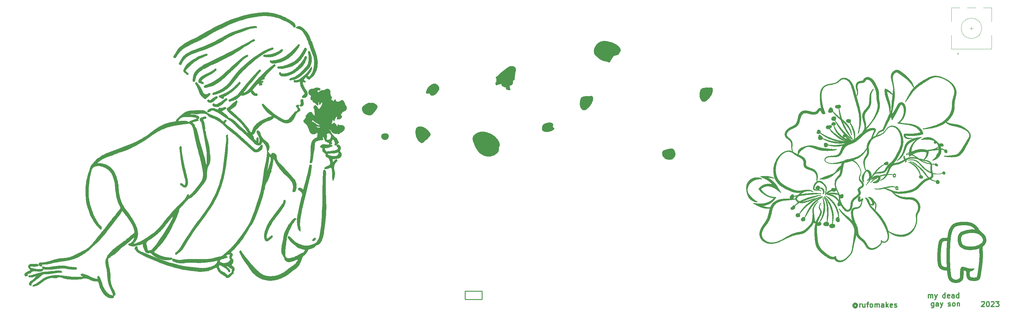
<source format=gbr>
%TF.GenerationSoftware,KiCad,Pcbnew,(6.0.8)*%
%TF.CreationDate,2023-04-08T23:36:10-04:00*%
%TF.ProjectId,keeb,6b656562-2e6b-4696-9361-645f70636258,rev?*%
%TF.SameCoordinates,Original*%
%TF.FileFunction,Legend,Top*%
%TF.FilePolarity,Positive*%
%FSLAX46Y46*%
G04 Gerber Fmt 4.6, Leading zero omitted, Abs format (unit mm)*
G04 Created by KiCad (PCBNEW (6.0.8)) date 2023-04-08 23:36:10*
%MOMM*%
%LPD*%
G01*
G04 APERTURE LIST*
%ADD10C,0.200000*%
%ADD11C,0.300000*%
%ADD12C,0.250000*%
%ADD13C,0.120000*%
G04 APERTURE END LIST*
D10*
G36*
X309768131Y-115443836D02*
G01*
X309918318Y-115448498D01*
X310068969Y-115457314D01*
X310219632Y-115469246D01*
X310369892Y-115486790D01*
X310519594Y-115509357D01*
X310668583Y-115536358D01*
X310816703Y-115567204D01*
X310963800Y-115601305D01*
X311109719Y-115638073D01*
X311254304Y-115676918D01*
X311542039Y-115757616D01*
X311825805Y-115838314D01*
X312103618Y-115920334D01*
X312235910Y-115960022D01*
X312271463Y-115970275D01*
X312306025Y-115980528D01*
X312322623Y-115985344D01*
X312338602Y-115989788D01*
X312353836Y-115993735D01*
X312368202Y-115997063D01*
X312496824Y-116028497D01*
X312628238Y-116057544D01*
X312761760Y-116084545D01*
X312896707Y-116109840D01*
X313168153Y-116156680D01*
X313437118Y-116200793D01*
X313703355Y-116239446D01*
X313965623Y-116275867D01*
X314222931Y-116309808D01*
X314474285Y-116341021D01*
X314719231Y-116370869D01*
X314957480Y-116397244D01*
X315188288Y-116420643D01*
X315410909Y-116441561D01*
X315624622Y-116460160D01*
X315828785Y-116476247D01*
X316022779Y-116489791D01*
X316205982Y-116500763D01*
X316377776Y-116509129D01*
X316537539Y-116514860D01*
X316684651Y-116517925D01*
X316818492Y-116518292D01*
X316880360Y-116517935D01*
X316938878Y-116516927D01*
X316993924Y-116515362D01*
X317045373Y-116513331D01*
X317093102Y-116510928D01*
X317136985Y-116508246D01*
X317212722Y-116502417D01*
X317245335Y-116499456D01*
X317273700Y-116496588D01*
X317297786Y-116493906D01*
X317317563Y-116491503D01*
X317332998Y-116489472D01*
X317344062Y-116487906D01*
X317352951Y-116486542D01*
X317371471Y-116547398D01*
X317337736Y-116562280D01*
X317295568Y-116579767D01*
X317268159Y-116590696D01*
X317236534Y-116602959D01*
X317200820Y-116616860D01*
X317161169Y-116630823D01*
X317117611Y-116644910D01*
X317070177Y-116659183D01*
X317018899Y-116673704D01*
X316963807Y-116688535D01*
X316842306Y-116719376D01*
X316706417Y-116748977D01*
X316633341Y-116763467D01*
X316556885Y-116777585D01*
X316477081Y-116791207D01*
X316393959Y-116804209D01*
X316307551Y-116816467D01*
X316217887Y-116827856D01*
X316126007Y-116840150D01*
X316031026Y-116851297D01*
X315933068Y-116861389D01*
X315832257Y-116870520D01*
X315622575Y-116886272D01*
X315402971Y-116899294D01*
X315174312Y-116907687D01*
X314936973Y-116912854D01*
X314691200Y-116914549D01*
X314437242Y-116912524D01*
X314437246Y-116912526D01*
X314175928Y-116904464D01*
X313908409Y-116891690D01*
X313635434Y-116873458D01*
X313497132Y-116862064D01*
X313357746Y-116849026D01*
X313216559Y-116834432D01*
X313074599Y-116818102D01*
X312931584Y-116799540D01*
X312787236Y-116778250D01*
X312641276Y-116753734D01*
X312493424Y-116725499D01*
X312343402Y-116693046D01*
X312190931Y-116655880D01*
X312169697Y-116650805D01*
X312149548Y-116645544D01*
X312130330Y-116640159D01*
X312111887Y-116634712D01*
X312042766Y-116613545D01*
X311897243Y-116563273D01*
X311619430Y-116460087D01*
X311071743Y-116248419D01*
X310529015Y-116049320D01*
X310260257Y-115953739D01*
X309992242Y-115862128D01*
X309857847Y-115821112D01*
X309722739Y-115784034D01*
X309587197Y-115751855D01*
X309519351Y-115737902D01*
X309451500Y-115725535D01*
X309383681Y-115714874D01*
X309315927Y-115706038D01*
X309248274Y-115699147D01*
X309180757Y-115694322D01*
X309113410Y-115691684D01*
X309046269Y-115691351D01*
X308979368Y-115693444D01*
X308912742Y-115698084D01*
X308846534Y-115704281D01*
X308780946Y-115712927D01*
X308716102Y-115723991D01*
X308652126Y-115737443D01*
X308589143Y-115753251D01*
X308527276Y-115771384D01*
X308466649Y-115791812D01*
X308407386Y-115814503D01*
X308379606Y-115826451D01*
X308351825Y-115838646D01*
X308324044Y-115851338D01*
X308310153Y-115857947D01*
X308296262Y-115864773D01*
X308182493Y-115928273D01*
X308156468Y-115944727D01*
X308130072Y-115962173D01*
X308103427Y-115980364D01*
X308076659Y-115999050D01*
X307970825Y-116073796D01*
X307767426Y-116225352D01*
X307573949Y-116371451D01*
X307480932Y-116441059D01*
X307390395Y-116507629D01*
X307302338Y-116570602D01*
X307216762Y-116629420D01*
X307055367Y-116740214D01*
X307017188Y-116767215D01*
X306980126Y-116794247D01*
X306944303Y-116821465D01*
X306909845Y-116849024D01*
X306876607Y-116875937D01*
X306844361Y-116903097D01*
X306813107Y-116930506D01*
X306782845Y-116958163D01*
X306753576Y-116986069D01*
X306725298Y-117014222D01*
X306698013Y-117042623D01*
X306671720Y-117071272D01*
X306646353Y-117099667D01*
X306621832Y-117128267D01*
X306598132Y-117157029D01*
X306575230Y-117185912D01*
X306553103Y-117214872D01*
X306531729Y-117243868D01*
X306491142Y-117301792D01*
X306453284Y-117359344D01*
X306417968Y-117416183D01*
X306385009Y-117471967D01*
X306354220Y-117526356D01*
X306325436Y-117579020D01*
X306298575Y-117629668D01*
X306273574Y-117678022D01*
X306250371Y-117723802D01*
X306174303Y-117875607D01*
X306108158Y-118007899D01*
X306044657Y-117997315D01*
X306042838Y-117987972D01*
X306038042Y-117960273D01*
X306031262Y-117914715D01*
X306027438Y-117885393D01*
X306023490Y-117851794D01*
X306019816Y-117812979D01*
X306016917Y-117769979D01*
X306015072Y-117722824D01*
X306014560Y-117671545D01*
X306015661Y-117616174D01*
X306018653Y-117556741D01*
X306023815Y-117493277D01*
X306031427Y-117425814D01*
X306042945Y-117355198D01*
X306058092Y-117280582D01*
X306077517Y-117202432D01*
X306089038Y-117162176D01*
X306101872Y-117121212D01*
X306116102Y-117079596D01*
X306131808Y-117037388D01*
X306149073Y-116994644D01*
X306167977Y-116951424D01*
X306188602Y-116907785D01*
X306211028Y-116863786D01*
X306235339Y-116819485D01*
X306261614Y-116774939D01*
X306289881Y-116730458D01*
X306320070Y-116686360D01*
X306352120Y-116642720D01*
X306385968Y-116599611D01*
X306421553Y-116557107D01*
X306458811Y-116515281D01*
X306497682Y-116474206D01*
X306538104Y-116433957D01*
X306580013Y-116394608D01*
X306623349Y-116356231D01*
X306668049Y-116318901D01*
X306714052Y-116282690D01*
X306761294Y-116247674D01*
X306809715Y-116213924D01*
X306859252Y-116181516D01*
X306909843Y-116150523D01*
X306961489Y-116120701D01*
X307014193Y-116092655D01*
X307067898Y-116066237D01*
X307122544Y-116041299D01*
X307178073Y-116017695D01*
X307234428Y-115995276D01*
X307349382Y-115953408D01*
X307466941Y-115914516D01*
X307586639Y-115877423D01*
X307830593Y-115803919D01*
X307892894Y-115784364D01*
X307953955Y-115764562D01*
X307984563Y-115754180D01*
X308015513Y-115743271D01*
X308047020Y-115731680D01*
X308079303Y-115719252D01*
X308203657Y-115671627D01*
X308338596Y-115626648D01*
X308405434Y-115606432D01*
X308472954Y-115587456D01*
X308541094Y-115569720D01*
X308609793Y-115553225D01*
X308678988Y-115537970D01*
X308748617Y-115523956D01*
X308818618Y-115511182D01*
X308888929Y-115499648D01*
X309031768Y-115480682D01*
X309176374Y-115465499D01*
X309322531Y-115454161D01*
X309470020Y-115446730D01*
X309618626Y-115443268D01*
X309768131Y-115443836D01*
G37*
X309768131Y-115443836D02*
X309918318Y-115448498D01*
X310068969Y-115457314D01*
X310219632Y-115469246D01*
X310369892Y-115486790D01*
X310519594Y-115509357D01*
X310668583Y-115536358D01*
X310816703Y-115567204D01*
X310963800Y-115601305D01*
X311109719Y-115638073D01*
X311254304Y-115676918D01*
X311542039Y-115757616D01*
X311825805Y-115838314D01*
X312103618Y-115920334D01*
X312235910Y-115960022D01*
X312271463Y-115970275D01*
X312306025Y-115980528D01*
X312322623Y-115985344D01*
X312338602Y-115989788D01*
X312353836Y-115993735D01*
X312368202Y-115997063D01*
X312496824Y-116028497D01*
X312628238Y-116057544D01*
X312761760Y-116084545D01*
X312896707Y-116109840D01*
X313168153Y-116156680D01*
X313437118Y-116200793D01*
X313703355Y-116239446D01*
X313965623Y-116275867D01*
X314222931Y-116309808D01*
X314474285Y-116341021D01*
X314719231Y-116370869D01*
X314957480Y-116397244D01*
X315188288Y-116420643D01*
X315410909Y-116441561D01*
X315624622Y-116460160D01*
X315828785Y-116476247D01*
X316022779Y-116489791D01*
X316205982Y-116500763D01*
X316377776Y-116509129D01*
X316537539Y-116514860D01*
X316684651Y-116517925D01*
X316818492Y-116518292D01*
X316880360Y-116517935D01*
X316938878Y-116516927D01*
X316993924Y-116515362D01*
X317045373Y-116513331D01*
X317093102Y-116510928D01*
X317136985Y-116508246D01*
X317212722Y-116502417D01*
X317245335Y-116499456D01*
X317273700Y-116496588D01*
X317297786Y-116493906D01*
X317317563Y-116491503D01*
X317332998Y-116489472D01*
X317344062Y-116487906D01*
X317352951Y-116486542D01*
X317371471Y-116547398D01*
X317337736Y-116562280D01*
X317295568Y-116579767D01*
X317268159Y-116590696D01*
X317236534Y-116602959D01*
X317200820Y-116616860D01*
X317161169Y-116630823D01*
X317117611Y-116644910D01*
X317070177Y-116659183D01*
X317018899Y-116673704D01*
X316963807Y-116688535D01*
X316842306Y-116719376D01*
X316706417Y-116748977D01*
X316633341Y-116763467D01*
X316556885Y-116777585D01*
X316477081Y-116791207D01*
X316393959Y-116804209D01*
X316307551Y-116816467D01*
X316217887Y-116827856D01*
X316126007Y-116840150D01*
X316031026Y-116851297D01*
X315933068Y-116861389D01*
X315832257Y-116870520D01*
X315622575Y-116886272D01*
X315402971Y-116899294D01*
X315174312Y-116907687D01*
X314936973Y-116912854D01*
X314691200Y-116914549D01*
X314437242Y-116912524D01*
X314437246Y-116912526D01*
X314175928Y-116904464D01*
X313908409Y-116891690D01*
X313635434Y-116873458D01*
X313497132Y-116862064D01*
X313357746Y-116849026D01*
X313216559Y-116834432D01*
X313074599Y-116818102D01*
X312931584Y-116799540D01*
X312787236Y-116778250D01*
X312641276Y-116753734D01*
X312493424Y-116725499D01*
X312343402Y-116693046D01*
X312190931Y-116655880D01*
X312169697Y-116650805D01*
X312149548Y-116645544D01*
X312130330Y-116640159D01*
X312111887Y-116634712D01*
X312042766Y-116613545D01*
X311897243Y-116563273D01*
X311619430Y-116460087D01*
X311071743Y-116248419D01*
X310529015Y-116049320D01*
X310260257Y-115953739D01*
X309992242Y-115862128D01*
X309857847Y-115821112D01*
X309722739Y-115784034D01*
X309587197Y-115751855D01*
X309519351Y-115737902D01*
X309451500Y-115725535D01*
X309383681Y-115714874D01*
X309315927Y-115706038D01*
X309248274Y-115699147D01*
X309180757Y-115694322D01*
X309113410Y-115691684D01*
X309046269Y-115691351D01*
X308979368Y-115693444D01*
X308912742Y-115698084D01*
X308846534Y-115704281D01*
X308780946Y-115712927D01*
X308716102Y-115723991D01*
X308652126Y-115737443D01*
X308589143Y-115753251D01*
X308527276Y-115771384D01*
X308466649Y-115791812D01*
X308407386Y-115814503D01*
X308379606Y-115826451D01*
X308351825Y-115838646D01*
X308324044Y-115851338D01*
X308310153Y-115857947D01*
X308296262Y-115864773D01*
X308182493Y-115928273D01*
X308156468Y-115944727D01*
X308130072Y-115962173D01*
X308103427Y-115980364D01*
X308076659Y-115999050D01*
X307970825Y-116073796D01*
X307767426Y-116225352D01*
X307573949Y-116371451D01*
X307480932Y-116441059D01*
X307390395Y-116507629D01*
X307302338Y-116570602D01*
X307216762Y-116629420D01*
X307055367Y-116740214D01*
X307017188Y-116767215D01*
X306980126Y-116794247D01*
X306944303Y-116821465D01*
X306909845Y-116849024D01*
X306876607Y-116875937D01*
X306844361Y-116903097D01*
X306813107Y-116930506D01*
X306782845Y-116958163D01*
X306753576Y-116986069D01*
X306725298Y-117014222D01*
X306698013Y-117042623D01*
X306671720Y-117071272D01*
X306646353Y-117099667D01*
X306621832Y-117128267D01*
X306598132Y-117157029D01*
X306575230Y-117185912D01*
X306553103Y-117214872D01*
X306531729Y-117243868D01*
X306491142Y-117301792D01*
X306453284Y-117359344D01*
X306417968Y-117416183D01*
X306385009Y-117471967D01*
X306354220Y-117526356D01*
X306325436Y-117579020D01*
X306298575Y-117629668D01*
X306273574Y-117678022D01*
X306250371Y-117723802D01*
X306174303Y-117875607D01*
X306108158Y-118007899D01*
X306044657Y-117997315D01*
X306042838Y-117987972D01*
X306038042Y-117960273D01*
X306031262Y-117914715D01*
X306027438Y-117885393D01*
X306023490Y-117851794D01*
X306019816Y-117812979D01*
X306016917Y-117769979D01*
X306015072Y-117722824D01*
X306014560Y-117671545D01*
X306015661Y-117616174D01*
X306018653Y-117556741D01*
X306023815Y-117493277D01*
X306031427Y-117425814D01*
X306042945Y-117355198D01*
X306058092Y-117280582D01*
X306077517Y-117202432D01*
X306089038Y-117162176D01*
X306101872Y-117121212D01*
X306116102Y-117079596D01*
X306131808Y-117037388D01*
X306149073Y-116994644D01*
X306167977Y-116951424D01*
X306188602Y-116907785D01*
X306211028Y-116863786D01*
X306235339Y-116819485D01*
X306261614Y-116774939D01*
X306289881Y-116730458D01*
X306320070Y-116686360D01*
X306352120Y-116642720D01*
X306385968Y-116599611D01*
X306421553Y-116557107D01*
X306458811Y-116515281D01*
X306497682Y-116474206D01*
X306538104Y-116433957D01*
X306580013Y-116394608D01*
X306623349Y-116356231D01*
X306668049Y-116318901D01*
X306714052Y-116282690D01*
X306761294Y-116247674D01*
X306809715Y-116213924D01*
X306859252Y-116181516D01*
X306909843Y-116150523D01*
X306961489Y-116120701D01*
X307014193Y-116092655D01*
X307067898Y-116066237D01*
X307122544Y-116041299D01*
X307178073Y-116017695D01*
X307234428Y-115995276D01*
X307349382Y-115953408D01*
X307466941Y-115914516D01*
X307586639Y-115877423D01*
X307830593Y-115803919D01*
X307892894Y-115784364D01*
X307953955Y-115764562D01*
X307984563Y-115754180D01*
X308015513Y-115743271D01*
X308047020Y-115731680D01*
X308079303Y-115719252D01*
X308203657Y-115671627D01*
X308338596Y-115626648D01*
X308405434Y-115606432D01*
X308472954Y-115587456D01*
X308541094Y-115569720D01*
X308609793Y-115553225D01*
X308678988Y-115537970D01*
X308748617Y-115523956D01*
X308818618Y-115511182D01*
X308888929Y-115499648D01*
X309031768Y-115480682D01*
X309176374Y-115465499D01*
X309322531Y-115454161D01*
X309470020Y-115446730D01*
X309618626Y-115443268D01*
X309768131Y-115443836D01*
G36*
X318274236Y-137593045D02*
G01*
X318274232Y-137593175D01*
X318274077Y-137593810D01*
X318273700Y-137595000D01*
X318273700Y-137593866D01*
X318273990Y-137593304D01*
X318274194Y-137593028D01*
X318274236Y-137593045D01*
G37*
X318274236Y-137593045D02*
X318274232Y-137593175D01*
X318274077Y-137593810D01*
X318273700Y-137595000D01*
X318273700Y-137593866D01*
X318273990Y-137593304D01*
X318274194Y-137593028D01*
X318274236Y-137593045D01*
G36*
X346775611Y-94817833D02*
G01*
X346827180Y-94820251D01*
X346879337Y-94823786D01*
X346932300Y-94828809D01*
X346986286Y-94835692D01*
X347093442Y-94847929D01*
X347147021Y-94854667D01*
X347200599Y-94862150D01*
X347409618Y-94901838D01*
X347461211Y-94912256D01*
X347512805Y-94923666D01*
X347564400Y-94936068D01*
X347615993Y-94949463D01*
X347819721Y-95002379D01*
X348021155Y-95067657D01*
X348220730Y-95138144D01*
X348418568Y-95213343D01*
X348614794Y-95292759D01*
X348809531Y-95375897D01*
X349002905Y-95462258D01*
X349195038Y-95551348D01*
X349386055Y-95642671D01*
X349577960Y-95739079D01*
X349768378Y-95838463D01*
X349862874Y-95889581D01*
X349956811Y-95941815D01*
X350050129Y-95995290D01*
X350142765Y-96050129D01*
X350235658Y-96104674D01*
X350327806Y-96161047D01*
X350419211Y-96219096D01*
X350509871Y-96278663D01*
X350599788Y-96339595D01*
X350688960Y-96401736D01*
X350777389Y-96464931D01*
X350865074Y-96529025D01*
X350951116Y-96595920D01*
X351036476Y-96663838D01*
X351120967Y-96733059D01*
X351204404Y-96803861D01*
X351286600Y-96876523D01*
X351367370Y-96951325D01*
X351446528Y-97028545D01*
X351523887Y-97108463D01*
X351541866Y-97128193D01*
X351560061Y-97147737D01*
X351596979Y-97186515D01*
X351672054Y-97264567D01*
X351814929Y-97439192D01*
X351833510Y-97460674D01*
X351851583Y-97482440D01*
X351886407Y-97526711D01*
X351919806Y-97571788D01*
X351952181Y-97617455D01*
X352015474Y-97709687D01*
X352047199Y-97755819D01*
X352079513Y-97801671D01*
X352139742Y-97895946D01*
X352197339Y-97992186D01*
X352252216Y-98090310D01*
X352304283Y-98190236D01*
X352353450Y-98291883D01*
X352399630Y-98395170D01*
X352442732Y-98500014D01*
X352482668Y-98606335D01*
X352519349Y-98714051D01*
X352552684Y-98823082D01*
X352582586Y-98933344D01*
X352608965Y-99044758D01*
X352631732Y-99157241D01*
X352650797Y-99270713D01*
X352666072Y-99385092D01*
X352677467Y-99500296D01*
X352682762Y-99529400D01*
X352682762Y-99727838D01*
X352680118Y-99942150D01*
X352656307Y-100174983D01*
X352644729Y-100290739D01*
X352641292Y-100319367D01*
X352637328Y-100347624D01*
X352632683Y-100375384D01*
X352627201Y-100402525D01*
X352608276Y-100511402D01*
X352587429Y-100619690D01*
X352564971Y-100727295D01*
X352541210Y-100834126D01*
X352491022Y-101045090D01*
X352439346Y-101251837D01*
X352338142Y-101659957D01*
X352291260Y-101859056D01*
X352269401Y-101957799D01*
X352248844Y-102056171D01*
X352238623Y-102105548D01*
X352229580Y-102154521D01*
X352221405Y-102203185D01*
X352213788Y-102251632D01*
X352198987Y-102348246D01*
X352191183Y-102396600D01*
X352182697Y-102445109D01*
X352182697Y-102468921D01*
X352177406Y-102482150D01*
X352177406Y-102535067D01*
X352169467Y-102638254D01*
X352156238Y-102844629D01*
X352152962Y-102945713D01*
X352150865Y-103045092D01*
X352148964Y-103241835D01*
X352148055Y-103441058D01*
X352145656Y-103648962D01*
X352145656Y-103855337D01*
X352135074Y-104069650D01*
X352121845Y-104281316D01*
X352121845Y-104334234D01*
X352113910Y-104397734D01*
X352100677Y-104498276D01*
X352074218Y-104696713D01*
X352069903Y-104722743D01*
X352064998Y-104749175D01*
X352054043Y-104802878D01*
X352042592Y-104857076D01*
X352037067Y-104884129D01*
X352031883Y-104911026D01*
X352020350Y-104964976D01*
X352009066Y-105019175D01*
X351997284Y-105072877D01*
X351990974Y-105099310D01*
X351984260Y-105125339D01*
X351923408Y-105329069D01*
X351908923Y-105380306D01*
X351893353Y-105430891D01*
X351876852Y-105480919D01*
X351859577Y-105530482D01*
X351841681Y-105579673D01*
X351823320Y-105628584D01*
X351785823Y-105725943D01*
X351768140Y-105775196D01*
X351749030Y-105823797D01*
X351728805Y-105871841D01*
X351707773Y-105919419D01*
X351621784Y-106106942D01*
X351576834Y-106199122D01*
X351530326Y-106290120D01*
X351482315Y-106379932D01*
X351432854Y-106468554D01*
X351381998Y-106555982D01*
X351329801Y-106642212D01*
X351276317Y-106727241D01*
X351221601Y-106811065D01*
X351108688Y-106975081D01*
X350991497Y-107134229D01*
X350870460Y-107288478D01*
X350746013Y-107437797D01*
X350628594Y-107570750D01*
X350508632Y-107699734D01*
X350386314Y-107824749D01*
X350261826Y-107945796D01*
X350135353Y-108062874D01*
X350007082Y-108175983D01*
X349877198Y-108285124D01*
X349745887Y-108390296D01*
X349746880Y-108391284D01*
X349747873Y-108392240D01*
X349748369Y-108392696D01*
X349748865Y-108393134D01*
X349749362Y-108393548D01*
X349749858Y-108393935D01*
X349750354Y-108394291D01*
X349750850Y-108394612D01*
X349751346Y-108394894D01*
X349751842Y-108395134D01*
X349752090Y-108395236D01*
X349752338Y-108395327D01*
X349752586Y-108395405D01*
X349752834Y-108395469D01*
X349753082Y-108395521D01*
X349753330Y-108395558D01*
X349753578Y-108395581D01*
X349753826Y-108395588D01*
X349778590Y-108413365D01*
X349809057Y-108434614D01*
X349844982Y-108458840D01*
X349864913Y-108471914D01*
X349886115Y-108485546D01*
X349933503Y-108514604D01*
X349986410Y-108545863D01*
X350044897Y-108578796D01*
X350109028Y-108612876D01*
X350178863Y-108647577D01*
X350254466Y-108682371D01*
X350335898Y-108716731D01*
X350423221Y-108750130D01*
X350516352Y-108783999D01*
X350615125Y-108816193D01*
X350719480Y-108846775D01*
X350829354Y-108875807D01*
X350944686Y-108903350D01*
X351065412Y-108929467D01*
X351191472Y-108954220D01*
X351322803Y-108977671D01*
X351600574Y-109019840D01*
X351897940Y-109061015D01*
X352214654Y-109104176D01*
X352550468Y-109152296D01*
X352725753Y-109180739D01*
X352814637Y-109196200D01*
X352905010Y-109213150D01*
X352994968Y-109231671D01*
X353039947Y-109242255D01*
X353092861Y-109255484D01*
X353136558Y-109266976D01*
X353180504Y-109277973D01*
X353224947Y-109288969D01*
X353270133Y-109300463D01*
X353360421Y-109323283D01*
X353405937Y-109335065D01*
X353429114Y-109341375D01*
X353452693Y-109348088D01*
X353643196Y-109411587D01*
X353739766Y-109443668D01*
X353788301Y-109460329D01*
X353812414Y-109468923D01*
X353836341Y-109477734D01*
X354024196Y-109557108D01*
X354118265Y-109599360D01*
X354211942Y-109643723D01*
X354305208Y-109690141D01*
X354398044Y-109738555D01*
X354582349Y-109841138D01*
X354764699Y-109951007D01*
X354944942Y-110067698D01*
X355122920Y-110190744D01*
X355298480Y-110319683D01*
X355471466Y-110454047D01*
X355642373Y-110594523D01*
X355812782Y-110736489D01*
X355897335Y-110809115D01*
X355981205Y-110883415D01*
X356064208Y-110959824D01*
X356146156Y-111038775D01*
X356226150Y-111119323D01*
X356304904Y-111202444D01*
X356381675Y-111288480D01*
X356419083Y-111332698D01*
X356455717Y-111377772D01*
X356491482Y-111423745D01*
X356526286Y-111470660D01*
X356560036Y-111518559D01*
X356592638Y-111567486D01*
X356624001Y-111617482D01*
X356654030Y-111668591D01*
X356682633Y-111720854D01*
X356709716Y-111774315D01*
X356717681Y-111779602D01*
X356744434Y-111833350D01*
X356769114Y-111888361D01*
X356791692Y-111944534D01*
X356812143Y-112001770D01*
X356830440Y-112059966D01*
X356846554Y-112119023D01*
X356860459Y-112178840D01*
X356872128Y-112239316D01*
X356881534Y-112300350D01*
X356888649Y-112361841D01*
X356893446Y-112423689D01*
X356895899Y-112485792D01*
X356895980Y-112548051D01*
X356893662Y-112610364D01*
X356888918Y-112672630D01*
X356881721Y-112734749D01*
X356872900Y-112796046D01*
X356862378Y-112856902D01*
X356850251Y-112917308D01*
X356836617Y-112977256D01*
X356821572Y-113036739D01*
X356805214Y-113095750D01*
X356787638Y-113154280D01*
X356768942Y-113212321D01*
X356728578Y-113326908D01*
X356684895Y-113439449D01*
X356638669Y-113549882D01*
X356590675Y-113658144D01*
X356491494Y-113869046D01*
X356390545Y-114077344D01*
X356184213Y-114487613D01*
X355973415Y-114891930D01*
X355759887Y-115293269D01*
X355336555Y-116081728D01*
X355231173Y-116277230D01*
X355124552Y-116470996D01*
X355015453Y-116663274D01*
X354959585Y-116758932D01*
X354902633Y-116854311D01*
X354844335Y-116948730D01*
X354784507Y-117042377D01*
X354723104Y-117135102D01*
X354660086Y-117226753D01*
X354595408Y-117317180D01*
X354529030Y-117406231D01*
X354460907Y-117493754D01*
X354390997Y-117579600D01*
X354319258Y-117663616D01*
X354245648Y-117745652D01*
X354170122Y-117825556D01*
X354092639Y-117903177D01*
X354013157Y-117978364D01*
X353931631Y-118050967D01*
X353848021Y-118120833D01*
X353762283Y-118187811D01*
X353741214Y-118204332D01*
X353719742Y-118220264D01*
X353697960Y-118235761D01*
X353675961Y-118250980D01*
X353631686Y-118281200D01*
X353609594Y-118296512D01*
X353587657Y-118312165D01*
X353495048Y-118370375D01*
X353469956Y-118384679D01*
X353443127Y-118399479D01*
X353389217Y-118428583D01*
X353337979Y-118452545D01*
X353287393Y-118474926D01*
X353237366Y-118495880D01*
X353187803Y-118515564D01*
X353138613Y-118534131D01*
X353089702Y-118551737D01*
X353040976Y-118568537D01*
X352992343Y-118584687D01*
X352895604Y-118611125D01*
X352799856Y-118634958D01*
X352705102Y-118656311D01*
X352611340Y-118675307D01*
X352518570Y-118692071D01*
X352426793Y-118706726D01*
X352336008Y-118719397D01*
X352246215Y-118730208D01*
X352069859Y-118748408D01*
X351897999Y-118761710D01*
X351730665Y-118770671D01*
X351567889Y-118775849D01*
X351409702Y-118777802D01*
X351256135Y-118777089D01*
X351107219Y-118774268D01*
X350962985Y-118769896D01*
X350823480Y-118763343D01*
X350688812Y-118755675D01*
X350559104Y-118747014D01*
X350434482Y-118737485D01*
X350200988Y-118716318D01*
X349989322Y-118693167D01*
X349799939Y-118669891D01*
X349633126Y-118647856D01*
X349489630Y-118627309D01*
X349370197Y-118608500D01*
X349206816Y-118581049D01*
X349150592Y-118571457D01*
X349155883Y-118507958D01*
X349997257Y-118470917D01*
X350438448Y-118444790D01*
X350687818Y-118427385D01*
X350955047Y-118404772D01*
X351238896Y-118377569D01*
X351386370Y-118360960D01*
X351537131Y-118341932D01*
X351690868Y-118320177D01*
X351847272Y-118295382D01*
X352006032Y-118267239D01*
X352166839Y-118235438D01*
X352248298Y-118217821D01*
X352329849Y-118198686D01*
X352411338Y-118178000D01*
X352492609Y-118155733D01*
X352573509Y-118131854D01*
X352653881Y-118106331D01*
X352733571Y-118079133D01*
X352812423Y-118050230D01*
X352851201Y-118034113D01*
X352889979Y-118017530D01*
X352928509Y-118000514D01*
X352966542Y-117983094D01*
X353003832Y-117965302D01*
X353040129Y-117947168D01*
X353075187Y-117928725D01*
X353108756Y-117910002D01*
X353112230Y-117907580D01*
X353115712Y-117905263D01*
X353122729Y-117900865D01*
X353129871Y-117896654D01*
X353137198Y-117892473D01*
X353144774Y-117888168D01*
X353152659Y-117883584D01*
X353160917Y-117878566D01*
X353169609Y-117872959D01*
X353238399Y-117822689D01*
X353306859Y-117766796D01*
X353323897Y-117752590D01*
X353340717Y-117738229D01*
X353357228Y-117723682D01*
X353373336Y-117708918D01*
X353439203Y-117648626D01*
X353503892Y-117585876D01*
X353567464Y-117520754D01*
X353629982Y-117453346D01*
X353691508Y-117383737D01*
X353752104Y-117312011D01*
X353811831Y-117238255D01*
X353870753Y-117162553D01*
X353986425Y-117005653D01*
X354099617Y-116841994D01*
X354210825Y-116672257D01*
X354320545Y-116497126D01*
X355233360Y-114994292D01*
X355470819Y-114608001D01*
X355712249Y-114221711D01*
X355835406Y-114028936D01*
X355961290Y-113836410D01*
X356212310Y-113457064D01*
X356271866Y-113362656D01*
X356329098Y-113267845D01*
X356383416Y-113172476D01*
X356434230Y-113076394D01*
X356458140Y-113028037D01*
X356480952Y-112979444D01*
X356502594Y-112930595D01*
X356522992Y-112881471D01*
X356542071Y-112832052D01*
X356559760Y-112782320D01*
X356575983Y-112732254D01*
X356590667Y-112681836D01*
X356602573Y-112630459D01*
X356612494Y-112579392D01*
X356620431Y-112528450D01*
X356626384Y-112477445D01*
X356630353Y-112426192D01*
X356632338Y-112374506D01*
X356632339Y-112322199D01*
X356630355Y-112269085D01*
X356624400Y-112217507D01*
X356616461Y-112166022D01*
X356606538Y-112114723D01*
X356594632Y-112063702D01*
X356580742Y-112013054D01*
X356564868Y-111962871D01*
X356547010Y-111913247D01*
X356527168Y-111864273D01*
X356504572Y-111816000D01*
X356480476Y-111768424D01*
X356454931Y-111721561D01*
X356427987Y-111675427D01*
X356399694Y-111630037D01*
X356370103Y-111585406D01*
X356339265Y-111541551D01*
X356307229Y-111498487D01*
X356274045Y-111456228D01*
X356239765Y-111414792D01*
X356204438Y-111374192D01*
X356168115Y-111334445D01*
X356130847Y-111295566D01*
X356092683Y-111257571D01*
X356053674Y-111220475D01*
X356013870Y-111184294D01*
X355933070Y-111114205D01*
X355849665Y-111046752D01*
X355764028Y-110981841D01*
X355676530Y-110919380D01*
X355587544Y-110859275D01*
X355497442Y-110801434D01*
X355406595Y-110745763D01*
X355315376Y-110692170D01*
X355223858Y-110640159D01*
X355131913Y-110590233D01*
X354947025Y-110496295D01*
X354761268Y-110409675D01*
X354575202Y-110329691D01*
X354389383Y-110255659D01*
X354204371Y-110186898D01*
X354020723Y-110122727D01*
X353838996Y-110062462D01*
X353793399Y-110048157D01*
X353748049Y-110033357D01*
X353703194Y-110018557D01*
X353659084Y-110004254D01*
X353484455Y-109953984D01*
X353440840Y-109941664D01*
X353397475Y-109928849D01*
X353354606Y-109916033D01*
X353312480Y-109903714D01*
X353290426Y-109897001D01*
X353267999Y-109890691D01*
X353222524Y-109878909D01*
X353177048Y-109867622D01*
X353154620Y-109861932D01*
X353132564Y-109856087D01*
X352955295Y-109808462D01*
X352918251Y-109797879D01*
X352875919Y-109787297D01*
X352791248Y-109768774D01*
X352455226Y-109697337D01*
X352126771Y-109630695D01*
X351809973Y-109563061D01*
X351656799Y-109527632D01*
X351507562Y-109490466D01*
X351362604Y-109451068D01*
X351222267Y-109408942D01*
X351086006Y-109365833D01*
X350955202Y-109320058D01*
X350830103Y-109271926D01*
X350710958Y-109221749D01*
X350598014Y-109169834D01*
X350491519Y-109116494D01*
X350391722Y-109062037D01*
X350298870Y-109006774D01*
X350254680Y-108978914D01*
X350212378Y-108950948D01*
X350171929Y-108922960D01*
X350133298Y-108895029D01*
X350096450Y-108867238D01*
X350061350Y-108839668D01*
X350027962Y-108812401D01*
X349996253Y-108785516D01*
X349966188Y-108759098D01*
X349937730Y-108733225D01*
X349910847Y-108707980D01*
X349885501Y-108683445D01*
X349839287Y-108636828D01*
X349798809Y-108594024D01*
X349765158Y-108552890D01*
X349735972Y-108516964D01*
X349723208Y-108501033D01*
X349711747Y-108486496D01*
X349701649Y-108473386D01*
X349692977Y-108461732D01*
X349691112Y-108458988D01*
X349689464Y-108456647D01*
X349686694Y-108452803D01*
X349685510Y-108451113D01*
X349684955Y-108450286D01*
X349684420Y-108449454D01*
X349683900Y-108448607D01*
X349683392Y-108447733D01*
X349682892Y-108446821D01*
X349682395Y-108445857D01*
X349653289Y-108469670D01*
X349508275Y-108576598D01*
X349362826Y-108679186D01*
X349216758Y-108777558D01*
X349069883Y-108871836D01*
X348922016Y-108962146D01*
X348772971Y-109048611D01*
X348622562Y-109131355D01*
X348470603Y-109210503D01*
X348183859Y-109348418D01*
X348041605Y-109415514D01*
X347899101Y-109480378D01*
X347317020Y-109707920D01*
X347246590Y-109733774D01*
X347176252Y-109757985D01*
X347106101Y-109780893D01*
X347036229Y-109802840D01*
X346897694Y-109845214D01*
X346761394Y-109887837D01*
X346626788Y-109928516D01*
X346560105Y-109948484D01*
X346494167Y-109967211D01*
X346232227Y-110030713D01*
X346104235Y-110061594D01*
X345978228Y-110093219D01*
X345854205Y-110123357D01*
X345792937Y-110137171D01*
X345732166Y-110149775D01*
X345494040Y-110193431D01*
X345263851Y-110237088D01*
X345151868Y-110257738D01*
X345042180Y-110276279D01*
X344829934Y-110308526D01*
X344435703Y-110364088D01*
X344081203Y-110406876D01*
X343768624Y-110440486D01*
X343499204Y-110465663D01*
X343274185Y-110483151D01*
X342966605Y-110504648D01*
X342861434Y-110512255D01*
X342853496Y-110448756D01*
X343255664Y-110364088D01*
X343476178Y-110318530D01*
X343739851Y-110261561D01*
X344390724Y-110115380D01*
X344773005Y-110019633D01*
X345190758Y-109910988D01*
X345411618Y-109849969D01*
X345639765Y-109783492D01*
X345874671Y-109710815D01*
X346115810Y-109631192D01*
X346177366Y-109610934D01*
X346239170Y-109590181D01*
X346301471Y-109569427D01*
X346364517Y-109549170D01*
X346396153Y-109538783D01*
X346427603Y-109527590D01*
X346458930Y-109515777D01*
X346490194Y-109503529D01*
X346552784Y-109478477D01*
X346584234Y-109466044D01*
X346615871Y-109453921D01*
X346679413Y-109429653D01*
X346743202Y-109404641D01*
X346872516Y-109353379D01*
X347004479Y-109303437D01*
X347037392Y-109290565D01*
X347070088Y-109277103D01*
X347102473Y-109262835D01*
X347134456Y-109247544D01*
X347263980Y-109189088D01*
X347394742Y-109129143D01*
X347660980Y-109006773D01*
X347728690Y-108971349D01*
X347796866Y-108934716D01*
X347934489Y-108858938D01*
X348073603Y-108781672D01*
X348213958Y-108705149D01*
X348345588Y-108629174D01*
X348478209Y-108548301D01*
X348611328Y-108462838D01*
X348744446Y-108373097D01*
X348877069Y-108279387D01*
X349008699Y-108182018D01*
X349138841Y-108081301D01*
X349266998Y-107977545D01*
X349394448Y-107869634D01*
X349520627Y-107758188D01*
X349645256Y-107643146D01*
X349768054Y-107524445D01*
X349888745Y-107402023D01*
X350007047Y-107275819D01*
X350122683Y-107145771D01*
X350235374Y-107011815D01*
X350345024Y-106874473D01*
X350451526Y-106733367D01*
X350554587Y-106588579D01*
X350653912Y-106440191D01*
X350749206Y-106288284D01*
X350840174Y-106132938D01*
X350926523Y-105974237D01*
X351007957Y-105812260D01*
X351084183Y-105647090D01*
X351154905Y-105478808D01*
X351219828Y-105307495D01*
X351278659Y-105133232D01*
X351331103Y-104956101D01*
X351376865Y-104776184D01*
X351415651Y-104593561D01*
X351447166Y-104408315D01*
X351463039Y-104307773D01*
X351468334Y-104283961D01*
X351468334Y-104270732D01*
X351470977Y-104270732D01*
X351470977Y-104223107D01*
X351484207Y-104032606D01*
X351500080Y-103839461D01*
X351505374Y-103638378D01*
X351517612Y-103224636D01*
X351526583Y-103009207D01*
X351532542Y-102902283D01*
X351539771Y-102797003D01*
X351560939Y-102590628D01*
X351571521Y-102487440D01*
X351579456Y-102434524D01*
X351579456Y-102394836D01*
X351584751Y-102368378D01*
X351605420Y-102258907D01*
X351625099Y-102149436D01*
X351645770Y-102040956D01*
X351657098Y-101987399D01*
X351669418Y-101934462D01*
X351694931Y-101828556D01*
X351721715Y-101723209D01*
X351778228Y-101514436D01*
X351837222Y-101308639D01*
X351896961Y-101106315D01*
X351956863Y-100904819D01*
X352013045Y-100704810D01*
X352039508Y-100605209D01*
X352064762Y-100505794D01*
X352088714Y-100406503D01*
X352111270Y-100307274D01*
X352117745Y-100281828D01*
X352123384Y-100257003D01*
X352128340Y-100232674D01*
X352132770Y-100208717D01*
X352148315Y-100114128D01*
X352180061Y-99923628D01*
X352182805Y-99897713D01*
X352185146Y-99871580D01*
X352188991Y-99818788D01*
X352195938Y-99711962D01*
X352206520Y-99606129D01*
X352206520Y-99516170D01*
X352203830Y-99417806D01*
X352197776Y-99319237D01*
X352188405Y-99220566D01*
X352175762Y-99121900D01*
X352159895Y-99023342D01*
X352140849Y-98924997D01*
X352118672Y-98826970D01*
X352093410Y-98729366D01*
X352065109Y-98632288D01*
X352033816Y-98535843D01*
X351999578Y-98440133D01*
X351962441Y-98345265D01*
X351922451Y-98251342D01*
X351879655Y-98158470D01*
X351834099Y-98066753D01*
X351785831Y-97976295D01*
X351759362Y-97932205D01*
X351733327Y-97887495D01*
X351681319Y-97797702D01*
X351654726Y-97753363D01*
X351627326Y-97709893D01*
X351598811Y-97667663D01*
X351584038Y-97647130D01*
X351568870Y-97627046D01*
X351452453Y-97460359D01*
X351314868Y-97296317D01*
X351281761Y-97256874D01*
X351247947Y-97217908D01*
X351178360Y-97141328D01*
X351106416Y-97066423D01*
X351032425Y-96993038D01*
X350956699Y-96921016D01*
X350879546Y-96850204D01*
X350801277Y-96780446D01*
X350722202Y-96711587D01*
X350639586Y-96646496D01*
X350556382Y-96582272D01*
X350472495Y-96519041D01*
X350387833Y-96456926D01*
X350302303Y-96396051D01*
X350215813Y-96336540D01*
X350128268Y-96278518D01*
X350039577Y-96222108D01*
X349949809Y-96166509D01*
X349859204Y-96112678D01*
X349767917Y-96060397D01*
X349676103Y-96009449D01*
X349491515Y-95910685D01*
X349306678Y-95814650D01*
X349117661Y-95722981D01*
X348927621Y-95634940D01*
X348736527Y-95551177D01*
X348544348Y-95472345D01*
X348351053Y-95399094D01*
X348156610Y-95332074D01*
X347960990Y-95271939D01*
X347764160Y-95219337D01*
X347565719Y-95177004D01*
X347516111Y-95167165D01*
X347466502Y-95157822D01*
X347441697Y-95153491D01*
X347416892Y-95149471D01*
X347392087Y-95145822D01*
X347367282Y-95142608D01*
X347168846Y-95116150D01*
X347119691Y-95112636D01*
X347071281Y-95109866D01*
X346975700Y-95105566D01*
X346952202Y-95103388D01*
X346928364Y-95101784D01*
X346879788Y-95100109D01*
X346830220Y-95100171D01*
X346779908Y-95101598D01*
X346729100Y-95104016D01*
X346678045Y-95107055D01*
X346576183Y-95113504D01*
X346520618Y-95113504D01*
X346507389Y-95118796D01*
X346483577Y-95118796D01*
X346388324Y-95134671D01*
X346197826Y-95166421D01*
X346104466Y-95187547D01*
X346011904Y-95211157D01*
X345920132Y-95237131D01*
X345829144Y-95265350D01*
X345738931Y-95295692D01*
X345649485Y-95328039D01*
X345560799Y-95362268D01*
X345472865Y-95398262D01*
X345299222Y-95475058D01*
X345128493Y-95557466D01*
X344960617Y-95644526D01*
X344795532Y-95735275D01*
X344632234Y-95829533D01*
X344471417Y-95925775D01*
X344312585Y-96024001D01*
X344155242Y-96124212D01*
X343996990Y-96224258D01*
X343839728Y-96325296D01*
X343528179Y-96526379D01*
X342918152Y-96916681D01*
X342622749Y-97108436D01*
X342334912Y-97299293D01*
X342055508Y-97490274D01*
X341785405Y-97682401D01*
X341525472Y-97876700D01*
X341276576Y-98074191D01*
X341158879Y-98172253D01*
X341043414Y-98269322D01*
X340929436Y-98367383D01*
X340872772Y-98417406D01*
X340816200Y-98468421D01*
X340596595Y-98680087D01*
X340493408Y-98777983D01*
X340481389Y-98791755D01*
X340469184Y-98805310D01*
X340456854Y-98818678D01*
X340444463Y-98831892D01*
X340419741Y-98857978D01*
X340395515Y-98883816D01*
X340298750Y-98986461D01*
X340204807Y-99089819D01*
X340113531Y-99193611D01*
X340024766Y-99297558D01*
X339938358Y-99401381D01*
X339854151Y-99504801D01*
X339691722Y-99709316D01*
X339539959Y-99913169D01*
X339394398Y-100111814D01*
X339255286Y-100305001D01*
X339122871Y-100492483D01*
X338996118Y-100673929D01*
X338876806Y-100848678D01*
X338763447Y-101015986D01*
X338654556Y-101175108D01*
X338454465Y-101469540D01*
X338276203Y-101728748D01*
X337993099Y-102135545D01*
X337889621Y-102280695D01*
X337814173Y-102385908D01*
X337752326Y-102471567D01*
X337696762Y-102439817D01*
X337881969Y-102072047D01*
X338108187Y-101632507D01*
X338254039Y-101354323D01*
X338421718Y-101040171D01*
X338513619Y-100869143D01*
X338611225Y-100689929D01*
X338715281Y-100503274D01*
X338826530Y-100309921D01*
X338883323Y-100209958D01*
X338942535Y-100108507D01*
X339004102Y-100005568D01*
X339067964Y-99901140D01*
X339202322Y-99687820D01*
X339345115Y-99468546D01*
X339499068Y-99246379D01*
X339579145Y-99133032D01*
X339661952Y-99018754D01*
X339747982Y-98903981D01*
X339837734Y-98789146D01*
X339931702Y-98674683D01*
X340030384Y-98561025D01*
X340054237Y-98531673D01*
X340078339Y-98502817D01*
X340102937Y-98473961D01*
X340128280Y-98444609D01*
X340236759Y-98330838D01*
X340289923Y-98276805D01*
X340342592Y-98222028D01*
X340448429Y-98111234D01*
X340474929Y-98083452D01*
X340502669Y-98055671D01*
X340531401Y-98027890D01*
X340560877Y-98000109D01*
X340681262Y-97888984D01*
X340711911Y-97861745D01*
X340742405Y-97833793D01*
X340803299Y-97776866D01*
X340833886Y-97748449D01*
X340864690Y-97720436D01*
X340895804Y-97693104D01*
X340927322Y-97666734D01*
X341184459Y-97454798D01*
X341451487Y-97245715D01*
X341727878Y-97039609D01*
X342013106Y-96836603D01*
X342306644Y-96636822D01*
X342607965Y-96440390D01*
X342916541Y-96247430D01*
X343231845Y-96058067D01*
X343551991Y-95869882D01*
X343714792Y-95774921D01*
X343880073Y-95679713D01*
X344050192Y-95587026D01*
X344223041Y-95495827D01*
X344398369Y-95406613D01*
X344575927Y-95319879D01*
X344758479Y-95237331D01*
X344944938Y-95159062D01*
X345135242Y-95086126D01*
X345329328Y-95019577D01*
X345427770Y-94989028D01*
X345527135Y-94960470D01*
X345627415Y-94934036D01*
X345728601Y-94909858D01*
X345830687Y-94888067D01*
X345933664Y-94868796D01*
X346037524Y-94852175D01*
X346142261Y-94838338D01*
X346353927Y-94822463D01*
X346459758Y-94814525D01*
X346486221Y-94811879D01*
X346570888Y-94811879D01*
X346775611Y-94817833D01*
G37*
X346775611Y-94817833D02*
X346827180Y-94820251D01*
X346879337Y-94823786D01*
X346932300Y-94828809D01*
X346986286Y-94835692D01*
X347093442Y-94847929D01*
X347147021Y-94854667D01*
X347200599Y-94862150D01*
X347409618Y-94901838D01*
X347461211Y-94912256D01*
X347512805Y-94923666D01*
X347564400Y-94936068D01*
X347615993Y-94949463D01*
X347819721Y-95002379D01*
X348021155Y-95067657D01*
X348220730Y-95138144D01*
X348418568Y-95213343D01*
X348614794Y-95292759D01*
X348809531Y-95375897D01*
X349002905Y-95462258D01*
X349195038Y-95551348D01*
X349386055Y-95642671D01*
X349577960Y-95739079D01*
X349768378Y-95838463D01*
X349862874Y-95889581D01*
X349956811Y-95941815D01*
X350050129Y-95995290D01*
X350142765Y-96050129D01*
X350235658Y-96104674D01*
X350327806Y-96161047D01*
X350419211Y-96219096D01*
X350509871Y-96278663D01*
X350599788Y-96339595D01*
X350688960Y-96401736D01*
X350777389Y-96464931D01*
X350865074Y-96529025D01*
X350951116Y-96595920D01*
X351036476Y-96663838D01*
X351120967Y-96733059D01*
X351204404Y-96803861D01*
X351286600Y-96876523D01*
X351367370Y-96951325D01*
X351446528Y-97028545D01*
X351523887Y-97108463D01*
X351541866Y-97128193D01*
X351560061Y-97147737D01*
X351596979Y-97186515D01*
X351672054Y-97264567D01*
X351814929Y-97439192D01*
X351833510Y-97460674D01*
X351851583Y-97482440D01*
X351886407Y-97526711D01*
X351919806Y-97571788D01*
X351952181Y-97617455D01*
X352015474Y-97709687D01*
X352047199Y-97755819D01*
X352079513Y-97801671D01*
X352139742Y-97895946D01*
X352197339Y-97992186D01*
X352252216Y-98090310D01*
X352304283Y-98190236D01*
X352353450Y-98291883D01*
X352399630Y-98395170D01*
X352442732Y-98500014D01*
X352482668Y-98606335D01*
X352519349Y-98714051D01*
X352552684Y-98823082D01*
X352582586Y-98933344D01*
X352608965Y-99044758D01*
X352631732Y-99157241D01*
X352650797Y-99270713D01*
X352666072Y-99385092D01*
X352677467Y-99500296D01*
X352682762Y-99529400D01*
X352682762Y-99727838D01*
X352680118Y-99942150D01*
X352656307Y-100174983D01*
X352644729Y-100290739D01*
X352641292Y-100319367D01*
X352637328Y-100347624D01*
X352632683Y-100375384D01*
X352627201Y-100402525D01*
X352608276Y-100511402D01*
X352587429Y-100619690D01*
X352564971Y-100727295D01*
X352541210Y-100834126D01*
X352491022Y-101045090D01*
X352439346Y-101251837D01*
X352338142Y-101659957D01*
X352291260Y-101859056D01*
X352269401Y-101957799D01*
X352248844Y-102056171D01*
X352238623Y-102105548D01*
X352229580Y-102154521D01*
X352221405Y-102203185D01*
X352213788Y-102251632D01*
X352198987Y-102348246D01*
X352191183Y-102396600D01*
X352182697Y-102445109D01*
X352182697Y-102468921D01*
X352177406Y-102482150D01*
X352177406Y-102535067D01*
X352169467Y-102638254D01*
X352156238Y-102844629D01*
X352152962Y-102945713D01*
X352150865Y-103045092D01*
X352148964Y-103241835D01*
X352148055Y-103441058D01*
X352145656Y-103648962D01*
X352145656Y-103855337D01*
X352135074Y-104069650D01*
X352121845Y-104281316D01*
X352121845Y-104334234D01*
X352113910Y-104397734D01*
X352100677Y-104498276D01*
X352074218Y-104696713D01*
X352069903Y-104722743D01*
X352064998Y-104749175D01*
X352054043Y-104802878D01*
X352042592Y-104857076D01*
X352037067Y-104884129D01*
X352031883Y-104911026D01*
X352020350Y-104964976D01*
X352009066Y-105019175D01*
X351997284Y-105072877D01*
X351990974Y-105099310D01*
X351984260Y-105125339D01*
X351923408Y-105329069D01*
X351908923Y-105380306D01*
X351893353Y-105430891D01*
X351876852Y-105480919D01*
X351859577Y-105530482D01*
X351841681Y-105579673D01*
X351823320Y-105628584D01*
X351785823Y-105725943D01*
X351768140Y-105775196D01*
X351749030Y-105823797D01*
X351728805Y-105871841D01*
X351707773Y-105919419D01*
X351621784Y-106106942D01*
X351576834Y-106199122D01*
X351530326Y-106290120D01*
X351482315Y-106379932D01*
X351432854Y-106468554D01*
X351381998Y-106555982D01*
X351329801Y-106642212D01*
X351276317Y-106727241D01*
X351221601Y-106811065D01*
X351108688Y-106975081D01*
X350991497Y-107134229D01*
X350870460Y-107288478D01*
X350746013Y-107437797D01*
X350628594Y-107570750D01*
X350508632Y-107699734D01*
X350386314Y-107824749D01*
X350261826Y-107945796D01*
X350135353Y-108062874D01*
X350007082Y-108175983D01*
X349877198Y-108285124D01*
X349745887Y-108390296D01*
X349746880Y-108391284D01*
X349747873Y-108392240D01*
X349748369Y-108392696D01*
X349748865Y-108393134D01*
X349749362Y-108393548D01*
X349749858Y-108393935D01*
X349750354Y-108394291D01*
X349750850Y-108394612D01*
X349751346Y-108394894D01*
X349751842Y-108395134D01*
X349752090Y-108395236D01*
X349752338Y-108395327D01*
X349752586Y-108395405D01*
X349752834Y-108395469D01*
X349753082Y-108395521D01*
X349753330Y-108395558D01*
X349753578Y-108395581D01*
X349753826Y-108395588D01*
X349778590Y-108413365D01*
X349809057Y-108434614D01*
X349844982Y-108458840D01*
X349864913Y-108471914D01*
X349886115Y-108485546D01*
X349933503Y-108514604D01*
X349986410Y-108545863D01*
X350044897Y-108578796D01*
X350109028Y-108612876D01*
X350178863Y-108647577D01*
X350254466Y-108682371D01*
X350335898Y-108716731D01*
X350423221Y-108750130D01*
X350516352Y-108783999D01*
X350615125Y-108816193D01*
X350719480Y-108846775D01*
X350829354Y-108875807D01*
X350944686Y-108903350D01*
X351065412Y-108929467D01*
X351191472Y-108954220D01*
X351322803Y-108977671D01*
X351600574Y-109019840D01*
X351897940Y-109061015D01*
X352214654Y-109104176D01*
X352550468Y-109152296D01*
X352725753Y-109180739D01*
X352814637Y-109196200D01*
X352905010Y-109213150D01*
X352994968Y-109231671D01*
X353039947Y-109242255D01*
X353092861Y-109255484D01*
X353136558Y-109266976D01*
X353180504Y-109277973D01*
X353224947Y-109288969D01*
X353270133Y-109300463D01*
X353360421Y-109323283D01*
X353405937Y-109335065D01*
X353429114Y-109341375D01*
X353452693Y-109348088D01*
X353643196Y-109411587D01*
X353739766Y-109443668D01*
X353788301Y-109460329D01*
X353812414Y-109468923D01*
X353836341Y-109477734D01*
X354024196Y-109557108D01*
X354118265Y-109599360D01*
X354211942Y-109643723D01*
X354305208Y-109690141D01*
X354398044Y-109738555D01*
X354582349Y-109841138D01*
X354764699Y-109951007D01*
X354944942Y-110067698D01*
X355122920Y-110190744D01*
X355298480Y-110319683D01*
X355471466Y-110454047D01*
X355642373Y-110594523D01*
X355812782Y-110736489D01*
X355897335Y-110809115D01*
X355981205Y-110883415D01*
X356064208Y-110959824D01*
X356146156Y-111038775D01*
X356226150Y-111119323D01*
X356304904Y-111202444D01*
X356381675Y-111288480D01*
X356419083Y-111332698D01*
X356455717Y-111377772D01*
X356491482Y-111423745D01*
X356526286Y-111470660D01*
X356560036Y-111518559D01*
X356592638Y-111567486D01*
X356624001Y-111617482D01*
X356654030Y-111668591D01*
X356682633Y-111720854D01*
X356709716Y-111774315D01*
X356717681Y-111779602D01*
X356744434Y-111833350D01*
X356769114Y-111888361D01*
X356791692Y-111944534D01*
X356812143Y-112001770D01*
X356830440Y-112059966D01*
X356846554Y-112119023D01*
X356860459Y-112178840D01*
X356872128Y-112239316D01*
X356881534Y-112300350D01*
X356888649Y-112361841D01*
X356893446Y-112423689D01*
X356895899Y-112485792D01*
X356895980Y-112548051D01*
X356893662Y-112610364D01*
X356888918Y-112672630D01*
X356881721Y-112734749D01*
X356872900Y-112796046D01*
X356862378Y-112856902D01*
X356850251Y-112917308D01*
X356836617Y-112977256D01*
X356821572Y-113036739D01*
X356805214Y-113095750D01*
X356787638Y-113154280D01*
X356768942Y-113212321D01*
X356728578Y-113326908D01*
X356684895Y-113439449D01*
X356638669Y-113549882D01*
X356590675Y-113658144D01*
X356491494Y-113869046D01*
X356390545Y-114077344D01*
X356184213Y-114487613D01*
X355973415Y-114891930D01*
X355759887Y-115293269D01*
X355336555Y-116081728D01*
X355231173Y-116277230D01*
X355124552Y-116470996D01*
X355015453Y-116663274D01*
X354959585Y-116758932D01*
X354902633Y-116854311D01*
X354844335Y-116948730D01*
X354784507Y-117042377D01*
X354723104Y-117135102D01*
X354660086Y-117226753D01*
X354595408Y-117317180D01*
X354529030Y-117406231D01*
X354460907Y-117493754D01*
X354390997Y-117579600D01*
X354319258Y-117663616D01*
X354245648Y-117745652D01*
X354170122Y-117825556D01*
X354092639Y-117903177D01*
X354013157Y-117978364D01*
X353931631Y-118050967D01*
X353848021Y-118120833D01*
X353762283Y-118187811D01*
X353741214Y-118204332D01*
X353719742Y-118220264D01*
X353697960Y-118235761D01*
X353675961Y-118250980D01*
X353631686Y-118281200D01*
X353609594Y-118296512D01*
X353587657Y-118312165D01*
X353495048Y-118370375D01*
X353469956Y-118384679D01*
X353443127Y-118399479D01*
X353389217Y-118428583D01*
X353337979Y-118452545D01*
X353287393Y-118474926D01*
X353237366Y-118495880D01*
X353187803Y-118515564D01*
X353138613Y-118534131D01*
X353089702Y-118551737D01*
X353040976Y-118568537D01*
X352992343Y-118584687D01*
X352895604Y-118611125D01*
X352799856Y-118634958D01*
X352705102Y-118656311D01*
X352611340Y-118675307D01*
X352518570Y-118692071D01*
X352426793Y-118706726D01*
X352336008Y-118719397D01*
X352246215Y-118730208D01*
X352069859Y-118748408D01*
X351897999Y-118761710D01*
X351730665Y-118770671D01*
X351567889Y-118775849D01*
X351409702Y-118777802D01*
X351256135Y-118777089D01*
X351107219Y-118774268D01*
X350962985Y-118769896D01*
X350823480Y-118763343D01*
X350688812Y-118755675D01*
X350559104Y-118747014D01*
X350434482Y-118737485D01*
X350200988Y-118716318D01*
X349989322Y-118693167D01*
X349799939Y-118669891D01*
X349633126Y-118647856D01*
X349489630Y-118627309D01*
X349370197Y-118608500D01*
X349206816Y-118581049D01*
X349150592Y-118571457D01*
X349155883Y-118507958D01*
X349997257Y-118470917D01*
X350438448Y-118444790D01*
X350687818Y-118427385D01*
X350955047Y-118404772D01*
X351238896Y-118377569D01*
X351386370Y-118360960D01*
X351537131Y-118341932D01*
X351690868Y-118320177D01*
X351847272Y-118295382D01*
X352006032Y-118267239D01*
X352166839Y-118235438D01*
X352248298Y-118217821D01*
X352329849Y-118198686D01*
X352411338Y-118178000D01*
X352492609Y-118155733D01*
X352573509Y-118131854D01*
X352653881Y-118106331D01*
X352733571Y-118079133D01*
X352812423Y-118050230D01*
X352851201Y-118034113D01*
X352889979Y-118017530D01*
X352928509Y-118000514D01*
X352966542Y-117983094D01*
X353003832Y-117965302D01*
X353040129Y-117947168D01*
X353075187Y-117928725D01*
X353108756Y-117910002D01*
X353112230Y-117907580D01*
X353115712Y-117905263D01*
X353122729Y-117900865D01*
X353129871Y-117896654D01*
X353137198Y-117892473D01*
X353144774Y-117888168D01*
X353152659Y-117883584D01*
X353160917Y-117878566D01*
X353169609Y-117872959D01*
X353238399Y-117822689D01*
X353306859Y-117766796D01*
X353323897Y-117752590D01*
X353340717Y-117738229D01*
X353357228Y-117723682D01*
X353373336Y-117708918D01*
X353439203Y-117648626D01*
X353503892Y-117585876D01*
X353567464Y-117520754D01*
X353629982Y-117453346D01*
X353691508Y-117383737D01*
X353752104Y-117312011D01*
X353811831Y-117238255D01*
X353870753Y-117162553D01*
X353986425Y-117005653D01*
X354099617Y-116841994D01*
X354210825Y-116672257D01*
X354320545Y-116497126D01*
X355233360Y-114994292D01*
X355470819Y-114608001D01*
X355712249Y-114221711D01*
X355835406Y-114028936D01*
X355961290Y-113836410D01*
X356212310Y-113457064D01*
X356271866Y-113362656D01*
X356329098Y-113267845D01*
X356383416Y-113172476D01*
X356434230Y-113076394D01*
X356458140Y-113028037D01*
X356480952Y-112979444D01*
X356502594Y-112930595D01*
X356522992Y-112881471D01*
X356542071Y-112832052D01*
X356559760Y-112782320D01*
X356575983Y-112732254D01*
X356590667Y-112681836D01*
X356602573Y-112630459D01*
X356612494Y-112579392D01*
X356620431Y-112528450D01*
X356626384Y-112477445D01*
X356630353Y-112426192D01*
X356632338Y-112374506D01*
X356632339Y-112322199D01*
X356630355Y-112269085D01*
X356624400Y-112217507D01*
X356616461Y-112166022D01*
X356606538Y-112114723D01*
X356594632Y-112063702D01*
X356580742Y-112013054D01*
X356564868Y-111962871D01*
X356547010Y-111913247D01*
X356527168Y-111864273D01*
X356504572Y-111816000D01*
X356480476Y-111768424D01*
X356454931Y-111721561D01*
X356427987Y-111675427D01*
X356399694Y-111630037D01*
X356370103Y-111585406D01*
X356339265Y-111541551D01*
X356307229Y-111498487D01*
X356274045Y-111456228D01*
X356239765Y-111414792D01*
X356204438Y-111374192D01*
X356168115Y-111334445D01*
X356130847Y-111295566D01*
X356092683Y-111257571D01*
X356053674Y-111220475D01*
X356013870Y-111184294D01*
X355933070Y-111114205D01*
X355849665Y-111046752D01*
X355764028Y-110981841D01*
X355676530Y-110919380D01*
X355587544Y-110859275D01*
X355497442Y-110801434D01*
X355406595Y-110745763D01*
X355315376Y-110692170D01*
X355223858Y-110640159D01*
X355131913Y-110590233D01*
X354947025Y-110496295D01*
X354761268Y-110409675D01*
X354575202Y-110329691D01*
X354389383Y-110255659D01*
X354204371Y-110186898D01*
X354020723Y-110122727D01*
X353838996Y-110062462D01*
X353793399Y-110048157D01*
X353748049Y-110033357D01*
X353703194Y-110018557D01*
X353659084Y-110004254D01*
X353484455Y-109953984D01*
X353440840Y-109941664D01*
X353397475Y-109928849D01*
X353354606Y-109916033D01*
X353312480Y-109903714D01*
X353290426Y-109897001D01*
X353267999Y-109890691D01*
X353222524Y-109878909D01*
X353177048Y-109867622D01*
X353154620Y-109861932D01*
X353132564Y-109856087D01*
X352955295Y-109808462D01*
X352918251Y-109797879D01*
X352875919Y-109787297D01*
X352791248Y-109768774D01*
X352455226Y-109697337D01*
X352126771Y-109630695D01*
X351809973Y-109563061D01*
X351656799Y-109527632D01*
X351507562Y-109490466D01*
X351362604Y-109451068D01*
X351222267Y-109408942D01*
X351086006Y-109365833D01*
X350955202Y-109320058D01*
X350830103Y-109271926D01*
X350710958Y-109221749D01*
X350598014Y-109169834D01*
X350491519Y-109116494D01*
X350391722Y-109062037D01*
X350298870Y-109006774D01*
X350254680Y-108978914D01*
X350212378Y-108950948D01*
X350171929Y-108922960D01*
X350133298Y-108895029D01*
X350096450Y-108867238D01*
X350061350Y-108839668D01*
X350027962Y-108812401D01*
X349996253Y-108785516D01*
X349966188Y-108759098D01*
X349937730Y-108733225D01*
X349910847Y-108707980D01*
X349885501Y-108683445D01*
X349839287Y-108636828D01*
X349798809Y-108594024D01*
X349765158Y-108552890D01*
X349735972Y-108516964D01*
X349723208Y-108501033D01*
X349711747Y-108486496D01*
X349701649Y-108473386D01*
X349692977Y-108461732D01*
X349691112Y-108458988D01*
X349689464Y-108456647D01*
X349686694Y-108452803D01*
X349685510Y-108451113D01*
X349684955Y-108450286D01*
X349684420Y-108449454D01*
X349683900Y-108448607D01*
X349683392Y-108447733D01*
X349682892Y-108446821D01*
X349682395Y-108445857D01*
X349653289Y-108469670D01*
X349508275Y-108576598D01*
X349362826Y-108679186D01*
X349216758Y-108777558D01*
X349069883Y-108871836D01*
X348922016Y-108962146D01*
X348772971Y-109048611D01*
X348622562Y-109131355D01*
X348470603Y-109210503D01*
X348183859Y-109348418D01*
X348041605Y-109415514D01*
X347899101Y-109480378D01*
X347317020Y-109707920D01*
X347246590Y-109733774D01*
X347176252Y-109757985D01*
X347106101Y-109780893D01*
X347036229Y-109802840D01*
X346897694Y-109845214D01*
X346761394Y-109887837D01*
X346626788Y-109928516D01*
X346560105Y-109948484D01*
X346494167Y-109967211D01*
X346232227Y-110030713D01*
X346104235Y-110061594D01*
X345978228Y-110093219D01*
X345854205Y-110123357D01*
X345792937Y-110137171D01*
X345732166Y-110149775D01*
X345494040Y-110193431D01*
X345263851Y-110237088D01*
X345151868Y-110257738D01*
X345042180Y-110276279D01*
X344829934Y-110308526D01*
X344435703Y-110364088D01*
X344081203Y-110406876D01*
X343768624Y-110440486D01*
X343499204Y-110465663D01*
X343274185Y-110483151D01*
X342966605Y-110504648D01*
X342861434Y-110512255D01*
X342853496Y-110448756D01*
X343255664Y-110364088D01*
X343476178Y-110318530D01*
X343739851Y-110261561D01*
X344390724Y-110115380D01*
X344773005Y-110019633D01*
X345190758Y-109910988D01*
X345411618Y-109849969D01*
X345639765Y-109783492D01*
X345874671Y-109710815D01*
X346115810Y-109631192D01*
X346177366Y-109610934D01*
X346239170Y-109590181D01*
X346301471Y-109569427D01*
X346364517Y-109549170D01*
X346396153Y-109538783D01*
X346427603Y-109527590D01*
X346458930Y-109515777D01*
X346490194Y-109503529D01*
X346552784Y-109478477D01*
X346584234Y-109466044D01*
X346615871Y-109453921D01*
X346679413Y-109429653D01*
X346743202Y-109404641D01*
X346872516Y-109353379D01*
X347004479Y-109303437D01*
X347037392Y-109290565D01*
X347070088Y-109277103D01*
X347102473Y-109262835D01*
X347134456Y-109247544D01*
X347263980Y-109189088D01*
X347394742Y-109129143D01*
X347660980Y-109006773D01*
X347728690Y-108971349D01*
X347796866Y-108934716D01*
X347934489Y-108858938D01*
X348073603Y-108781672D01*
X348213958Y-108705149D01*
X348345588Y-108629174D01*
X348478209Y-108548301D01*
X348611328Y-108462838D01*
X348744446Y-108373097D01*
X348877069Y-108279387D01*
X349008699Y-108182018D01*
X349138841Y-108081301D01*
X349266998Y-107977545D01*
X349394448Y-107869634D01*
X349520627Y-107758188D01*
X349645256Y-107643146D01*
X349768054Y-107524445D01*
X349888745Y-107402023D01*
X350007047Y-107275819D01*
X350122683Y-107145771D01*
X350235374Y-107011815D01*
X350345024Y-106874473D01*
X350451526Y-106733367D01*
X350554587Y-106588579D01*
X350653912Y-106440191D01*
X350749206Y-106288284D01*
X350840174Y-106132938D01*
X350926523Y-105974237D01*
X351007957Y-105812260D01*
X351084183Y-105647090D01*
X351154905Y-105478808D01*
X351219828Y-105307495D01*
X351278659Y-105133232D01*
X351331103Y-104956101D01*
X351376865Y-104776184D01*
X351415651Y-104593561D01*
X351447166Y-104408315D01*
X351463039Y-104307773D01*
X351468334Y-104283961D01*
X351468334Y-104270732D01*
X351470977Y-104270732D01*
X351470977Y-104223107D01*
X351484207Y-104032606D01*
X351500080Y-103839461D01*
X351505374Y-103638378D01*
X351517612Y-103224636D01*
X351526583Y-103009207D01*
X351532542Y-102902283D01*
X351539771Y-102797003D01*
X351560939Y-102590628D01*
X351571521Y-102487440D01*
X351579456Y-102434524D01*
X351579456Y-102394836D01*
X351584751Y-102368378D01*
X351605420Y-102258907D01*
X351625099Y-102149436D01*
X351645770Y-102040956D01*
X351657098Y-101987399D01*
X351669418Y-101934462D01*
X351694931Y-101828556D01*
X351721715Y-101723209D01*
X351778228Y-101514436D01*
X351837222Y-101308639D01*
X351896961Y-101106315D01*
X351956863Y-100904819D01*
X352013045Y-100704810D01*
X352039508Y-100605209D01*
X352064762Y-100505794D01*
X352088714Y-100406503D01*
X352111270Y-100307274D01*
X352117745Y-100281828D01*
X352123384Y-100257003D01*
X352128340Y-100232674D01*
X352132770Y-100208717D01*
X352148315Y-100114128D01*
X352180061Y-99923628D01*
X352182805Y-99897713D01*
X352185146Y-99871580D01*
X352188991Y-99818788D01*
X352195938Y-99711962D01*
X352206520Y-99606129D01*
X352206520Y-99516170D01*
X352203830Y-99417806D01*
X352197776Y-99319237D01*
X352188405Y-99220566D01*
X352175762Y-99121900D01*
X352159895Y-99023342D01*
X352140849Y-98924997D01*
X352118672Y-98826970D01*
X352093410Y-98729366D01*
X352065109Y-98632288D01*
X352033816Y-98535843D01*
X351999578Y-98440133D01*
X351962441Y-98345265D01*
X351922451Y-98251342D01*
X351879655Y-98158470D01*
X351834099Y-98066753D01*
X351785831Y-97976295D01*
X351759362Y-97932205D01*
X351733327Y-97887495D01*
X351681319Y-97797702D01*
X351654726Y-97753363D01*
X351627326Y-97709893D01*
X351598811Y-97667663D01*
X351584038Y-97647130D01*
X351568870Y-97627046D01*
X351452453Y-97460359D01*
X351314868Y-97296317D01*
X351281761Y-97256874D01*
X351247947Y-97217908D01*
X351178360Y-97141328D01*
X351106416Y-97066423D01*
X351032425Y-96993038D01*
X350956699Y-96921016D01*
X350879546Y-96850204D01*
X350801277Y-96780446D01*
X350722202Y-96711587D01*
X350639586Y-96646496D01*
X350556382Y-96582272D01*
X350472495Y-96519041D01*
X350387833Y-96456926D01*
X350302303Y-96396051D01*
X350215813Y-96336540D01*
X350128268Y-96278518D01*
X350039577Y-96222108D01*
X349949809Y-96166509D01*
X349859204Y-96112678D01*
X349767917Y-96060397D01*
X349676103Y-96009449D01*
X349491515Y-95910685D01*
X349306678Y-95814650D01*
X349117661Y-95722981D01*
X348927621Y-95634940D01*
X348736527Y-95551177D01*
X348544348Y-95472345D01*
X348351053Y-95399094D01*
X348156610Y-95332074D01*
X347960990Y-95271939D01*
X347764160Y-95219337D01*
X347565719Y-95177004D01*
X347516111Y-95167165D01*
X347466502Y-95157822D01*
X347441697Y-95153491D01*
X347416892Y-95149471D01*
X347392087Y-95145822D01*
X347367282Y-95142608D01*
X347168846Y-95116150D01*
X347119691Y-95112636D01*
X347071281Y-95109866D01*
X346975700Y-95105566D01*
X346952202Y-95103388D01*
X346928364Y-95101784D01*
X346879788Y-95100109D01*
X346830220Y-95100171D01*
X346779908Y-95101598D01*
X346729100Y-95104016D01*
X346678045Y-95107055D01*
X346576183Y-95113504D01*
X346520618Y-95113504D01*
X346507389Y-95118796D01*
X346483577Y-95118796D01*
X346388324Y-95134671D01*
X346197826Y-95166421D01*
X346104466Y-95187547D01*
X346011904Y-95211157D01*
X345920132Y-95237131D01*
X345829144Y-95265350D01*
X345738931Y-95295692D01*
X345649485Y-95328039D01*
X345560799Y-95362268D01*
X345472865Y-95398262D01*
X345299222Y-95475058D01*
X345128493Y-95557466D01*
X344960617Y-95644526D01*
X344795532Y-95735275D01*
X344632234Y-95829533D01*
X344471417Y-95925775D01*
X344312585Y-96024001D01*
X344155242Y-96124212D01*
X343996990Y-96224258D01*
X343839728Y-96325296D01*
X343528179Y-96526379D01*
X342918152Y-96916681D01*
X342622749Y-97108436D01*
X342334912Y-97299293D01*
X342055508Y-97490274D01*
X341785405Y-97682401D01*
X341525472Y-97876700D01*
X341276576Y-98074191D01*
X341158879Y-98172253D01*
X341043414Y-98269322D01*
X340929436Y-98367383D01*
X340872772Y-98417406D01*
X340816200Y-98468421D01*
X340596595Y-98680087D01*
X340493408Y-98777983D01*
X340481389Y-98791755D01*
X340469184Y-98805310D01*
X340456854Y-98818678D01*
X340444463Y-98831892D01*
X340419741Y-98857978D01*
X340395515Y-98883816D01*
X340298750Y-98986461D01*
X340204807Y-99089819D01*
X340113531Y-99193611D01*
X340024766Y-99297558D01*
X339938358Y-99401381D01*
X339854151Y-99504801D01*
X339691722Y-99709316D01*
X339539959Y-99913169D01*
X339394398Y-100111814D01*
X339255286Y-100305001D01*
X339122871Y-100492483D01*
X338996118Y-100673929D01*
X338876806Y-100848678D01*
X338763447Y-101015986D01*
X338654556Y-101175108D01*
X338454465Y-101469540D01*
X338276203Y-101728748D01*
X337993099Y-102135545D01*
X337889621Y-102280695D01*
X337814173Y-102385908D01*
X337752326Y-102471567D01*
X337696762Y-102439817D01*
X337881969Y-102072047D01*
X338108187Y-101632507D01*
X338254039Y-101354323D01*
X338421718Y-101040171D01*
X338513619Y-100869143D01*
X338611225Y-100689929D01*
X338715281Y-100503274D01*
X338826530Y-100309921D01*
X338883323Y-100209958D01*
X338942535Y-100108507D01*
X339004102Y-100005568D01*
X339067964Y-99901140D01*
X339202322Y-99687820D01*
X339345115Y-99468546D01*
X339499068Y-99246379D01*
X339579145Y-99133032D01*
X339661952Y-99018754D01*
X339747982Y-98903981D01*
X339837734Y-98789146D01*
X339931702Y-98674683D01*
X340030384Y-98561025D01*
X340054237Y-98531673D01*
X340078339Y-98502817D01*
X340102937Y-98473961D01*
X340128280Y-98444609D01*
X340236759Y-98330838D01*
X340289923Y-98276805D01*
X340342592Y-98222028D01*
X340448429Y-98111234D01*
X340474929Y-98083452D01*
X340502669Y-98055671D01*
X340531401Y-98027890D01*
X340560877Y-98000109D01*
X340681262Y-97888984D01*
X340711911Y-97861745D01*
X340742405Y-97833793D01*
X340803299Y-97776866D01*
X340833886Y-97748449D01*
X340864690Y-97720436D01*
X340895804Y-97693104D01*
X340927322Y-97666734D01*
X341184459Y-97454798D01*
X341451487Y-97245715D01*
X341727878Y-97039609D01*
X342013106Y-96836603D01*
X342306644Y-96636822D01*
X342607965Y-96440390D01*
X342916541Y-96247430D01*
X343231845Y-96058067D01*
X343551991Y-95869882D01*
X343714792Y-95774921D01*
X343880073Y-95679713D01*
X344050192Y-95587026D01*
X344223041Y-95495827D01*
X344398369Y-95406613D01*
X344575927Y-95319879D01*
X344758479Y-95237331D01*
X344944938Y-95159062D01*
X345135242Y-95086126D01*
X345329328Y-95019577D01*
X345427770Y-94989028D01*
X345527135Y-94960470D01*
X345627415Y-94934036D01*
X345728601Y-94909858D01*
X345830687Y-94888067D01*
X345933664Y-94868796D01*
X346037524Y-94852175D01*
X346142261Y-94838338D01*
X346353927Y-94822463D01*
X346459758Y-94814525D01*
X346486221Y-94811879D01*
X346570888Y-94811879D01*
X346775611Y-94817833D01*
G36*
X134558273Y-100879175D02*
G01*
X134574962Y-100881457D01*
X134591441Y-100885122D01*
X134607687Y-100890244D01*
X134623675Y-100896895D01*
X134639382Y-100905150D01*
X134654782Y-100915082D01*
X134669852Y-100926762D01*
X134684567Y-100940265D01*
X134698903Y-100955664D01*
X134712249Y-100972396D01*
X134724037Y-100989335D01*
X134734303Y-101006457D01*
X134743086Y-101023738D01*
X134750423Y-101041152D01*
X134756352Y-101058675D01*
X134760911Y-101076283D01*
X134764138Y-101093950D01*
X134766071Y-101111653D01*
X134766746Y-101129365D01*
X134766203Y-101147063D01*
X134764479Y-101164721D01*
X134761611Y-101182316D01*
X134757638Y-101199822D01*
X134752597Y-101217215D01*
X134746526Y-101234469D01*
X134739463Y-101251561D01*
X134731446Y-101268465D01*
X134722512Y-101285157D01*
X134712699Y-101301612D01*
X134702045Y-101317806D01*
X134690587Y-101333713D01*
X134678365Y-101349309D01*
X134665415Y-101364570D01*
X134651774Y-101379470D01*
X134637482Y-101393985D01*
X134622576Y-101408090D01*
X134607092Y-101421760D01*
X134591071Y-101434971D01*
X134574548Y-101447698D01*
X134557562Y-101459917D01*
X134540151Y-101471602D01*
X134428925Y-101549319D01*
X134321809Y-101633582D01*
X134217823Y-101722814D01*
X134115992Y-101815436D01*
X133914889Y-102004546D01*
X133813662Y-102097878D01*
X133710684Y-102188292D01*
X133604977Y-102274210D01*
X133495566Y-102354054D01*
X133439165Y-102391206D01*
X133381472Y-102426248D01*
X133322364Y-102458983D01*
X133261719Y-102489214D01*
X133199416Y-102516743D01*
X133135331Y-102541374D01*
X133069344Y-102562909D01*
X133001332Y-102581151D01*
X132931172Y-102595903D01*
X132858743Y-102606968D01*
X132783923Y-102614148D01*
X132706590Y-102617247D01*
X132709233Y-102614602D01*
X132660701Y-102616228D01*
X132613296Y-102616074D01*
X132566969Y-102614038D01*
X132521669Y-102610013D01*
X132477346Y-102603895D01*
X132433949Y-102595580D01*
X132391428Y-102584962D01*
X132349732Y-102571938D01*
X132308811Y-102556402D01*
X132268615Y-102538250D01*
X132229094Y-102517377D01*
X132190196Y-102493678D01*
X132151872Y-102467050D01*
X132114071Y-102437387D01*
X132076743Y-102404585D01*
X132039838Y-102368538D01*
X131952362Y-102278953D01*
X131933787Y-102258058D01*
X131917243Y-102237338D01*
X131909844Y-102226976D01*
X131903087Y-102216579D01*
X131897015Y-102206118D01*
X131891674Y-102195568D01*
X131887108Y-102184901D01*
X131883362Y-102174091D01*
X131880480Y-102163112D01*
X131878507Y-102151937D01*
X131877488Y-102140539D01*
X131877466Y-102128891D01*
X131878487Y-102116968D01*
X131880595Y-102104741D01*
X131883835Y-102092185D01*
X131888251Y-102079273D01*
X131893888Y-102065978D01*
X131900790Y-102052274D01*
X131909002Y-102038134D01*
X131918569Y-102023531D01*
X131929535Y-102008439D01*
X131941945Y-101992831D01*
X131962503Y-101969212D01*
X131983503Y-101946260D01*
X132004952Y-101924393D01*
X132026859Y-101904031D01*
X132049231Y-101885590D01*
X132060594Y-101877221D01*
X132072076Y-101869490D01*
X132083678Y-101862449D01*
X132095401Y-101856150D01*
X132107247Y-101850645D01*
X132119215Y-101845988D01*
X132131307Y-101842229D01*
X132143525Y-101839422D01*
X132155868Y-101837619D01*
X132168339Y-101836872D01*
X132180937Y-101837234D01*
X132193664Y-101838756D01*
X132206521Y-101841491D01*
X132219509Y-101845492D01*
X132232628Y-101850810D01*
X132245881Y-101857499D01*
X132259266Y-101865610D01*
X132272787Y-101875195D01*
X132286444Y-101886308D01*
X132300237Y-101899000D01*
X132314167Y-101913324D01*
X132328237Y-101929331D01*
X132348214Y-101952188D01*
X132367968Y-101972693D01*
X132387509Y-101990926D01*
X132406847Y-102006969D01*
X132425991Y-102020904D01*
X132444951Y-102032812D01*
X132463736Y-102042775D01*
X132482356Y-102050873D01*
X132500822Y-102057188D01*
X132519142Y-102061802D01*
X132537327Y-102064796D01*
X132555385Y-102066252D01*
X132573328Y-102066250D01*
X132591163Y-102064872D01*
X132608902Y-102062199D01*
X132626554Y-102058314D01*
X132644128Y-102053297D01*
X132661634Y-102047229D01*
X132679082Y-102040193D01*
X132696482Y-102032269D01*
X132731174Y-102014084D01*
X132765790Y-101993326D01*
X132800405Y-101970645D01*
X132835098Y-101946693D01*
X132905026Y-101897580D01*
X133534735Y-101463003D01*
X133851573Y-101249435D01*
X134011356Y-101144232D01*
X134172379Y-101040331D01*
X134233638Y-101001424D01*
X134299299Y-100961245D01*
X134333296Y-100942142D01*
X134367812Y-100924477D01*
X134402654Y-100908836D01*
X134437627Y-100895802D01*
X134455102Y-100890446D01*
X134472538Y-100885962D01*
X134489910Y-100882423D01*
X134507194Y-100879901D01*
X134524365Y-100878471D01*
X134541399Y-100878204D01*
X134558273Y-100879175D01*
G37*
X134558273Y-100879175D02*
X134574962Y-100881457D01*
X134591441Y-100885122D01*
X134607687Y-100890244D01*
X134623675Y-100896895D01*
X134639382Y-100905150D01*
X134654782Y-100915082D01*
X134669852Y-100926762D01*
X134684567Y-100940265D01*
X134698903Y-100955664D01*
X134712249Y-100972396D01*
X134724037Y-100989335D01*
X134734303Y-101006457D01*
X134743086Y-101023738D01*
X134750423Y-101041152D01*
X134756352Y-101058675D01*
X134760911Y-101076283D01*
X134764138Y-101093950D01*
X134766071Y-101111653D01*
X134766746Y-101129365D01*
X134766203Y-101147063D01*
X134764479Y-101164721D01*
X134761611Y-101182316D01*
X134757638Y-101199822D01*
X134752597Y-101217215D01*
X134746526Y-101234469D01*
X134739463Y-101251561D01*
X134731446Y-101268465D01*
X134722512Y-101285157D01*
X134712699Y-101301612D01*
X134702045Y-101317806D01*
X134690587Y-101333713D01*
X134678365Y-101349309D01*
X134665415Y-101364570D01*
X134651774Y-101379470D01*
X134637482Y-101393985D01*
X134622576Y-101408090D01*
X134607092Y-101421760D01*
X134591071Y-101434971D01*
X134574548Y-101447698D01*
X134557562Y-101459917D01*
X134540151Y-101471602D01*
X134428925Y-101549319D01*
X134321809Y-101633582D01*
X134217823Y-101722814D01*
X134115992Y-101815436D01*
X133914889Y-102004546D01*
X133813662Y-102097878D01*
X133710684Y-102188292D01*
X133604977Y-102274210D01*
X133495566Y-102354054D01*
X133439165Y-102391206D01*
X133381472Y-102426248D01*
X133322364Y-102458983D01*
X133261719Y-102489214D01*
X133199416Y-102516743D01*
X133135331Y-102541374D01*
X133069344Y-102562909D01*
X133001332Y-102581151D01*
X132931172Y-102595903D01*
X132858743Y-102606968D01*
X132783923Y-102614148D01*
X132706590Y-102617247D01*
X132709233Y-102614602D01*
X132660701Y-102616228D01*
X132613296Y-102616074D01*
X132566969Y-102614038D01*
X132521669Y-102610013D01*
X132477346Y-102603895D01*
X132433949Y-102595580D01*
X132391428Y-102584962D01*
X132349732Y-102571938D01*
X132308811Y-102556402D01*
X132268615Y-102538250D01*
X132229094Y-102517377D01*
X132190196Y-102493678D01*
X132151872Y-102467050D01*
X132114071Y-102437387D01*
X132076743Y-102404585D01*
X132039838Y-102368538D01*
X131952362Y-102278953D01*
X131933787Y-102258058D01*
X131917243Y-102237338D01*
X131909844Y-102226976D01*
X131903087Y-102216579D01*
X131897015Y-102206118D01*
X131891674Y-102195568D01*
X131887108Y-102184901D01*
X131883362Y-102174091D01*
X131880480Y-102163112D01*
X131878507Y-102151937D01*
X131877488Y-102140539D01*
X131877466Y-102128891D01*
X131878487Y-102116968D01*
X131880595Y-102104741D01*
X131883835Y-102092185D01*
X131888251Y-102079273D01*
X131893888Y-102065978D01*
X131900790Y-102052274D01*
X131909002Y-102038134D01*
X131918569Y-102023531D01*
X131929535Y-102008439D01*
X131941945Y-101992831D01*
X131962503Y-101969212D01*
X131983503Y-101946260D01*
X132004952Y-101924393D01*
X132026859Y-101904031D01*
X132049231Y-101885590D01*
X132060594Y-101877221D01*
X132072076Y-101869490D01*
X132083678Y-101862449D01*
X132095401Y-101856150D01*
X132107247Y-101850645D01*
X132119215Y-101845988D01*
X132131307Y-101842229D01*
X132143525Y-101839422D01*
X132155868Y-101837619D01*
X132168339Y-101836872D01*
X132180937Y-101837234D01*
X132193664Y-101838756D01*
X132206521Y-101841491D01*
X132219509Y-101845492D01*
X132232628Y-101850810D01*
X132245881Y-101857499D01*
X132259266Y-101865610D01*
X132272787Y-101875195D01*
X132286444Y-101886308D01*
X132300237Y-101899000D01*
X132314167Y-101913324D01*
X132328237Y-101929331D01*
X132348214Y-101952188D01*
X132367968Y-101972693D01*
X132387509Y-101990926D01*
X132406847Y-102006969D01*
X132425991Y-102020904D01*
X132444951Y-102032812D01*
X132463736Y-102042775D01*
X132482356Y-102050873D01*
X132500822Y-102057188D01*
X132519142Y-102061802D01*
X132537327Y-102064796D01*
X132555385Y-102066252D01*
X132573328Y-102066250D01*
X132591163Y-102064872D01*
X132608902Y-102062199D01*
X132626554Y-102058314D01*
X132644128Y-102053297D01*
X132661634Y-102047229D01*
X132679082Y-102040193D01*
X132696482Y-102032269D01*
X132731174Y-102014084D01*
X132765790Y-101993326D01*
X132800405Y-101970645D01*
X132835098Y-101946693D01*
X132905026Y-101897580D01*
X133534735Y-101463003D01*
X133851573Y-101249435D01*
X134011356Y-101144232D01*
X134172379Y-101040331D01*
X134233638Y-101001424D01*
X134299299Y-100961245D01*
X134333296Y-100942142D01*
X134367812Y-100924477D01*
X134402654Y-100908836D01*
X134437627Y-100895802D01*
X134455102Y-100890446D01*
X134472538Y-100885962D01*
X134489910Y-100882423D01*
X134507194Y-100879901D01*
X134524365Y-100878471D01*
X134541399Y-100878204D01*
X134558273Y-100879175D01*
G36*
X318134792Y-103393931D02*
G01*
X318146698Y-103394292D01*
X318158605Y-103394902D01*
X318170511Y-103395698D01*
X318194324Y-103397599D01*
X318206230Y-103399702D01*
X318218136Y-103402022D01*
X318230042Y-103404529D01*
X318241949Y-103407190D01*
X318265761Y-103412854D01*
X318289573Y-103418766D01*
X318337200Y-103439933D01*
X318374240Y-103458454D01*
X318385268Y-103465637D01*
X318396481Y-103473254D01*
X318407819Y-103481243D01*
X318419219Y-103489543D01*
X318430619Y-103498090D01*
X318441957Y-103506823D01*
X318453171Y-103515681D01*
X318464199Y-103524600D01*
X318469069Y-103529096D01*
X318473768Y-103533649D01*
X318478313Y-103538256D01*
X318482718Y-103542914D01*
X318487000Y-103547619D01*
X318491172Y-103552366D01*
X318499254Y-103561973D01*
X318507088Y-103571703D01*
X318514799Y-103581527D01*
X318530344Y-103601329D01*
X318537165Y-103611484D01*
X318543738Y-103622041D01*
X318550063Y-103632909D01*
X318556140Y-103643993D01*
X318561969Y-103655202D01*
X318567550Y-103666442D01*
X318572883Y-103677619D01*
X318577968Y-103688642D01*
X318581932Y-103699789D01*
X318585865Y-103711339D01*
X318589735Y-103723198D01*
X318593513Y-103735275D01*
X318597166Y-103747476D01*
X318600665Y-103759708D01*
X318603977Y-103771877D01*
X318607072Y-103783892D01*
X318617656Y-103881788D01*
X318617567Y-103888206D01*
X318617315Y-103894567D01*
X318616416Y-103907130D01*
X318615145Y-103919506D01*
X318613688Y-103931728D01*
X318612231Y-103943825D01*
X318610960Y-103955829D01*
X318610061Y-103967772D01*
X318609809Y-103973730D01*
X318609720Y-103979683D01*
X318585908Y-104072287D01*
X318580617Y-104093455D01*
X318562097Y-104101391D01*
X318545462Y-104108342D01*
X318529230Y-104115323D01*
X318513308Y-104122367D01*
X318497604Y-104129503D01*
X318466474Y-104144180D01*
X318435096Y-104159601D01*
X318403345Y-104173119D01*
X318371595Y-104186389D01*
X318355720Y-104193164D01*
X318339845Y-104200156D01*
X318323970Y-104207458D01*
X318308095Y-104215163D01*
X318300127Y-104219013D01*
X318292101Y-104222645D01*
X318275889Y-104229384D01*
X318259492Y-104235626D01*
X318242940Y-104241621D01*
X318226264Y-104247615D01*
X318209496Y-104253858D01*
X318192665Y-104260596D01*
X318184236Y-104264229D01*
X318175804Y-104268079D01*
X318159929Y-104273991D01*
X318151991Y-104276870D01*
X318144054Y-104279655D01*
X318136116Y-104282317D01*
X318128179Y-104284823D01*
X318120241Y-104287144D01*
X318112304Y-104289247D01*
X318125161Y-104348736D01*
X318139755Y-104419884D01*
X318155837Y-104502443D01*
X318173158Y-104596163D01*
X318181819Y-104648119D01*
X318191844Y-104702741D01*
X318215491Y-104819736D01*
X318243107Y-104946654D01*
X318273700Y-105082997D01*
X318288087Y-105153897D01*
X318303465Y-105227525D01*
X318319836Y-105303634D01*
X318337200Y-105381976D01*
X318374903Y-105542049D01*
X318395242Y-105625310D01*
X318416574Y-105710060D01*
X318459033Y-105885635D01*
X318506204Y-106066916D01*
X318609722Y-106445601D01*
X318622976Y-106494342D01*
X318636882Y-106543332D01*
X318666275Y-106642054D01*
X318728782Y-106842476D01*
X318759416Y-106944176D01*
X318791291Y-107046867D01*
X318855785Y-107255226D01*
X318923582Y-107451680D01*
X318993366Y-107652101D01*
X319153233Y-107787948D01*
X319311859Y-107925284D01*
X319628366Y-108202435D01*
X319710108Y-108278854D01*
X319790671Y-108355397D01*
X319870119Y-108432188D01*
X319948512Y-108509351D01*
X320025913Y-108587010D01*
X320102384Y-108665290D01*
X320177987Y-108744314D01*
X320252784Y-108824206D01*
X320325576Y-108904930D01*
X320397065Y-108986305D01*
X320467190Y-109068238D01*
X320535889Y-109150636D01*
X320603099Y-109233406D01*
X320668759Y-109316456D01*
X320732807Y-109399691D01*
X320795181Y-109483019D01*
X320855817Y-109567355D01*
X320914656Y-109651691D01*
X320971634Y-109736027D01*
X321026689Y-109820362D01*
X321079761Y-109904698D01*
X321130786Y-109989034D01*
X321179703Y-110073370D01*
X321226449Y-110157706D01*
X321272508Y-110241018D01*
X321315622Y-110324145D01*
X321356069Y-110406900D01*
X321394129Y-110489096D01*
X321430081Y-110570549D01*
X321464203Y-110651071D01*
X321528076Y-110808581D01*
X321554947Y-110885847D01*
X321580330Y-110962370D01*
X321628616Y-111110205D01*
X321697408Y-111388018D01*
X321742387Y-111636727D01*
X321746883Y-111665247D01*
X321750572Y-111693241D01*
X321753642Y-111720676D01*
X321756277Y-111747522D01*
X321760990Y-111799323D01*
X321763439Y-111824216D01*
X321766199Y-111848395D01*
X321768934Y-111871896D01*
X321771211Y-111894769D01*
X321774550Y-111938602D01*
X321776524Y-111979829D01*
X321777444Y-112018391D01*
X321777619Y-112054223D01*
X321777361Y-112087265D01*
X321776782Y-112144730D01*
X321776782Y-112250563D01*
X321771491Y-112223774D01*
X321765620Y-112191403D01*
X321758262Y-112147375D01*
X321753379Y-112120985D01*
X321748464Y-112091524D01*
X321737426Y-112024014D01*
X321730744Y-111986275D01*
X321722915Y-111946086D01*
X321713660Y-111903603D01*
X321702699Y-111858981D01*
X321696849Y-111835798D01*
X321691123Y-111811934D01*
X321679547Y-111762407D01*
X321666980Y-111710896D01*
X321660014Y-111684551D01*
X321652427Y-111657896D01*
X321634940Y-111601755D01*
X321617701Y-111544126D01*
X321599966Y-111484512D01*
X321580991Y-111422417D01*
X321533034Y-111296739D01*
X321483095Y-111163124D01*
X321422901Y-111025874D01*
X321391564Y-110955139D01*
X321358739Y-110882668D01*
X321322266Y-110810631D01*
X321284243Y-110737478D01*
X321244608Y-110663333D01*
X321203298Y-110588319D01*
X321160252Y-110512562D01*
X321115407Y-110436184D01*
X321068702Y-110359310D01*
X321020074Y-110282065D01*
X320970253Y-110204664D01*
X320918168Y-110127201D01*
X320864037Y-110049614D01*
X320808077Y-109971841D01*
X320750505Y-109893820D01*
X320691537Y-109815489D01*
X320570283Y-109657648D01*
X320506820Y-109579498D01*
X320441589Y-109501751D01*
X320374807Y-109424314D01*
X320306692Y-109347094D01*
X320167331Y-109192932D01*
X320025241Y-109038523D01*
X320033182Y-109057036D01*
X319960039Y-108980777D01*
X319885594Y-108904859D01*
X319810033Y-108829376D01*
X319733541Y-108754419D01*
X319656306Y-108680083D01*
X319578512Y-108606459D01*
X319421995Y-108461724D01*
X319223556Y-108284454D01*
X319292802Y-108463047D01*
X319364777Y-108641641D01*
X319511951Y-108998828D01*
X319702783Y-109427453D01*
X319801051Y-109639533D01*
X319851658Y-109744364D01*
X319903535Y-109848141D01*
X319953610Y-109951943D01*
X320004491Y-110054970D01*
X320107926Y-110258575D01*
X320212354Y-110458707D01*
X320316286Y-110655119D01*
X320425426Y-110843965D01*
X320478507Y-110937520D01*
X320530597Y-111030827D01*
X320582233Y-111123514D01*
X320634116Y-111214713D01*
X320686495Y-111303928D01*
X320712948Y-111347636D01*
X320739618Y-111390662D01*
X320791170Y-111477022D01*
X320842474Y-111561647D01*
X320943345Y-111726681D01*
X320968259Y-111767004D01*
X320993328Y-111806676D01*
X321043558Y-111884438D01*
X321093291Y-111960712D01*
X321141784Y-112036242D01*
X321190442Y-112109127D01*
X321237364Y-112180772D01*
X321326992Y-112319348D01*
X321498971Y-112570700D01*
X321650776Y-112792289D01*
X321719609Y-112889937D01*
X321752584Y-112935257D01*
X321784721Y-112978159D01*
X321842733Y-113057963D01*
X321893614Y-113128434D01*
X321973237Y-113239765D01*
X322038721Y-113332699D01*
X321959346Y-113250678D01*
X321864592Y-113151873D01*
X321737096Y-113017846D01*
X321662022Y-112939463D01*
X321642246Y-112918549D01*
X321622128Y-112896923D01*
X321601700Y-112874490D01*
X321580993Y-112851159D01*
X321538784Y-112802542D01*
X321495334Y-112751940D01*
X321403722Y-112644783D01*
X321306156Y-112530020D01*
X321255265Y-112470282D01*
X321202638Y-112409304D01*
X321176944Y-112377306D01*
X321151375Y-112344812D01*
X321100112Y-112278336D01*
X320993617Y-112139429D01*
X320938758Y-112067455D01*
X320882163Y-111994240D01*
X320825070Y-111919536D01*
X320796726Y-111881549D01*
X320768722Y-111843096D01*
X320656936Y-111681039D01*
X320599802Y-111598274D01*
X320541181Y-111515013D01*
X320511534Y-111472980D01*
X320482105Y-111430264D01*
X320423773Y-111343034D01*
X320365936Y-111253819D01*
X320308347Y-111163117D01*
X320191931Y-110978569D01*
X320133475Y-110884807D01*
X320075515Y-110790053D01*
X319850288Y-110395493D01*
X319793749Y-110294450D01*
X319738047Y-110192136D01*
X319683648Y-110088396D01*
X319631015Y-109983075D01*
X319576388Y-109878192D01*
X319523403Y-109772069D01*
X319471722Y-109664954D01*
X319421001Y-109557095D01*
X319220911Y-109123179D01*
X319040663Y-108680001D01*
X318996764Y-108569362D01*
X318954136Y-108458660D01*
X318913183Y-108347835D01*
X318874307Y-108236824D01*
X318856804Y-108190192D01*
X318839953Y-108143559D01*
X318807831Y-108050293D01*
X318777196Y-107957027D01*
X318747306Y-107863761D01*
X318442704Y-107597194D01*
X318144056Y-107334595D01*
X317992871Y-107198996D01*
X317845407Y-107065382D01*
X317702408Y-106932759D01*
X317632816Y-106866510D01*
X317564619Y-106800137D01*
X317497646Y-106733619D01*
X317431665Y-106668837D01*
X317302680Y-106543491D01*
X317271293Y-106511637D01*
X317240587Y-106479660D01*
X317180973Y-106415829D01*
X317067203Y-106292137D01*
X317012177Y-106231943D01*
X316958391Y-106173735D01*
X316906095Y-106116519D01*
X316880582Y-106087973D01*
X316855535Y-106059303D01*
X316762600Y-105944209D01*
X316675619Y-105837053D01*
X316634484Y-105784880D01*
X316594590Y-105735188D01*
X316556185Y-105687480D01*
X316519515Y-105641260D01*
X316502131Y-105618456D01*
X316485615Y-105595744D01*
X316469843Y-105573218D01*
X316454692Y-105550972D01*
X316425753Y-105507687D01*
X316411719Y-105486836D01*
X316397808Y-105466635D01*
X316217889Y-105194115D01*
X316211931Y-105204915D01*
X316205942Y-105215530D01*
X316199891Y-105226020D01*
X316193746Y-105236448D01*
X316181055Y-105257367D01*
X316167619Y-105278781D01*
X316147238Y-105304950D01*
X316136598Y-105318174D01*
X316125616Y-105331367D01*
X316114263Y-105344436D01*
X316102507Y-105357288D01*
X316096468Y-105363604D01*
X316090316Y-105369830D01*
X316084049Y-105375956D01*
X316077661Y-105381969D01*
X316052237Y-105405286D01*
X316039664Y-105416572D01*
X316027060Y-105427610D01*
X316014332Y-105438400D01*
X316001387Y-105448942D01*
X315988132Y-105459236D01*
X315974473Y-105469282D01*
X315959689Y-105479968D01*
X315944997Y-105490283D01*
X315930243Y-105500350D01*
X315915273Y-105510292D01*
X315899930Y-105520235D01*
X315884061Y-105530302D01*
X315850120Y-105551303D01*
X315833418Y-105560775D01*
X315813740Y-105571023D01*
X315792077Y-105581580D01*
X315769422Y-105591983D01*
X315746767Y-105601765D01*
X315725104Y-105610462D01*
X315705426Y-105617609D01*
X315696641Y-105620456D01*
X315688724Y-105622741D01*
X315651681Y-105635969D01*
X315643745Y-105635969D01*
X315627870Y-105641261D01*
X315622579Y-105641261D01*
X315596122Y-105646553D01*
X315583983Y-105648300D01*
X315571441Y-105649613D01*
X315558589Y-105650553D01*
X315545520Y-105651184D01*
X315532327Y-105651566D01*
X315519103Y-105651763D01*
X315492935Y-105651845D01*
X315466135Y-105650331D01*
X315452715Y-105649153D01*
X315439273Y-105647669D01*
X315425799Y-105645860D01*
X315412287Y-105643706D01*
X315398729Y-105641187D01*
X315385116Y-105638285D01*
X315371441Y-105634979D01*
X315357696Y-105631252D01*
X315343874Y-105627082D01*
X315329967Y-105622451D01*
X315315967Y-105617340D01*
X315301866Y-105611728D01*
X315287656Y-105605597D01*
X315273330Y-105598928D01*
X315269654Y-105597263D01*
X315265625Y-105595285D01*
X315261324Y-105593051D01*
X315256834Y-105590619D01*
X315247610Y-105585394D01*
X315238603Y-105580077D01*
X315230464Y-105575131D01*
X315223844Y-105571023D01*
X315217767Y-105567178D01*
X315175434Y-105532782D01*
X315164649Y-105521858D01*
X315154143Y-105510872D01*
X315143947Y-105499761D01*
X315134092Y-105488465D01*
X315124609Y-105476920D01*
X315120017Y-105471036D01*
X315115529Y-105465066D01*
X315111150Y-105459003D01*
X315106884Y-105452839D01*
X315102733Y-105446567D01*
X315098703Y-105440178D01*
X315091072Y-105427686D01*
X315084038Y-105415027D01*
X315077577Y-105402221D01*
X315071666Y-105389287D01*
X315066283Y-105376245D01*
X315061404Y-105363113D01*
X315057005Y-105349912D01*
X315053063Y-105336660D01*
X315049555Y-105323377D01*
X315046459Y-105310083D01*
X315043749Y-105296796D01*
X315041404Y-105283537D01*
X315039401Y-105270324D01*
X315037715Y-105257177D01*
X315035203Y-105231158D01*
X315035203Y-105175596D01*
X315035263Y-105171777D01*
X315035431Y-105168237D01*
X315035692Y-105164945D01*
X315036030Y-105161870D01*
X315036431Y-105158982D01*
X315036878Y-105156248D01*
X315037849Y-105151122D01*
X315038820Y-105146244D01*
X315039267Y-105143820D01*
X315039668Y-105141366D01*
X315040006Y-105138849D01*
X315040267Y-105136239D01*
X315040435Y-105133505D01*
X315040494Y-105130617D01*
X315041547Y-105123326D01*
X315042711Y-105116318D01*
X315043976Y-105109566D01*
X315045331Y-105103042D01*
X315048261Y-105090573D01*
X315051408Y-105078692D01*
X315057981Y-105055830D01*
X315061221Y-105044415D01*
X315064306Y-105032721D01*
X315072362Y-105010144D01*
X315080636Y-104988031D01*
X315089096Y-104966353D01*
X315097711Y-104945078D01*
X315106449Y-104924175D01*
X315115281Y-104903613D01*
X315133098Y-104863387D01*
X315141909Y-104844531D01*
X315150502Y-104825643D01*
X315167163Y-104787651D01*
X315183328Y-104749162D01*
X315199245Y-104709929D01*
X315216567Y-104671115D01*
X315233145Y-104632084D01*
X315266052Y-104553494D01*
X315283375Y-104513998D01*
X315301937Y-104474409D01*
X315311838Y-104454589D01*
X315322235Y-104434758D01*
X315333191Y-104414918D01*
X315344766Y-104395075D01*
X315347803Y-104389679D01*
X315350957Y-104384399D01*
X315354219Y-104379227D01*
X315357582Y-104374157D01*
X315361037Y-104369179D01*
X315364579Y-104364286D01*
X315368197Y-104359471D01*
X315371885Y-104354726D01*
X315379441Y-104345414D01*
X315387182Y-104336288D01*
X315402975Y-104318345D01*
X315406600Y-104313881D01*
X315410519Y-104309421D01*
X315414718Y-104304969D01*
X315419180Y-104300528D01*
X315423891Y-104296102D01*
X315428834Y-104291696D01*
X315433994Y-104287314D01*
X315439355Y-104282958D01*
X315450621Y-104274344D01*
X315462506Y-104265885D01*
X315474888Y-104257611D01*
X315487642Y-104249555D01*
X315494841Y-104245301D01*
X315501584Y-104241447D01*
X315507908Y-104237957D01*
X315513852Y-104234796D01*
X315519454Y-104231930D01*
X315524755Y-104229323D01*
X315534605Y-104224750D01*
X315569662Y-104209867D01*
X315588182Y-104199283D01*
X315596120Y-104199283D01*
X315596120Y-104196637D01*
X315622577Y-104196637D01*
X315675493Y-104191346D01*
X315688523Y-104191530D01*
X315701323Y-104192074D01*
X315713892Y-104192965D01*
X315726234Y-104194193D01*
X315738349Y-104195744D01*
X315750238Y-104197607D01*
X315773348Y-104202218D01*
X315795573Y-104207931D01*
X315816926Y-104214647D01*
X315837419Y-104222270D01*
X315857063Y-104230703D01*
X315875870Y-104239849D01*
X315893852Y-104249611D01*
X315911019Y-104259893D01*
X315927384Y-104270597D01*
X315942959Y-104281627D01*
X315957755Y-104292885D01*
X315971783Y-104304276D01*
X315985055Y-104315701D01*
X315998116Y-104328043D01*
X316010542Y-104340268D01*
X316022378Y-104352385D01*
X316033672Y-104364401D01*
X316044470Y-104376324D01*
X316054818Y-104388162D01*
X316074352Y-104411612D01*
X316092645Y-104434815D01*
X316110070Y-104457832D01*
X316143804Y-104503555D01*
X316159302Y-104526117D01*
X316174025Y-104548120D01*
X316187941Y-104569504D01*
X316201021Y-104590206D01*
X316213232Y-104610163D01*
X316224544Y-104629315D01*
X316234926Y-104647598D01*
X316244346Y-104664951D01*
X316252898Y-104681663D01*
X316260675Y-104697940D01*
X316267647Y-104713598D01*
X316273781Y-104728450D01*
X316279047Y-104742309D01*
X316283414Y-104754991D01*
X316286850Y-104766308D01*
X316288210Y-104771397D01*
X316289325Y-104776075D01*
X316290752Y-104780881D01*
X316292059Y-104785377D01*
X316294327Y-104793438D01*
X316296161Y-104800260D01*
X316297592Y-104805841D01*
X316298652Y-104810182D01*
X316299370Y-104813282D01*
X316299907Y-104815763D01*
X316301561Y-104827008D01*
X316303255Y-104840320D01*
X316305198Y-104858096D01*
X316305446Y-104880421D01*
X316305478Y-104893443D01*
X316305199Y-104907706D01*
X316304424Y-104923209D01*
X316302967Y-104939952D01*
X316301924Y-104948789D01*
X316300641Y-104957935D01*
X316299095Y-104967392D01*
X316297262Y-104977159D01*
X316296140Y-104987205D01*
X316294740Y-104997499D01*
X316293030Y-105008041D01*
X316290978Y-105018831D01*
X316288555Y-105029869D01*
X316285728Y-105041155D01*
X316282467Y-105052689D01*
X316278741Y-105064472D01*
X316275299Y-105075954D01*
X316271051Y-105088367D01*
X316266183Y-105101400D01*
X316260881Y-105114743D01*
X316255331Y-105128086D01*
X316249719Y-105141118D01*
X316239053Y-105165014D01*
X316238798Y-105165502D01*
X316238528Y-105165976D01*
X316238246Y-105166437D01*
X316237952Y-105166884D01*
X316237338Y-105167746D01*
X316236696Y-105168569D01*
X316236039Y-105169361D01*
X316235379Y-105170130D01*
X316234092Y-105171628D01*
X316233490Y-105172374D01*
X316232930Y-105173127D01*
X316232424Y-105173896D01*
X316232195Y-105174288D01*
X316231984Y-105174688D01*
X316231793Y-105175095D01*
X316231622Y-105175511D01*
X316231474Y-105175936D01*
X316231349Y-105176372D01*
X316231250Y-105176820D01*
X316231177Y-105177281D01*
X316231132Y-105177755D01*
X316231117Y-105178243D01*
X316270307Y-105220369D01*
X316320412Y-105275146D01*
X316453365Y-105421659D01*
X316469374Y-105438997D01*
X316485693Y-105457171D01*
X316519510Y-105495412D01*
X316537132Y-105515168D01*
X316555312Y-105535141D01*
X316574111Y-105555176D01*
X316593593Y-105575117D01*
X316679252Y-105660446D01*
X316724190Y-105704598D01*
X316770864Y-105749743D01*
X316969301Y-105945535D01*
X317199489Y-106154556D01*
X317259227Y-106209384D01*
X317321197Y-106264771D01*
X317450843Y-106377467D01*
X317726011Y-106612285D01*
X317797401Y-106672834D01*
X317870497Y-106733539D01*
X318020689Y-106856033D01*
X318174354Y-106981007D01*
X318329259Y-107109702D01*
X318591197Y-107321369D01*
X318536296Y-107120616D01*
X318510085Y-107021108D01*
X318485363Y-106921848D01*
X318434761Y-106714812D01*
X318411321Y-106613030D01*
X318400391Y-106562356D01*
X318390113Y-106511744D01*
X318368740Y-106413021D01*
X318348110Y-106315290D01*
X318308092Y-106122806D01*
X318291141Y-106028135D01*
X318275680Y-105934952D01*
X318247238Y-105755036D01*
X318218796Y-105581734D01*
X318205567Y-105498307D01*
X318199634Y-105457183D01*
X318194322Y-105416369D01*
X318184855Y-105336043D01*
X318176132Y-105257950D01*
X318159927Y-105109453D01*
X318144382Y-104968562D01*
X318137230Y-104902581D01*
X318130823Y-104839577D01*
X318128078Y-104808199D01*
X318125737Y-104777566D01*
X318121892Y-104718530D01*
X318118544Y-104662472D01*
X318114948Y-104609391D01*
X318109491Y-104515629D01*
X318105027Y-104432781D01*
X318101554Y-104360847D01*
X318099073Y-104299828D01*
X318083653Y-104303797D01*
X318068977Y-104307766D01*
X318040864Y-104315704D01*
X318031934Y-104318559D01*
X318023000Y-104321181D01*
X318014058Y-104323587D01*
X318005105Y-104325790D01*
X317987147Y-104329656D01*
X317969097Y-104332901D01*
X317950922Y-104335650D01*
X317932592Y-104338027D01*
X317895343Y-104342162D01*
X317747177Y-104342162D01*
X317709888Y-104340053D01*
X317691461Y-104338766D01*
X317673095Y-104337200D01*
X317654729Y-104335262D01*
X317636301Y-104332859D01*
X317617750Y-104329898D01*
X317599012Y-104326286D01*
X317580166Y-104322529D01*
X317561350Y-104319051D01*
X317523936Y-104312065D01*
X317505400Y-104308122D01*
X317487019Y-104303589D01*
X317477896Y-104301035D01*
X317468823Y-104298251D01*
X317459805Y-104295212D01*
X317450845Y-104291890D01*
X317432986Y-104285270D01*
X317415126Y-104279115D01*
X317379407Y-104267085D01*
X317361548Y-104260651D01*
X317343688Y-104253567D01*
X317334759Y-104249693D01*
X317325829Y-104245552D01*
X317316899Y-104241108D01*
X317307970Y-104236328D01*
X317300446Y-104232881D01*
X317291929Y-104228597D01*
X317282669Y-104223631D01*
X317272912Y-104218138D01*
X317262907Y-104212273D01*
X317252903Y-104206190D01*
X317243146Y-104200046D01*
X317233886Y-104193995D01*
X317216440Y-104180476D01*
X317199490Y-104167206D01*
X317191046Y-104160431D01*
X317182540Y-104153439D01*
X317173910Y-104146137D01*
X317165094Y-104138432D01*
X317148371Y-104122056D01*
X317140142Y-104113486D01*
X317132021Y-104104656D01*
X317124024Y-104095563D01*
X317116167Y-104086203D01*
X317108464Y-104076571D01*
X317100932Y-104066664D01*
X317093586Y-104056478D01*
X317086442Y-104046009D01*
X317079515Y-104035253D01*
X317072820Y-104024206D01*
X317066374Y-104012865D01*
X317060190Y-104001226D01*
X317054286Y-103989284D01*
X317048677Y-103977036D01*
X317040492Y-103949627D01*
X317036493Y-103936062D01*
X317032803Y-103922466D01*
X317031133Y-103915628D01*
X317029609Y-103908746D01*
X317028257Y-103901811D01*
X317027098Y-103894809D01*
X317026156Y-103887730D01*
X317025455Y-103880562D01*
X317025017Y-103873293D01*
X317024866Y-103865912D01*
X317024866Y-103797119D01*
X317035449Y-103765370D01*
X317041402Y-103749536D01*
X317047355Y-103733951D01*
X317053308Y-103718861D01*
X317056285Y-103711580D01*
X317059261Y-103704516D01*
X317062356Y-103698568D01*
X317065668Y-103692651D01*
X317069167Y-103686796D01*
X317072820Y-103681034D01*
X317076598Y-103675396D01*
X317080468Y-103669913D01*
X317084401Y-103664617D01*
X317088365Y-103659537D01*
X317097300Y-103649749D01*
X317106265Y-103640272D01*
X317115293Y-103631167D01*
X317119840Y-103626773D01*
X317124414Y-103622495D01*
X317129019Y-103618342D01*
X317133659Y-103614320D01*
X317138338Y-103610438D01*
X317143059Y-103606703D01*
X317147827Y-103603123D01*
X317152645Y-103599706D01*
X317157518Y-103596459D01*
X317162448Y-103593391D01*
X317172369Y-103587622D01*
X317182287Y-103582213D01*
X317192196Y-103577154D01*
X317202094Y-103572431D01*
X317211976Y-103568034D01*
X317221839Y-103563951D01*
X317231679Y-103560170D01*
X317241491Y-103556680D01*
X317251273Y-103553469D01*
X317261020Y-103550526D01*
X317270728Y-103547838D01*
X317280393Y-103545394D01*
X317299581Y-103541193D01*
X317318551Y-103537829D01*
X317337279Y-103534211D01*
X317355759Y-103531214D01*
X317373991Y-103528713D01*
X317391974Y-103526584D01*
X317461427Y-103519308D01*
X317596364Y-103506079D01*
X317616208Y-103503847D01*
X317636052Y-103501118D01*
X317655896Y-103497894D01*
X317675740Y-103494173D01*
X317695584Y-103489957D01*
X317715428Y-103485244D01*
X317735272Y-103480035D01*
X317755115Y-103474329D01*
X317775078Y-103469136D01*
X317795257Y-103463540D01*
X317836144Y-103451509D01*
X317877526Y-103438983D01*
X317919156Y-103426705D01*
X318006469Y-103405537D01*
X318018262Y-103403671D01*
X318029868Y-103402023D01*
X318041351Y-103400560D01*
X318052771Y-103399253D01*
X318075674Y-103396979D01*
X318099073Y-103394954D01*
X318110980Y-103394199D01*
X318122886Y-103393879D01*
X318134792Y-103393931D01*
G37*
X318134792Y-103393931D02*
X318146698Y-103394292D01*
X318158605Y-103394902D01*
X318170511Y-103395698D01*
X318194324Y-103397599D01*
X318206230Y-103399702D01*
X318218136Y-103402022D01*
X318230042Y-103404529D01*
X318241949Y-103407190D01*
X318265761Y-103412854D01*
X318289573Y-103418766D01*
X318337200Y-103439933D01*
X318374240Y-103458454D01*
X318385268Y-103465637D01*
X318396481Y-103473254D01*
X318407819Y-103481243D01*
X318419219Y-103489543D01*
X318430619Y-103498090D01*
X318441957Y-103506823D01*
X318453171Y-103515681D01*
X318464199Y-103524600D01*
X318469069Y-103529096D01*
X318473768Y-103533649D01*
X318478313Y-103538256D01*
X318482718Y-103542914D01*
X318487000Y-103547619D01*
X318491172Y-103552366D01*
X318499254Y-103561973D01*
X318507088Y-103571703D01*
X318514799Y-103581527D01*
X318530344Y-103601329D01*
X318537165Y-103611484D01*
X318543738Y-103622041D01*
X318550063Y-103632909D01*
X318556140Y-103643993D01*
X318561969Y-103655202D01*
X318567550Y-103666442D01*
X318572883Y-103677619D01*
X318577968Y-103688642D01*
X318581932Y-103699789D01*
X318585865Y-103711339D01*
X318589735Y-103723198D01*
X318593513Y-103735275D01*
X318597166Y-103747476D01*
X318600665Y-103759708D01*
X318603977Y-103771877D01*
X318607072Y-103783892D01*
X318617656Y-103881788D01*
X318617567Y-103888206D01*
X318617315Y-103894567D01*
X318616416Y-103907130D01*
X318615145Y-103919506D01*
X318613688Y-103931728D01*
X318612231Y-103943825D01*
X318610960Y-103955829D01*
X318610061Y-103967772D01*
X318609809Y-103973730D01*
X318609720Y-103979683D01*
X318585908Y-104072287D01*
X318580617Y-104093455D01*
X318562097Y-104101391D01*
X318545462Y-104108342D01*
X318529230Y-104115323D01*
X318513308Y-104122367D01*
X318497604Y-104129503D01*
X318466474Y-104144180D01*
X318435096Y-104159601D01*
X318403345Y-104173119D01*
X318371595Y-104186389D01*
X318355720Y-104193164D01*
X318339845Y-104200156D01*
X318323970Y-104207458D01*
X318308095Y-104215163D01*
X318300127Y-104219013D01*
X318292101Y-104222645D01*
X318275889Y-104229384D01*
X318259492Y-104235626D01*
X318242940Y-104241621D01*
X318226264Y-104247615D01*
X318209496Y-104253858D01*
X318192665Y-104260596D01*
X318184236Y-104264229D01*
X318175804Y-104268079D01*
X318159929Y-104273991D01*
X318151991Y-104276870D01*
X318144054Y-104279655D01*
X318136116Y-104282317D01*
X318128179Y-104284823D01*
X318120241Y-104287144D01*
X318112304Y-104289247D01*
X318125161Y-104348736D01*
X318139755Y-104419884D01*
X318155837Y-104502443D01*
X318173158Y-104596163D01*
X318181819Y-104648119D01*
X318191844Y-104702741D01*
X318215491Y-104819736D01*
X318243107Y-104946654D01*
X318273700Y-105082997D01*
X318288087Y-105153897D01*
X318303465Y-105227525D01*
X318319836Y-105303634D01*
X318337200Y-105381976D01*
X318374903Y-105542049D01*
X318395242Y-105625310D01*
X318416574Y-105710060D01*
X318459033Y-105885635D01*
X318506204Y-106066916D01*
X318609722Y-106445601D01*
X318622976Y-106494342D01*
X318636882Y-106543332D01*
X318666275Y-106642054D01*
X318728782Y-106842476D01*
X318759416Y-106944176D01*
X318791291Y-107046867D01*
X318855785Y-107255226D01*
X318923582Y-107451680D01*
X318993366Y-107652101D01*
X319153233Y-107787948D01*
X319311859Y-107925284D01*
X319628366Y-108202435D01*
X319710108Y-108278854D01*
X319790671Y-108355397D01*
X319870119Y-108432188D01*
X319948512Y-108509351D01*
X320025913Y-108587010D01*
X320102384Y-108665290D01*
X320177987Y-108744314D01*
X320252784Y-108824206D01*
X320325576Y-108904930D01*
X320397065Y-108986305D01*
X320467190Y-109068238D01*
X320535889Y-109150636D01*
X320603099Y-109233406D01*
X320668759Y-109316456D01*
X320732807Y-109399691D01*
X320795181Y-109483019D01*
X320855817Y-109567355D01*
X320914656Y-109651691D01*
X320971634Y-109736027D01*
X321026689Y-109820362D01*
X321079761Y-109904698D01*
X321130786Y-109989034D01*
X321179703Y-110073370D01*
X321226449Y-110157706D01*
X321272508Y-110241018D01*
X321315622Y-110324145D01*
X321356069Y-110406900D01*
X321394129Y-110489096D01*
X321430081Y-110570549D01*
X321464203Y-110651071D01*
X321528076Y-110808581D01*
X321554947Y-110885847D01*
X321580330Y-110962370D01*
X321628616Y-111110205D01*
X321697408Y-111388018D01*
X321742387Y-111636727D01*
X321746883Y-111665247D01*
X321750572Y-111693241D01*
X321753642Y-111720676D01*
X321756277Y-111747522D01*
X321760990Y-111799323D01*
X321763439Y-111824216D01*
X321766199Y-111848395D01*
X321768934Y-111871896D01*
X321771211Y-111894769D01*
X321774550Y-111938602D01*
X321776524Y-111979829D01*
X321777444Y-112018391D01*
X321777619Y-112054223D01*
X321777361Y-112087265D01*
X321776782Y-112144730D01*
X321776782Y-112250563D01*
X321771491Y-112223774D01*
X321765620Y-112191403D01*
X321758262Y-112147375D01*
X321753379Y-112120985D01*
X321748464Y-112091524D01*
X321737426Y-112024014D01*
X321730744Y-111986275D01*
X321722915Y-111946086D01*
X321713660Y-111903603D01*
X321702699Y-111858981D01*
X321696849Y-111835798D01*
X321691123Y-111811934D01*
X321679547Y-111762407D01*
X321666980Y-111710896D01*
X321660014Y-111684551D01*
X321652427Y-111657896D01*
X321634940Y-111601755D01*
X321617701Y-111544126D01*
X321599966Y-111484512D01*
X321580991Y-111422417D01*
X321533034Y-111296739D01*
X321483095Y-111163124D01*
X321422901Y-111025874D01*
X321391564Y-110955139D01*
X321358739Y-110882668D01*
X321322266Y-110810631D01*
X321284243Y-110737478D01*
X321244608Y-110663333D01*
X321203298Y-110588319D01*
X321160252Y-110512562D01*
X321115407Y-110436184D01*
X321068702Y-110359310D01*
X321020074Y-110282065D01*
X320970253Y-110204664D01*
X320918168Y-110127201D01*
X320864037Y-110049614D01*
X320808077Y-109971841D01*
X320750505Y-109893820D01*
X320691537Y-109815489D01*
X320570283Y-109657648D01*
X320506820Y-109579498D01*
X320441589Y-109501751D01*
X320374807Y-109424314D01*
X320306692Y-109347094D01*
X320167331Y-109192932D01*
X320025241Y-109038523D01*
X320033182Y-109057036D01*
X319960039Y-108980777D01*
X319885594Y-108904859D01*
X319810033Y-108829376D01*
X319733541Y-108754419D01*
X319656306Y-108680083D01*
X319578512Y-108606459D01*
X319421995Y-108461724D01*
X319223556Y-108284454D01*
X319292802Y-108463047D01*
X319364777Y-108641641D01*
X319511951Y-108998828D01*
X319702783Y-109427453D01*
X319801051Y-109639533D01*
X319851658Y-109744364D01*
X319903535Y-109848141D01*
X319953610Y-109951943D01*
X320004491Y-110054970D01*
X320107926Y-110258575D01*
X320212354Y-110458707D01*
X320316286Y-110655119D01*
X320425426Y-110843965D01*
X320478507Y-110937520D01*
X320530597Y-111030827D01*
X320582233Y-111123514D01*
X320634116Y-111214713D01*
X320686495Y-111303928D01*
X320712948Y-111347636D01*
X320739618Y-111390662D01*
X320791170Y-111477022D01*
X320842474Y-111561647D01*
X320943345Y-111726681D01*
X320968259Y-111767004D01*
X320993328Y-111806676D01*
X321043558Y-111884438D01*
X321093291Y-111960712D01*
X321141784Y-112036242D01*
X321190442Y-112109127D01*
X321237364Y-112180772D01*
X321326992Y-112319348D01*
X321498971Y-112570700D01*
X321650776Y-112792289D01*
X321719609Y-112889937D01*
X321752584Y-112935257D01*
X321784721Y-112978159D01*
X321842733Y-113057963D01*
X321893614Y-113128434D01*
X321973237Y-113239765D01*
X322038721Y-113332699D01*
X321959346Y-113250678D01*
X321864592Y-113151873D01*
X321737096Y-113017846D01*
X321662022Y-112939463D01*
X321642246Y-112918549D01*
X321622128Y-112896923D01*
X321601700Y-112874490D01*
X321580993Y-112851159D01*
X321538784Y-112802542D01*
X321495334Y-112751940D01*
X321403722Y-112644783D01*
X321306156Y-112530020D01*
X321255265Y-112470282D01*
X321202638Y-112409304D01*
X321176944Y-112377306D01*
X321151375Y-112344812D01*
X321100112Y-112278336D01*
X320993617Y-112139429D01*
X320938758Y-112067455D01*
X320882163Y-111994240D01*
X320825070Y-111919536D01*
X320796726Y-111881549D01*
X320768722Y-111843096D01*
X320656936Y-111681039D01*
X320599802Y-111598274D01*
X320541181Y-111515013D01*
X320511534Y-111472980D01*
X320482105Y-111430264D01*
X320423773Y-111343034D01*
X320365936Y-111253819D01*
X320308347Y-111163117D01*
X320191931Y-110978569D01*
X320133475Y-110884807D01*
X320075515Y-110790053D01*
X319850288Y-110395493D01*
X319793749Y-110294450D01*
X319738047Y-110192136D01*
X319683648Y-110088396D01*
X319631015Y-109983075D01*
X319576388Y-109878192D01*
X319523403Y-109772069D01*
X319471722Y-109664954D01*
X319421001Y-109557095D01*
X319220911Y-109123179D01*
X319040663Y-108680001D01*
X318996764Y-108569362D01*
X318954136Y-108458660D01*
X318913183Y-108347835D01*
X318874307Y-108236824D01*
X318856804Y-108190192D01*
X318839953Y-108143559D01*
X318807831Y-108050293D01*
X318777196Y-107957027D01*
X318747306Y-107863761D01*
X318442704Y-107597194D01*
X318144056Y-107334595D01*
X317992871Y-107198996D01*
X317845407Y-107065382D01*
X317702408Y-106932759D01*
X317632816Y-106866510D01*
X317564619Y-106800137D01*
X317497646Y-106733619D01*
X317431665Y-106668837D01*
X317302680Y-106543491D01*
X317271293Y-106511637D01*
X317240587Y-106479660D01*
X317180973Y-106415829D01*
X317067203Y-106292137D01*
X317012177Y-106231943D01*
X316958391Y-106173735D01*
X316906095Y-106116519D01*
X316880582Y-106087973D01*
X316855535Y-106059303D01*
X316762600Y-105944209D01*
X316675619Y-105837053D01*
X316634484Y-105784880D01*
X316594590Y-105735188D01*
X316556185Y-105687480D01*
X316519515Y-105641260D01*
X316502131Y-105618456D01*
X316485615Y-105595744D01*
X316469843Y-105573218D01*
X316454692Y-105550972D01*
X316425753Y-105507687D01*
X316411719Y-105486836D01*
X316397808Y-105466635D01*
X316217889Y-105194115D01*
X316211931Y-105204915D01*
X316205942Y-105215530D01*
X316199891Y-105226020D01*
X316193746Y-105236448D01*
X316181055Y-105257367D01*
X316167619Y-105278781D01*
X316147238Y-105304950D01*
X316136598Y-105318174D01*
X316125616Y-105331367D01*
X316114263Y-105344436D01*
X316102507Y-105357288D01*
X316096468Y-105363604D01*
X316090316Y-105369830D01*
X316084049Y-105375956D01*
X316077661Y-105381969D01*
X316052237Y-105405286D01*
X316039664Y-105416572D01*
X316027060Y-105427610D01*
X316014332Y-105438400D01*
X316001387Y-105448942D01*
X315988132Y-105459236D01*
X315974473Y-105469282D01*
X315959689Y-105479968D01*
X315944997Y-105490283D01*
X315930243Y-105500350D01*
X315915273Y-105510292D01*
X315899930Y-105520235D01*
X315884061Y-105530302D01*
X315850120Y-105551303D01*
X315833418Y-105560775D01*
X315813740Y-105571023D01*
X315792077Y-105581580D01*
X315769422Y-105591983D01*
X315746767Y-105601765D01*
X315725104Y-105610462D01*
X315705426Y-105617609D01*
X315696641Y-105620456D01*
X315688724Y-105622741D01*
X315651681Y-105635969D01*
X315643745Y-105635969D01*
X315627870Y-105641261D01*
X315622579Y-105641261D01*
X315596122Y-105646553D01*
X315583983Y-105648300D01*
X315571441Y-105649613D01*
X315558589Y-105650553D01*
X315545520Y-105651184D01*
X315532327Y-105651566D01*
X315519103Y-105651763D01*
X315492935Y-105651845D01*
X315466135Y-105650331D01*
X315452715Y-105649153D01*
X315439273Y-105647669D01*
X315425799Y-105645860D01*
X315412287Y-105643706D01*
X315398729Y-105641187D01*
X315385116Y-105638285D01*
X315371441Y-105634979D01*
X315357696Y-105631252D01*
X315343874Y-105627082D01*
X315329967Y-105622451D01*
X315315967Y-105617340D01*
X315301866Y-105611728D01*
X315287656Y-105605597D01*
X315273330Y-105598928D01*
X315269654Y-105597263D01*
X315265625Y-105595285D01*
X315261324Y-105593051D01*
X315256834Y-105590619D01*
X315247610Y-105585394D01*
X315238603Y-105580077D01*
X315230464Y-105575131D01*
X315223844Y-105571023D01*
X315217767Y-105567178D01*
X315175434Y-105532782D01*
X315164649Y-105521858D01*
X315154143Y-105510872D01*
X315143947Y-105499761D01*
X315134092Y-105488465D01*
X315124609Y-105476920D01*
X315120017Y-105471036D01*
X315115529Y-105465066D01*
X315111150Y-105459003D01*
X315106884Y-105452839D01*
X315102733Y-105446567D01*
X315098703Y-105440178D01*
X315091072Y-105427686D01*
X315084038Y-105415027D01*
X315077577Y-105402221D01*
X315071666Y-105389287D01*
X315066283Y-105376245D01*
X315061404Y-105363113D01*
X315057005Y-105349912D01*
X315053063Y-105336660D01*
X315049555Y-105323377D01*
X315046459Y-105310083D01*
X315043749Y-105296796D01*
X315041404Y-105283537D01*
X315039401Y-105270324D01*
X315037715Y-105257177D01*
X315035203Y-105231158D01*
X315035203Y-105175596D01*
X315035263Y-105171777D01*
X315035431Y-105168237D01*
X315035692Y-105164945D01*
X315036030Y-105161870D01*
X315036431Y-105158982D01*
X315036878Y-105156248D01*
X315037849Y-105151122D01*
X315038820Y-105146244D01*
X315039267Y-105143820D01*
X315039668Y-105141366D01*
X315040006Y-105138849D01*
X315040267Y-105136239D01*
X315040435Y-105133505D01*
X315040494Y-105130617D01*
X315041547Y-105123326D01*
X315042711Y-105116318D01*
X315043976Y-105109566D01*
X315045331Y-105103042D01*
X315048261Y-105090573D01*
X315051408Y-105078692D01*
X315057981Y-105055830D01*
X315061221Y-105044415D01*
X315064306Y-105032721D01*
X315072362Y-105010144D01*
X315080636Y-104988031D01*
X315089096Y-104966353D01*
X315097711Y-104945078D01*
X315106449Y-104924175D01*
X315115281Y-104903613D01*
X315133098Y-104863387D01*
X315141909Y-104844531D01*
X315150502Y-104825643D01*
X315167163Y-104787651D01*
X315183328Y-104749162D01*
X315199245Y-104709929D01*
X315216567Y-104671115D01*
X315233145Y-104632084D01*
X315266052Y-104553494D01*
X315283375Y-104513998D01*
X315301937Y-104474409D01*
X315311838Y-104454589D01*
X315322235Y-104434758D01*
X315333191Y-104414918D01*
X315344766Y-104395075D01*
X315347803Y-104389679D01*
X315350957Y-104384399D01*
X315354219Y-104379227D01*
X315357582Y-104374157D01*
X315361037Y-104369179D01*
X315364579Y-104364286D01*
X315368197Y-104359471D01*
X315371885Y-104354726D01*
X315379441Y-104345414D01*
X315387182Y-104336288D01*
X315402975Y-104318345D01*
X315406600Y-104313881D01*
X315410519Y-104309421D01*
X315414718Y-104304969D01*
X315419180Y-104300528D01*
X315423891Y-104296102D01*
X315428834Y-104291696D01*
X315433994Y-104287314D01*
X315439355Y-104282958D01*
X315450621Y-104274344D01*
X315462506Y-104265885D01*
X315474888Y-104257611D01*
X315487642Y-104249555D01*
X315494841Y-104245301D01*
X315501584Y-104241447D01*
X315507908Y-104237957D01*
X315513852Y-104234796D01*
X315519454Y-104231930D01*
X315524755Y-104229323D01*
X315534605Y-104224750D01*
X315569662Y-104209867D01*
X315588182Y-104199283D01*
X315596120Y-104199283D01*
X315596120Y-104196637D01*
X315622577Y-104196637D01*
X315675493Y-104191346D01*
X315688523Y-104191530D01*
X315701323Y-104192074D01*
X315713892Y-104192965D01*
X315726234Y-104194193D01*
X315738349Y-104195744D01*
X315750238Y-104197607D01*
X315773348Y-104202218D01*
X315795573Y-104207931D01*
X315816926Y-104214647D01*
X315837419Y-104222270D01*
X315857063Y-104230703D01*
X315875870Y-104239849D01*
X315893852Y-104249611D01*
X315911019Y-104259893D01*
X315927384Y-104270597D01*
X315942959Y-104281627D01*
X315957755Y-104292885D01*
X315971783Y-104304276D01*
X315985055Y-104315701D01*
X315998116Y-104328043D01*
X316010542Y-104340268D01*
X316022378Y-104352385D01*
X316033672Y-104364401D01*
X316044470Y-104376324D01*
X316054818Y-104388162D01*
X316074352Y-104411612D01*
X316092645Y-104434815D01*
X316110070Y-104457832D01*
X316143804Y-104503555D01*
X316159302Y-104526117D01*
X316174025Y-104548120D01*
X316187941Y-104569504D01*
X316201021Y-104590206D01*
X316213232Y-104610163D01*
X316224544Y-104629315D01*
X316234926Y-104647598D01*
X316244346Y-104664951D01*
X316252898Y-104681663D01*
X316260675Y-104697940D01*
X316267647Y-104713598D01*
X316273781Y-104728450D01*
X316279047Y-104742309D01*
X316283414Y-104754991D01*
X316286850Y-104766308D01*
X316288210Y-104771397D01*
X316289325Y-104776075D01*
X316290752Y-104780881D01*
X316292059Y-104785377D01*
X316294327Y-104793438D01*
X316296161Y-104800260D01*
X316297592Y-104805841D01*
X316298652Y-104810182D01*
X316299370Y-104813282D01*
X316299907Y-104815763D01*
X316301561Y-104827008D01*
X316303255Y-104840320D01*
X316305198Y-104858096D01*
X316305446Y-104880421D01*
X316305478Y-104893443D01*
X316305199Y-104907706D01*
X316304424Y-104923209D01*
X316302967Y-104939952D01*
X316301924Y-104948789D01*
X316300641Y-104957935D01*
X316299095Y-104967392D01*
X316297262Y-104977159D01*
X316296140Y-104987205D01*
X316294740Y-104997499D01*
X316293030Y-105008041D01*
X316290978Y-105018831D01*
X316288555Y-105029869D01*
X316285728Y-105041155D01*
X316282467Y-105052689D01*
X316278741Y-105064472D01*
X316275299Y-105075954D01*
X316271051Y-105088367D01*
X316266183Y-105101400D01*
X316260881Y-105114743D01*
X316255331Y-105128086D01*
X316249719Y-105141118D01*
X316239053Y-105165014D01*
X316238798Y-105165502D01*
X316238528Y-105165976D01*
X316238246Y-105166437D01*
X316237952Y-105166884D01*
X316237338Y-105167746D01*
X316236696Y-105168569D01*
X316236039Y-105169361D01*
X316235379Y-105170130D01*
X316234092Y-105171628D01*
X316233490Y-105172374D01*
X316232930Y-105173127D01*
X316232424Y-105173896D01*
X316232195Y-105174288D01*
X316231984Y-105174688D01*
X316231793Y-105175095D01*
X316231622Y-105175511D01*
X316231474Y-105175936D01*
X316231349Y-105176372D01*
X316231250Y-105176820D01*
X316231177Y-105177281D01*
X316231132Y-105177755D01*
X316231117Y-105178243D01*
X316270307Y-105220369D01*
X316320412Y-105275146D01*
X316453365Y-105421659D01*
X316469374Y-105438997D01*
X316485693Y-105457171D01*
X316519510Y-105495412D01*
X316537132Y-105515168D01*
X316555312Y-105535141D01*
X316574111Y-105555176D01*
X316593593Y-105575117D01*
X316679252Y-105660446D01*
X316724190Y-105704598D01*
X316770864Y-105749743D01*
X316969301Y-105945535D01*
X317199489Y-106154556D01*
X317259227Y-106209384D01*
X317321197Y-106264771D01*
X317450843Y-106377467D01*
X317726011Y-106612285D01*
X317797401Y-106672834D01*
X317870497Y-106733539D01*
X318020689Y-106856033D01*
X318174354Y-106981007D01*
X318329259Y-107109702D01*
X318591197Y-107321369D01*
X318536296Y-107120616D01*
X318510085Y-107021108D01*
X318485363Y-106921848D01*
X318434761Y-106714812D01*
X318411321Y-106613030D01*
X318400391Y-106562356D01*
X318390113Y-106511744D01*
X318368740Y-106413021D01*
X318348110Y-106315290D01*
X318308092Y-106122806D01*
X318291141Y-106028135D01*
X318275680Y-105934952D01*
X318247238Y-105755036D01*
X318218796Y-105581734D01*
X318205567Y-105498307D01*
X318199634Y-105457183D01*
X318194322Y-105416369D01*
X318184855Y-105336043D01*
X318176132Y-105257950D01*
X318159927Y-105109453D01*
X318144382Y-104968562D01*
X318137230Y-104902581D01*
X318130823Y-104839577D01*
X318128078Y-104808199D01*
X318125737Y-104777566D01*
X318121892Y-104718530D01*
X318118544Y-104662472D01*
X318114948Y-104609391D01*
X318109491Y-104515629D01*
X318105027Y-104432781D01*
X318101554Y-104360847D01*
X318099073Y-104299828D01*
X318083653Y-104303797D01*
X318068977Y-104307766D01*
X318040864Y-104315704D01*
X318031934Y-104318559D01*
X318023000Y-104321181D01*
X318014058Y-104323587D01*
X318005105Y-104325790D01*
X317987147Y-104329656D01*
X317969097Y-104332901D01*
X317950922Y-104335650D01*
X317932592Y-104338027D01*
X317895343Y-104342162D01*
X317747177Y-104342162D01*
X317709888Y-104340053D01*
X317691461Y-104338766D01*
X317673095Y-104337200D01*
X317654729Y-104335262D01*
X317636301Y-104332859D01*
X317617750Y-104329898D01*
X317599012Y-104326286D01*
X317580166Y-104322529D01*
X317561350Y-104319051D01*
X317523936Y-104312065D01*
X317505400Y-104308122D01*
X317487019Y-104303589D01*
X317477896Y-104301035D01*
X317468823Y-104298251D01*
X317459805Y-104295212D01*
X317450845Y-104291890D01*
X317432986Y-104285270D01*
X317415126Y-104279115D01*
X317379407Y-104267085D01*
X317361548Y-104260651D01*
X317343688Y-104253567D01*
X317334759Y-104249693D01*
X317325829Y-104245552D01*
X317316899Y-104241108D01*
X317307970Y-104236328D01*
X317300446Y-104232881D01*
X317291929Y-104228597D01*
X317282669Y-104223631D01*
X317272912Y-104218138D01*
X317262907Y-104212273D01*
X317252903Y-104206190D01*
X317243146Y-104200046D01*
X317233886Y-104193995D01*
X317216440Y-104180476D01*
X317199490Y-104167206D01*
X317191046Y-104160431D01*
X317182540Y-104153439D01*
X317173910Y-104146137D01*
X317165094Y-104138432D01*
X317148371Y-104122056D01*
X317140142Y-104113486D01*
X317132021Y-104104656D01*
X317124024Y-104095563D01*
X317116167Y-104086203D01*
X317108464Y-104076571D01*
X317100932Y-104066664D01*
X317093586Y-104056478D01*
X317086442Y-104046009D01*
X317079515Y-104035253D01*
X317072820Y-104024206D01*
X317066374Y-104012865D01*
X317060190Y-104001226D01*
X317054286Y-103989284D01*
X317048677Y-103977036D01*
X317040492Y-103949627D01*
X317036493Y-103936062D01*
X317032803Y-103922466D01*
X317031133Y-103915628D01*
X317029609Y-103908746D01*
X317028257Y-103901811D01*
X317027098Y-103894809D01*
X317026156Y-103887730D01*
X317025455Y-103880562D01*
X317025017Y-103873293D01*
X317024866Y-103865912D01*
X317024866Y-103797119D01*
X317035449Y-103765370D01*
X317041402Y-103749536D01*
X317047355Y-103733951D01*
X317053308Y-103718861D01*
X317056285Y-103711580D01*
X317059261Y-103704516D01*
X317062356Y-103698568D01*
X317065668Y-103692651D01*
X317069167Y-103686796D01*
X317072820Y-103681034D01*
X317076598Y-103675396D01*
X317080468Y-103669913D01*
X317084401Y-103664617D01*
X317088365Y-103659537D01*
X317097300Y-103649749D01*
X317106265Y-103640272D01*
X317115293Y-103631167D01*
X317119840Y-103626773D01*
X317124414Y-103622495D01*
X317129019Y-103618342D01*
X317133659Y-103614320D01*
X317138338Y-103610438D01*
X317143059Y-103606703D01*
X317147827Y-103603123D01*
X317152645Y-103599706D01*
X317157518Y-103596459D01*
X317162448Y-103593391D01*
X317172369Y-103587622D01*
X317182287Y-103582213D01*
X317192196Y-103577154D01*
X317202094Y-103572431D01*
X317211976Y-103568034D01*
X317221839Y-103563951D01*
X317231679Y-103560170D01*
X317241491Y-103556680D01*
X317251273Y-103553469D01*
X317261020Y-103550526D01*
X317270728Y-103547838D01*
X317280393Y-103545394D01*
X317299581Y-103541193D01*
X317318551Y-103537829D01*
X317337279Y-103534211D01*
X317355759Y-103531214D01*
X317373991Y-103528713D01*
X317391974Y-103526584D01*
X317461427Y-103519308D01*
X317596364Y-103506079D01*
X317616208Y-103503847D01*
X317636052Y-103501118D01*
X317655896Y-103497894D01*
X317675740Y-103494173D01*
X317695584Y-103489957D01*
X317715428Y-103485244D01*
X317735272Y-103480035D01*
X317755115Y-103474329D01*
X317775078Y-103469136D01*
X317795257Y-103463540D01*
X317836144Y-103451509D01*
X317877526Y-103438983D01*
X317919156Y-103426705D01*
X318006469Y-103405537D01*
X318018262Y-103403671D01*
X318029868Y-103402023D01*
X318041351Y-103400560D01*
X318052771Y-103399253D01*
X318075674Y-103396979D01*
X318099073Y-103394954D01*
X318110980Y-103394199D01*
X318122886Y-103393879D01*
X318134792Y-103393931D01*
G36*
X149131509Y-76056608D02*
G01*
X149323094Y-76065980D01*
X149705706Y-76096867D01*
X150087574Y-76141180D01*
X150468697Y-76195600D01*
X150849076Y-76256811D01*
X151226699Y-76324996D01*
X151600550Y-76403433D01*
X151970642Y-76491954D01*
X152336986Y-76590393D01*
X152699594Y-76698583D01*
X153058478Y-76816358D01*
X153413649Y-76943551D01*
X153765118Y-77079996D01*
X154112897Y-77225525D01*
X154456998Y-77379972D01*
X154797433Y-77543171D01*
X155134213Y-77714955D01*
X155467350Y-77895156D01*
X155796855Y-78083609D01*
X156122739Y-78280147D01*
X156445016Y-78484603D01*
X156622049Y-78595505D01*
X156804105Y-78707059D01*
X156895253Y-78764524D01*
X156985541Y-78823884D01*
X157074263Y-78885717D01*
X157160714Y-78950600D01*
X157244189Y-79019110D01*
X157323981Y-79091826D01*
X157362277Y-79129942D01*
X157399387Y-79169325D01*
X157435224Y-79210048D01*
X157469699Y-79252183D01*
X157502725Y-79295803D01*
X157534214Y-79340980D01*
X157564076Y-79387785D01*
X157592224Y-79436291D01*
X157618571Y-79486570D01*
X157643026Y-79538695D01*
X157665504Y-79592737D01*
X157685914Y-79648769D01*
X157716184Y-79739621D01*
X157730874Y-79785871D01*
X157744533Y-79832365D01*
X157756612Y-79878874D01*
X157766558Y-79925171D01*
X157773823Y-79971025D01*
X157777855Y-80016209D01*
X157778487Y-80038478D01*
X157778104Y-80060494D01*
X157776639Y-80082228D01*
X157774021Y-80103651D01*
X157770182Y-80124735D01*
X157765054Y-80145451D01*
X157758567Y-80165771D01*
X157750653Y-80185667D01*
X157741243Y-80205108D01*
X157730268Y-80224068D01*
X157717659Y-80242517D01*
X157703347Y-80260427D01*
X157687265Y-80277769D01*
X157669342Y-80294515D01*
X157649511Y-80310635D01*
X157627702Y-80326102D01*
X157601959Y-80342208D01*
X157577289Y-80355389D01*
X157553648Y-80365775D01*
X157530993Y-80373495D01*
X157509279Y-80378678D01*
X157488463Y-80381453D01*
X157468503Y-80381951D01*
X157449353Y-80380300D01*
X157430970Y-80376630D01*
X157413312Y-80371070D01*
X157396334Y-80363750D01*
X157379992Y-80354798D01*
X157364243Y-80344344D01*
X157349044Y-80332518D01*
X157334350Y-80319449D01*
X157320119Y-80305266D01*
X157292868Y-80274076D01*
X157266944Y-80239983D01*
X157241996Y-80204022D01*
X157217676Y-80167228D01*
X157169524Y-80095279D01*
X157144995Y-80062194D01*
X157119698Y-80032415D01*
X156939424Y-79846665D01*
X156752165Y-79672798D01*
X156558442Y-79509923D01*
X156358773Y-79357148D01*
X156153678Y-79213582D01*
X155943677Y-79078333D01*
X155729288Y-78950510D01*
X155511031Y-78829222D01*
X155289426Y-78713576D01*
X155064991Y-78602683D01*
X154609711Y-78391584D01*
X153688050Y-77987185D01*
X153205154Y-77786912D01*
X152719956Y-77612087D01*
X152232571Y-77461741D01*
X151743117Y-77334905D01*
X151251709Y-77230610D01*
X150758464Y-77147888D01*
X150263498Y-77085769D01*
X149766928Y-77043285D01*
X149268869Y-77019466D01*
X148769438Y-77013343D01*
X148268751Y-77023948D01*
X147766925Y-77050313D01*
X147264075Y-77091466D01*
X146760319Y-77146441D01*
X146255772Y-77214268D01*
X145750550Y-77293977D01*
X144805864Y-77461822D01*
X144334963Y-77555729D01*
X143866386Y-77660425D01*
X143401158Y-77779012D01*
X142940302Y-77914590D01*
X142711833Y-77989720D01*
X142484841Y-78070260D01*
X142259453Y-78156599D01*
X142035798Y-78249123D01*
X142011053Y-78259359D01*
X141986417Y-78268253D01*
X141961873Y-78275831D01*
X141937407Y-78282113D01*
X141913003Y-78287125D01*
X141888646Y-78290888D01*
X141864320Y-78293427D01*
X141840009Y-78294764D01*
X141815698Y-78294922D01*
X141791371Y-78293926D01*
X141767014Y-78291799D01*
X141742610Y-78288562D01*
X141718144Y-78284241D01*
X141693601Y-78278858D01*
X141668964Y-78272436D01*
X141644219Y-78264998D01*
X141206457Y-78438264D01*
X140763982Y-78601887D01*
X139874816Y-78918188D01*
X139433086Y-79079858D01*
X138996565Y-79249868D01*
X138567733Y-79432715D01*
X138356976Y-79530357D01*
X138149072Y-79632894D01*
X136860221Y-80294352D01*
X136536225Y-80456306D01*
X136211702Y-80613671D01*
X135886746Y-80764835D01*
X135561448Y-80908185D01*
X135119883Y-81104999D01*
X134685511Y-81314269D01*
X134257340Y-81534252D01*
X133834378Y-81763203D01*
X133000113Y-82241034D01*
X132174778Y-82733810D01*
X131350435Y-83227579D01*
X130519147Y-83708387D01*
X130098418Y-83939570D01*
X129672977Y-84162281D01*
X129241830Y-84374776D01*
X128803986Y-84575310D01*
X128368214Y-84771939D01*
X127935698Y-84976072D01*
X127505971Y-85186529D01*
X127078570Y-85402134D01*
X126228885Y-85844071D01*
X125382920Y-86292456D01*
X125184526Y-86403400D01*
X124992961Y-86521688D01*
X124807922Y-86646975D01*
X124629108Y-86778917D01*
X124456215Y-86917169D01*
X124288943Y-87061386D01*
X124126988Y-87211222D01*
X123970048Y-87366334D01*
X123817821Y-87526375D01*
X123670005Y-87691001D01*
X123526297Y-87859868D01*
X123386395Y-88032629D01*
X123249997Y-88208941D01*
X123116799Y-88388458D01*
X122858800Y-88755727D01*
X122811940Y-88825837D01*
X122766196Y-88896907D01*
X122675576Y-89039824D01*
X122629460Y-89110615D01*
X122581979Y-89180260D01*
X122557534Y-89214487D01*
X122532515Y-89248230D01*
X122506845Y-89281422D01*
X122480447Y-89313999D01*
X122467178Y-89329288D01*
X122453673Y-89343419D01*
X122439945Y-89356411D01*
X122426005Y-89368284D01*
X122411865Y-89379059D01*
X122397538Y-89388755D01*
X122383035Y-89397392D01*
X122368370Y-89404990D01*
X122353553Y-89411568D01*
X122338597Y-89417148D01*
X122323514Y-89421747D01*
X122308316Y-89425387D01*
X122293016Y-89428087D01*
X122277625Y-89429866D01*
X122262156Y-89430746D01*
X122246620Y-89430745D01*
X122231030Y-89429885D01*
X122215397Y-89428183D01*
X122199735Y-89425661D01*
X122184055Y-89422338D01*
X122168369Y-89418234D01*
X122152689Y-89413369D01*
X122137028Y-89407762D01*
X122121397Y-89401434D01*
X122090276Y-89386694D01*
X122059421Y-89369307D01*
X122028931Y-89349432D01*
X121998902Y-89327227D01*
X122001565Y-89327227D01*
X121980998Y-89310226D01*
X121962047Y-89292914D01*
X121944840Y-89275230D01*
X121929505Y-89257113D01*
X121916170Y-89238499D01*
X121910293Y-89228987D01*
X121904964Y-89219327D01*
X121900198Y-89209512D01*
X121896012Y-89199535D01*
X121892422Y-89189387D01*
X121889444Y-89179061D01*
X121887094Y-89168549D01*
X121885388Y-89157842D01*
X121884342Y-89146935D01*
X121883971Y-89135818D01*
X121884293Y-89124484D01*
X121885322Y-89112925D01*
X121887075Y-89101134D01*
X121889568Y-89089103D01*
X121892816Y-89076823D01*
X121896837Y-89064288D01*
X121901645Y-89051489D01*
X121907257Y-89038418D01*
X121913688Y-89025069D01*
X121920956Y-89011433D01*
X121929075Y-88997502D01*
X121938062Y-88983269D01*
X122057572Y-88796825D01*
X122173695Y-88608052D01*
X122399842Y-88226354D01*
X122624624Y-87843850D01*
X122856165Y-87466214D01*
X122977010Y-87280995D01*
X123102590Y-87099121D01*
X123233922Y-86921300D01*
X123372020Y-86748243D01*
X123517902Y-86580658D01*
X123672581Y-86419255D01*
X123837074Y-86264743D01*
X124012395Y-86117832D01*
X124448834Y-85784157D01*
X124893458Y-85466047D01*
X125347012Y-85163936D01*
X125810239Y-84878259D01*
X126283885Y-84609448D01*
X126768692Y-84357939D01*
X127015514Y-84238808D01*
X127265406Y-84124166D01*
X127518460Y-84014065D01*
X127774770Y-83908561D01*
X127943380Y-83838596D01*
X128110010Y-83763945D01*
X128274849Y-83685069D01*
X128438087Y-83602430D01*
X128760522Y-83427707D01*
X129078833Y-83243465D01*
X129709161Y-82861183D01*
X130024217Y-82670523D01*
X130341226Y-82485103D01*
X131645376Y-81746088D01*
X132957959Y-81023941D01*
X133619117Y-80672293D01*
X134284431Y-80328583D01*
X134954581Y-79994050D01*
X135630250Y-79669936D01*
X137486299Y-78782259D01*
X137954033Y-78569486D01*
X138425239Y-78366946D01*
X138900910Y-78177924D01*
X139382039Y-78005707D01*
X140189845Y-77737279D01*
X141002612Y-77475548D01*
X141821332Y-77226220D01*
X142233234Y-77107989D01*
X142646997Y-76994999D01*
X143218673Y-76848635D01*
X143790906Y-76713093D01*
X144364008Y-76588279D01*
X144938288Y-76474100D01*
X145514055Y-76370463D01*
X146091621Y-76277275D01*
X146671296Y-76194443D01*
X147253388Y-76121874D01*
X147286191Y-76118536D01*
X147319107Y-76116380D01*
X147352123Y-76115287D01*
X147385228Y-76115135D01*
X147451659Y-76117176D01*
X147518307Y-76121543D01*
X147651882Y-76133408D01*
X147718624Y-76138984D01*
X147785211Y-76143040D01*
X147978096Y-76111500D01*
X148170797Y-76087049D01*
X148363311Y-76069272D01*
X148555640Y-76057753D01*
X148747782Y-76052080D01*
X148939739Y-76051836D01*
X149131509Y-76056608D01*
G37*
X149131509Y-76056608D02*
X149323094Y-76065980D01*
X149705706Y-76096867D01*
X150087574Y-76141180D01*
X150468697Y-76195600D01*
X150849076Y-76256811D01*
X151226699Y-76324996D01*
X151600550Y-76403433D01*
X151970642Y-76491954D01*
X152336986Y-76590393D01*
X152699594Y-76698583D01*
X153058478Y-76816358D01*
X153413649Y-76943551D01*
X153765118Y-77079996D01*
X154112897Y-77225525D01*
X154456998Y-77379972D01*
X154797433Y-77543171D01*
X155134213Y-77714955D01*
X155467350Y-77895156D01*
X155796855Y-78083609D01*
X156122739Y-78280147D01*
X156445016Y-78484603D01*
X156622049Y-78595505D01*
X156804105Y-78707059D01*
X156895253Y-78764524D01*
X156985541Y-78823884D01*
X157074263Y-78885717D01*
X157160714Y-78950600D01*
X157244189Y-79019110D01*
X157323981Y-79091826D01*
X157362277Y-79129942D01*
X157399387Y-79169325D01*
X157435224Y-79210048D01*
X157469699Y-79252183D01*
X157502725Y-79295803D01*
X157534214Y-79340980D01*
X157564076Y-79387785D01*
X157592224Y-79436291D01*
X157618571Y-79486570D01*
X157643026Y-79538695D01*
X157665504Y-79592737D01*
X157685914Y-79648769D01*
X157716184Y-79739621D01*
X157730874Y-79785871D01*
X157744533Y-79832365D01*
X157756612Y-79878874D01*
X157766558Y-79925171D01*
X157773823Y-79971025D01*
X157777855Y-80016209D01*
X157778487Y-80038478D01*
X157778104Y-80060494D01*
X157776639Y-80082228D01*
X157774021Y-80103651D01*
X157770182Y-80124735D01*
X157765054Y-80145451D01*
X157758567Y-80165771D01*
X157750653Y-80185667D01*
X157741243Y-80205108D01*
X157730268Y-80224068D01*
X157717659Y-80242517D01*
X157703347Y-80260427D01*
X157687265Y-80277769D01*
X157669342Y-80294515D01*
X157649511Y-80310635D01*
X157627702Y-80326102D01*
X157601959Y-80342208D01*
X157577289Y-80355389D01*
X157553648Y-80365775D01*
X157530993Y-80373495D01*
X157509279Y-80378678D01*
X157488463Y-80381453D01*
X157468503Y-80381951D01*
X157449353Y-80380300D01*
X157430970Y-80376630D01*
X157413312Y-80371070D01*
X157396334Y-80363750D01*
X157379992Y-80354798D01*
X157364243Y-80344344D01*
X157349044Y-80332518D01*
X157334350Y-80319449D01*
X157320119Y-80305266D01*
X157292868Y-80274076D01*
X157266944Y-80239983D01*
X157241996Y-80204022D01*
X157217676Y-80167228D01*
X157169524Y-80095279D01*
X157144995Y-80062194D01*
X157119698Y-80032415D01*
X156939424Y-79846665D01*
X156752165Y-79672798D01*
X156558442Y-79509923D01*
X156358773Y-79357148D01*
X156153678Y-79213582D01*
X155943677Y-79078333D01*
X155729288Y-78950510D01*
X155511031Y-78829222D01*
X155289426Y-78713576D01*
X155064991Y-78602683D01*
X154609711Y-78391584D01*
X153688050Y-77987185D01*
X153205154Y-77786912D01*
X152719956Y-77612087D01*
X152232571Y-77461741D01*
X151743117Y-77334905D01*
X151251709Y-77230610D01*
X150758464Y-77147888D01*
X150263498Y-77085769D01*
X149766928Y-77043285D01*
X149268869Y-77019466D01*
X148769438Y-77013343D01*
X148268751Y-77023948D01*
X147766925Y-77050313D01*
X147264075Y-77091466D01*
X146760319Y-77146441D01*
X146255772Y-77214268D01*
X145750550Y-77293977D01*
X144805864Y-77461822D01*
X144334963Y-77555729D01*
X143866386Y-77660425D01*
X143401158Y-77779012D01*
X142940302Y-77914590D01*
X142711833Y-77989720D01*
X142484841Y-78070260D01*
X142259453Y-78156599D01*
X142035798Y-78249123D01*
X142011053Y-78259359D01*
X141986417Y-78268253D01*
X141961873Y-78275831D01*
X141937407Y-78282113D01*
X141913003Y-78287125D01*
X141888646Y-78290888D01*
X141864320Y-78293427D01*
X141840009Y-78294764D01*
X141815698Y-78294922D01*
X141791371Y-78293926D01*
X141767014Y-78291799D01*
X141742610Y-78288562D01*
X141718144Y-78284241D01*
X141693601Y-78278858D01*
X141668964Y-78272436D01*
X141644219Y-78264998D01*
X141206457Y-78438264D01*
X140763982Y-78601887D01*
X139874816Y-78918188D01*
X139433086Y-79079858D01*
X138996565Y-79249868D01*
X138567733Y-79432715D01*
X138356976Y-79530357D01*
X138149072Y-79632894D01*
X136860221Y-80294352D01*
X136536225Y-80456306D01*
X136211702Y-80613671D01*
X135886746Y-80764835D01*
X135561448Y-80908185D01*
X135119883Y-81104999D01*
X134685511Y-81314269D01*
X134257340Y-81534252D01*
X133834378Y-81763203D01*
X133000113Y-82241034D01*
X132174778Y-82733810D01*
X131350435Y-83227579D01*
X130519147Y-83708387D01*
X130098418Y-83939570D01*
X129672977Y-84162281D01*
X129241830Y-84374776D01*
X128803986Y-84575310D01*
X128368214Y-84771939D01*
X127935698Y-84976072D01*
X127505971Y-85186529D01*
X127078570Y-85402134D01*
X126228885Y-85844071D01*
X125382920Y-86292456D01*
X125184526Y-86403400D01*
X124992961Y-86521688D01*
X124807922Y-86646975D01*
X124629108Y-86778917D01*
X124456215Y-86917169D01*
X124288943Y-87061386D01*
X124126988Y-87211222D01*
X123970048Y-87366334D01*
X123817821Y-87526375D01*
X123670005Y-87691001D01*
X123526297Y-87859868D01*
X123386395Y-88032629D01*
X123249997Y-88208941D01*
X123116799Y-88388458D01*
X122858800Y-88755727D01*
X122811940Y-88825837D01*
X122766196Y-88896907D01*
X122675576Y-89039824D01*
X122629460Y-89110615D01*
X122581979Y-89180260D01*
X122557534Y-89214487D01*
X122532515Y-89248230D01*
X122506845Y-89281422D01*
X122480447Y-89313999D01*
X122467178Y-89329288D01*
X122453673Y-89343419D01*
X122439945Y-89356411D01*
X122426005Y-89368284D01*
X122411865Y-89379059D01*
X122397538Y-89388755D01*
X122383035Y-89397392D01*
X122368370Y-89404990D01*
X122353553Y-89411568D01*
X122338597Y-89417148D01*
X122323514Y-89421747D01*
X122308316Y-89425387D01*
X122293016Y-89428087D01*
X122277625Y-89429866D01*
X122262156Y-89430746D01*
X122246620Y-89430745D01*
X122231030Y-89429885D01*
X122215397Y-89428183D01*
X122199735Y-89425661D01*
X122184055Y-89422338D01*
X122168369Y-89418234D01*
X122152689Y-89413369D01*
X122137028Y-89407762D01*
X122121397Y-89401434D01*
X122090276Y-89386694D01*
X122059421Y-89369307D01*
X122028931Y-89349432D01*
X121998902Y-89327227D01*
X122001565Y-89327227D01*
X121980998Y-89310226D01*
X121962047Y-89292914D01*
X121944840Y-89275230D01*
X121929505Y-89257113D01*
X121916170Y-89238499D01*
X121910293Y-89228987D01*
X121904964Y-89219327D01*
X121900198Y-89209512D01*
X121896012Y-89199535D01*
X121892422Y-89189387D01*
X121889444Y-89179061D01*
X121887094Y-89168549D01*
X121885388Y-89157842D01*
X121884342Y-89146935D01*
X121883971Y-89135818D01*
X121884293Y-89124484D01*
X121885322Y-89112925D01*
X121887075Y-89101134D01*
X121889568Y-89089103D01*
X121892816Y-89076823D01*
X121896837Y-89064288D01*
X121901645Y-89051489D01*
X121907257Y-89038418D01*
X121913688Y-89025069D01*
X121920956Y-89011433D01*
X121929075Y-88997502D01*
X121938062Y-88983269D01*
X122057572Y-88796825D01*
X122173695Y-88608052D01*
X122399842Y-88226354D01*
X122624624Y-87843850D01*
X122856165Y-87466214D01*
X122977010Y-87280995D01*
X123102590Y-87099121D01*
X123233922Y-86921300D01*
X123372020Y-86748243D01*
X123517902Y-86580658D01*
X123672581Y-86419255D01*
X123837074Y-86264743D01*
X124012395Y-86117832D01*
X124448834Y-85784157D01*
X124893458Y-85466047D01*
X125347012Y-85163936D01*
X125810239Y-84878259D01*
X126283885Y-84609448D01*
X126768692Y-84357939D01*
X127015514Y-84238808D01*
X127265406Y-84124166D01*
X127518460Y-84014065D01*
X127774770Y-83908561D01*
X127943380Y-83838596D01*
X128110010Y-83763945D01*
X128274849Y-83685069D01*
X128438087Y-83602430D01*
X128760522Y-83427707D01*
X129078833Y-83243465D01*
X129709161Y-82861183D01*
X130024217Y-82670523D01*
X130341226Y-82485103D01*
X131645376Y-81746088D01*
X132957959Y-81023941D01*
X133619117Y-80672293D01*
X134284431Y-80328583D01*
X134954581Y-79994050D01*
X135630250Y-79669936D01*
X137486299Y-78782259D01*
X137954033Y-78569486D01*
X138425239Y-78366946D01*
X138900910Y-78177924D01*
X139382039Y-78005707D01*
X140189845Y-77737279D01*
X141002612Y-77475548D01*
X141821332Y-77226220D01*
X142233234Y-77107989D01*
X142646997Y-76994999D01*
X143218673Y-76848635D01*
X143790906Y-76713093D01*
X144364008Y-76588279D01*
X144938288Y-76474100D01*
X145514055Y-76370463D01*
X146091621Y-76277275D01*
X146671296Y-76194443D01*
X147253388Y-76121874D01*
X147286191Y-76118536D01*
X147319107Y-76116380D01*
X147352123Y-76115287D01*
X147385228Y-76115135D01*
X147451659Y-76117176D01*
X147518307Y-76121543D01*
X147651882Y-76133408D01*
X147718624Y-76138984D01*
X147785211Y-76143040D01*
X147978096Y-76111500D01*
X148170797Y-76087049D01*
X148363311Y-76069272D01*
X148555640Y-76057753D01*
X148747782Y-76052080D01*
X148939739Y-76051836D01*
X149131509Y-76056608D01*
G36*
X160739246Y-86522783D02*
G01*
X160760211Y-86526506D01*
X160782160Y-86532500D01*
X160805128Y-86540877D01*
X160829148Y-86551748D01*
X160849677Y-86562408D01*
X160869576Y-86574024D01*
X160888818Y-86586559D01*
X160907379Y-86599978D01*
X160925233Y-86614243D01*
X160942354Y-86629319D01*
X160958716Y-86645169D01*
X160974294Y-86661757D01*
X160989062Y-86679046D01*
X161002994Y-86697001D01*
X161016065Y-86715584D01*
X161028249Y-86734760D01*
X161039520Y-86754492D01*
X161049853Y-86774744D01*
X161059221Y-86795480D01*
X161067600Y-86816662D01*
X161074964Y-86838256D01*
X161081286Y-86860224D01*
X161086542Y-86882530D01*
X161090705Y-86905138D01*
X161093750Y-86928011D01*
X161095651Y-86951113D01*
X161096383Y-86974409D01*
X161095920Y-86997861D01*
X161094235Y-87021432D01*
X161091305Y-87045088D01*
X161087102Y-87068792D01*
X161081601Y-87092506D01*
X161074777Y-87116195D01*
X161066603Y-87139823D01*
X161057055Y-87163352D01*
X161046105Y-87186748D01*
X160671060Y-87906048D01*
X160476236Y-88258142D01*
X160274682Y-88603799D01*
X160065006Y-88941968D01*
X159845810Y-89271598D01*
X159615700Y-89591640D01*
X159373280Y-89901043D01*
X159117156Y-90198757D01*
X158845932Y-90483731D01*
X158558213Y-90754915D01*
X158252604Y-91011259D01*
X157927709Y-91251713D01*
X157757593Y-91365653D01*
X157582133Y-91475226D01*
X157401154Y-91580301D01*
X157214481Y-91680748D01*
X157021940Y-91776434D01*
X156823357Y-91867228D01*
X156825997Y-91867226D01*
X156638474Y-91944653D01*
X156450206Y-92013864D01*
X156261566Y-92075819D01*
X156072926Y-92131479D01*
X155884659Y-92181807D01*
X155697135Y-92227763D01*
X155325809Y-92310404D01*
X154961925Y-92387092D01*
X154608457Y-92465516D01*
X154436560Y-92507782D01*
X154268384Y-92553366D01*
X154104300Y-92603229D01*
X153944680Y-92658331D01*
X153333824Y-92598138D01*
X153081107Y-92571267D01*
X152961523Y-92557118D01*
X152844018Y-92541914D01*
X152812529Y-92536811D01*
X152781737Y-92530359D01*
X152751907Y-92522450D01*
X152723301Y-92512975D01*
X152696184Y-92501826D01*
X152683266Y-92495590D01*
X152670819Y-92488894D01*
X152658876Y-92481725D01*
X152647469Y-92474070D01*
X152636632Y-92465916D01*
X152626398Y-92457247D01*
X152616800Y-92448052D01*
X152607870Y-92438315D01*
X152599641Y-92428025D01*
X152592147Y-92417167D01*
X152585420Y-92405727D01*
X152579494Y-92393693D01*
X152574401Y-92381050D01*
X152570174Y-92367785D01*
X152566846Y-92353884D01*
X152564451Y-92339334D01*
X152563020Y-92324122D01*
X152562588Y-92308233D01*
X152563186Y-92291654D01*
X152564848Y-92274372D01*
X152567607Y-92256373D01*
X152571496Y-92237643D01*
X152578285Y-92213030D01*
X152586737Y-92189816D01*
X152596839Y-92168037D01*
X152608581Y-92147726D01*
X152615063Y-92138132D01*
X152621951Y-92128919D01*
X152629242Y-92120090D01*
X152636937Y-92111651D01*
X152645032Y-92103604D01*
X152653527Y-92095956D01*
X152662420Y-92088710D01*
X152671710Y-92081870D01*
X152681395Y-92075441D01*
X152691475Y-92069427D01*
X152701946Y-92063832D01*
X152712809Y-92058662D01*
X152724061Y-92053920D01*
X152735701Y-92049610D01*
X152760139Y-92042306D01*
X152786112Y-92036786D01*
X152813609Y-92033082D01*
X152842616Y-92031232D01*
X152873124Y-92031269D01*
X153169336Y-92032221D01*
X153460850Y-92016934D01*
X153747930Y-91986469D01*
X154030840Y-91941889D01*
X154309843Y-91884256D01*
X154585204Y-91814631D01*
X154857184Y-91734076D01*
X155126049Y-91643654D01*
X155392061Y-91544426D01*
X155655484Y-91437455D01*
X155916582Y-91323801D01*
X156175618Y-91204528D01*
X156688557Y-90953371D01*
X157196412Y-90692477D01*
X157358314Y-90603672D01*
X157515690Y-90508147D01*
X157668662Y-90406250D01*
X157817355Y-90298330D01*
X157961894Y-90184736D01*
X158102402Y-90065817D01*
X158239004Y-89941921D01*
X158371822Y-89813398D01*
X158500982Y-89680596D01*
X158626608Y-89543864D01*
X158748823Y-89403551D01*
X158867751Y-89260005D01*
X158983517Y-89113576D01*
X159096245Y-88964613D01*
X159206058Y-88813463D01*
X159313081Y-88660476D01*
X159608258Y-88232100D01*
X159754730Y-88016702D01*
X159898474Y-87799258D01*
X160038000Y-87578838D01*
X160171822Y-87354510D01*
X160298451Y-87125346D01*
X160358603Y-87008659D01*
X160416398Y-86890415D01*
X160430364Y-86859898D01*
X160444659Y-86826486D01*
X160475308Y-86754526D01*
X160492196Y-86717754D01*
X160510484Y-86681637D01*
X160530438Y-86647062D01*
X160541124Y-86630630D01*
X160552326Y-86614917D01*
X160564079Y-86600033D01*
X160576416Y-86586090D01*
X160589370Y-86573198D01*
X160602974Y-86561468D01*
X160617263Y-86551011D01*
X160632269Y-86541939D01*
X160648026Y-86534361D01*
X160664568Y-86528390D01*
X160681927Y-86524135D01*
X160700138Y-86521709D01*
X160719233Y-86521221D01*
X160739246Y-86522783D01*
G37*
X160739246Y-86522783D02*
X160760211Y-86526506D01*
X160782160Y-86532500D01*
X160805128Y-86540877D01*
X160829148Y-86551748D01*
X160849677Y-86562408D01*
X160869576Y-86574024D01*
X160888818Y-86586559D01*
X160907379Y-86599978D01*
X160925233Y-86614243D01*
X160942354Y-86629319D01*
X160958716Y-86645169D01*
X160974294Y-86661757D01*
X160989062Y-86679046D01*
X161002994Y-86697001D01*
X161016065Y-86715584D01*
X161028249Y-86734760D01*
X161039520Y-86754492D01*
X161049853Y-86774744D01*
X161059221Y-86795480D01*
X161067600Y-86816662D01*
X161074964Y-86838256D01*
X161081286Y-86860224D01*
X161086542Y-86882530D01*
X161090705Y-86905138D01*
X161093750Y-86928011D01*
X161095651Y-86951113D01*
X161096383Y-86974409D01*
X161095920Y-86997861D01*
X161094235Y-87021432D01*
X161091305Y-87045088D01*
X161087102Y-87068792D01*
X161081601Y-87092506D01*
X161074777Y-87116195D01*
X161066603Y-87139823D01*
X161057055Y-87163352D01*
X161046105Y-87186748D01*
X160671060Y-87906048D01*
X160476236Y-88258142D01*
X160274682Y-88603799D01*
X160065006Y-88941968D01*
X159845810Y-89271598D01*
X159615700Y-89591640D01*
X159373280Y-89901043D01*
X159117156Y-90198757D01*
X158845932Y-90483731D01*
X158558213Y-90754915D01*
X158252604Y-91011259D01*
X157927709Y-91251713D01*
X157757593Y-91365653D01*
X157582133Y-91475226D01*
X157401154Y-91580301D01*
X157214481Y-91680748D01*
X157021940Y-91776434D01*
X156823357Y-91867228D01*
X156825997Y-91867226D01*
X156638474Y-91944653D01*
X156450206Y-92013864D01*
X156261566Y-92075819D01*
X156072926Y-92131479D01*
X155884659Y-92181807D01*
X155697135Y-92227763D01*
X155325809Y-92310404D01*
X154961925Y-92387092D01*
X154608457Y-92465516D01*
X154436560Y-92507782D01*
X154268384Y-92553366D01*
X154104300Y-92603229D01*
X153944680Y-92658331D01*
X153333824Y-92598138D01*
X153081107Y-92571267D01*
X152961523Y-92557118D01*
X152844018Y-92541914D01*
X152812529Y-92536811D01*
X152781737Y-92530359D01*
X152751907Y-92522450D01*
X152723301Y-92512975D01*
X152696184Y-92501826D01*
X152683266Y-92495590D01*
X152670819Y-92488894D01*
X152658876Y-92481725D01*
X152647469Y-92474070D01*
X152636632Y-92465916D01*
X152626398Y-92457247D01*
X152616800Y-92448052D01*
X152607870Y-92438315D01*
X152599641Y-92428025D01*
X152592147Y-92417167D01*
X152585420Y-92405727D01*
X152579494Y-92393693D01*
X152574401Y-92381050D01*
X152570174Y-92367785D01*
X152566846Y-92353884D01*
X152564451Y-92339334D01*
X152563020Y-92324122D01*
X152562588Y-92308233D01*
X152563186Y-92291654D01*
X152564848Y-92274372D01*
X152567607Y-92256373D01*
X152571496Y-92237643D01*
X152578285Y-92213030D01*
X152586737Y-92189816D01*
X152596839Y-92168037D01*
X152608581Y-92147726D01*
X152615063Y-92138132D01*
X152621951Y-92128919D01*
X152629242Y-92120090D01*
X152636937Y-92111651D01*
X152645032Y-92103604D01*
X152653527Y-92095956D01*
X152662420Y-92088710D01*
X152671710Y-92081870D01*
X152681395Y-92075441D01*
X152691475Y-92069427D01*
X152701946Y-92063832D01*
X152712809Y-92058662D01*
X152724061Y-92053920D01*
X152735701Y-92049610D01*
X152760139Y-92042306D01*
X152786112Y-92036786D01*
X152813609Y-92033082D01*
X152842616Y-92031232D01*
X152873124Y-92031269D01*
X153169336Y-92032221D01*
X153460850Y-92016934D01*
X153747930Y-91986469D01*
X154030840Y-91941889D01*
X154309843Y-91884256D01*
X154585204Y-91814631D01*
X154857184Y-91734076D01*
X155126049Y-91643654D01*
X155392061Y-91544426D01*
X155655484Y-91437455D01*
X155916582Y-91323801D01*
X156175618Y-91204528D01*
X156688557Y-90953371D01*
X157196412Y-90692477D01*
X157358314Y-90603672D01*
X157515690Y-90508147D01*
X157668662Y-90406250D01*
X157817355Y-90298330D01*
X157961894Y-90184736D01*
X158102402Y-90065817D01*
X158239004Y-89941921D01*
X158371822Y-89813398D01*
X158500982Y-89680596D01*
X158626608Y-89543864D01*
X158748823Y-89403551D01*
X158867751Y-89260005D01*
X158983517Y-89113576D01*
X159096245Y-88964613D01*
X159206058Y-88813463D01*
X159313081Y-88660476D01*
X159608258Y-88232100D01*
X159754730Y-88016702D01*
X159898474Y-87799258D01*
X160038000Y-87578838D01*
X160171822Y-87354510D01*
X160298451Y-87125346D01*
X160358603Y-87008659D01*
X160416398Y-86890415D01*
X160430364Y-86859898D01*
X160444659Y-86826486D01*
X160475308Y-86754526D01*
X160492196Y-86717754D01*
X160510484Y-86681637D01*
X160530438Y-86647062D01*
X160541124Y-86630630D01*
X160552326Y-86614917D01*
X160564079Y-86600033D01*
X160576416Y-86586090D01*
X160589370Y-86573198D01*
X160602974Y-86561468D01*
X160617263Y-86551011D01*
X160632269Y-86541939D01*
X160648026Y-86534361D01*
X160664568Y-86528390D01*
X160681927Y-86524135D01*
X160700138Y-86521709D01*
X160719233Y-86521221D01*
X160739246Y-86522783D01*
G36*
X347143339Y-117826000D02*
G01*
X347142403Y-117826727D01*
X347139829Y-117828649D01*
X347137100Y-117830634D01*
X347142394Y-117825343D01*
X347144483Y-117823776D01*
X347143339Y-117826000D01*
G37*
X347143339Y-117826000D02*
X347142403Y-117826727D01*
X347139829Y-117828649D01*
X347137100Y-117830634D01*
X347142394Y-117825343D01*
X347144483Y-117823776D01*
X347143339Y-117826000D01*
G36*
X315641201Y-109404534D02*
G01*
X315649401Y-109405262D01*
X315665896Y-109406625D01*
X315674005Y-109407447D01*
X315681896Y-109408486D01*
X315685731Y-109409116D01*
X315689477Y-109409835D01*
X315693122Y-109410655D01*
X315696655Y-109411587D01*
X315704562Y-109412732D01*
X315712410Y-109414176D01*
X315720205Y-109415906D01*
X315727949Y-109417912D01*
X315735647Y-109420181D01*
X315743302Y-109422703D01*
X315750918Y-109425464D01*
X315758500Y-109428454D01*
X315766051Y-109431661D01*
X315773574Y-109435074D01*
X315781074Y-109438680D01*
X315788555Y-109442469D01*
X315803474Y-109450546D01*
X315818363Y-109459212D01*
X315832336Y-109469521D01*
X315839338Y-109474984D01*
X315846309Y-109480668D01*
X315853218Y-109486584D01*
X315860034Y-109492745D01*
X315866726Y-109499161D01*
X315873263Y-109505844D01*
X315879614Y-109512807D01*
X315885749Y-109520060D01*
X315891635Y-109527616D01*
X315897242Y-109535486D01*
X315902539Y-109543681D01*
X315907495Y-109552213D01*
X315912078Y-109561094D01*
X315916259Y-109570336D01*
X315924196Y-109588858D01*
X315924196Y-109591504D01*
X315923550Y-109589033D01*
X315923458Y-109588794D01*
X315923494Y-109589105D01*
X315924528Y-109594148D01*
X315926843Y-109604731D01*
X315929489Y-109607376D01*
X315929489Y-109612669D01*
X315937427Y-109636481D01*
X315938824Y-109640223D01*
X315940047Y-109644465D01*
X315941107Y-109649149D01*
X315942015Y-109654217D01*
X315942785Y-109659610D01*
X315943426Y-109665271D01*
X315944371Y-109677162D01*
X315944945Y-109689424D01*
X315945239Y-109701594D01*
X315945363Y-109723793D01*
X315943126Y-109741633D01*
X315940362Y-109759348D01*
X315937039Y-109776814D01*
X315935158Y-109785416D01*
X315933127Y-109793909D01*
X315930940Y-109802278D01*
X315928595Y-109810507D01*
X315926087Y-109818582D01*
X315923412Y-109826485D01*
X315920566Y-109834203D01*
X315917547Y-109841719D01*
X315914348Y-109849019D01*
X315910968Y-109856085D01*
X315907465Y-109863435D01*
X315903899Y-109870606D01*
X315900271Y-109877607D01*
X315896582Y-109884446D01*
X315892830Y-109891129D01*
X315889016Y-109897664D01*
X315885140Y-109904061D01*
X315881203Y-109910325D01*
X315873141Y-109922490D01*
X315864832Y-109934220D01*
X315856274Y-109945579D01*
X315847469Y-109956627D01*
X315842725Y-109962250D01*
X315838291Y-109967376D01*
X315829609Y-109977132D01*
X315819935Y-109987881D01*
X315807781Y-110001606D01*
X315770740Y-110033356D01*
X315696657Y-110094210D01*
X315611989Y-110155066D01*
X315591051Y-110170595D01*
X315569987Y-110185534D01*
X315527985Y-110214266D01*
X315507293Y-110228369D01*
X315486974Y-110242502D01*
X315467151Y-110256822D01*
X315447948Y-110271483D01*
X315428982Y-110286257D01*
X315409831Y-110300876D01*
X315371218Y-110330021D01*
X315351881Y-110344733D01*
X315332605Y-110359662D01*
X315316228Y-110372695D01*
X315524688Y-110623375D01*
X315580003Y-110684188D01*
X315639783Y-110750706D01*
X315671812Y-110785717D01*
X315705515Y-110821689D01*
X315741078Y-110858467D01*
X315778688Y-110895895D01*
X315817239Y-110934963D01*
X315857401Y-110974774D01*
X315942068Y-111056630D01*
X316031695Y-111141463D01*
X316125291Y-111229271D01*
X316226536Y-111317617D01*
X316331997Y-111408196D01*
X316441923Y-111501255D01*
X316556562Y-111597042D01*
X317053977Y-111993916D01*
X317591081Y-112411959D01*
X317871540Y-112618334D01*
X318011107Y-112723173D01*
X318046464Y-112748995D01*
X318082131Y-112774229D01*
X318118170Y-112798657D01*
X318154643Y-112822062D01*
X318440395Y-113015208D01*
X318583269Y-113113104D01*
X318622502Y-113134932D01*
X318660991Y-113156761D01*
X318736728Y-113200419D01*
X318887209Y-113287731D01*
X319035707Y-113375044D01*
X319109790Y-113417378D01*
X319146831Y-113438546D01*
X319178583Y-113454420D01*
X319253656Y-113490138D01*
X319290574Y-113507998D01*
X319326747Y-113525856D01*
X319362694Y-113544238D01*
X319399012Y-113561782D01*
X319435578Y-113578644D01*
X319472269Y-113594979D01*
X319617790Y-113658148D01*
X319652744Y-113674540D01*
X319688069Y-113690064D01*
X319723644Y-113704843D01*
X319759342Y-113719003D01*
X319830614Y-113745957D01*
X319900894Y-113771920D01*
X320038476Y-113822190D01*
X320073740Y-113833642D01*
X320108260Y-113844349D01*
X320176057Y-113864525D01*
X320243030Y-113885774D01*
X320276144Y-113895872D01*
X320309010Y-113905535D01*
X320341629Y-113914702D01*
X320373999Y-113923312D01*
X320406121Y-113931301D01*
X320437995Y-113938609D01*
X320469508Y-113945771D01*
X320500586Y-113953243D01*
X320561687Y-113968373D01*
X320591835Y-113975659D01*
X320621797Y-113982511D01*
X320651635Y-113988744D01*
X320681411Y-113994170D01*
X320710060Y-113999891D01*
X320738461Y-114005208D01*
X320794520Y-114015006D01*
X320849587Y-114024308D01*
X320903661Y-114033858D01*
X320955492Y-114040338D01*
X321005773Y-114046012D01*
X321101436Y-114055686D01*
X321190154Y-114064368D01*
X321231753Y-114068802D01*
X321271430Y-114073546D01*
X321345540Y-114074646D01*
X321410874Y-114075902D01*
X321513855Y-114078506D01*
X321584073Y-114080946D01*
X321567430Y-114087545D01*
X321515508Y-114097357D01*
X321414222Y-114114968D01*
X321276721Y-114137045D01*
X321102096Y-114148290D01*
X321053479Y-114151101D01*
X321002877Y-114153416D01*
X320950291Y-114154987D01*
X320895721Y-114155566D01*
X320895732Y-114147627D01*
X320660255Y-114139689D01*
X320628494Y-114138113D01*
X320596672Y-114135514D01*
X320564725Y-114132108D01*
X320532592Y-114128114D01*
X320467521Y-114119225D01*
X320400962Y-114110585D01*
X320366231Y-114106259D01*
X320331468Y-114101283D01*
X320296644Y-114095748D01*
X320261726Y-114089749D01*
X320191487Y-114076726D01*
X320120504Y-114062960D01*
X320084661Y-114055767D01*
X320048571Y-114048078D01*
X320012232Y-114039892D01*
X319975645Y-114031211D01*
X319938810Y-114022033D01*
X319901727Y-114012360D01*
X319864395Y-114002190D01*
X319826816Y-113991524D01*
X319674350Y-113947867D01*
X319635845Y-113936178D01*
X319597248Y-113923807D01*
X319558589Y-113910567D01*
X319519899Y-113896273D01*
X319442095Y-113868327D01*
X319363795Y-113839388D01*
X319324614Y-113824236D01*
X319285495Y-113808465D01*
X319246500Y-113791949D01*
X319207691Y-113774565D01*
X319048940Y-113705773D01*
X319043427Y-113703127D01*
X319038565Y-113700978D01*
X319029428Y-113697174D01*
X319024473Y-113695025D01*
X319018804Y-113692378D01*
X319012081Y-113688988D01*
X319008218Y-113686936D01*
X319003963Y-113684605D01*
X318966920Y-113666085D01*
X318890191Y-113626397D01*
X318813213Y-113586254D01*
X318736731Y-113545368D01*
X318583274Y-113462355D01*
X318429815Y-113377688D01*
X318279003Y-113279791D01*
X317974731Y-113081354D01*
X317936506Y-113056084D01*
X317899118Y-113030008D01*
X317862412Y-113003312D01*
X317826234Y-112976182D01*
X317683691Y-112867043D01*
X317400587Y-112650084D01*
X317332601Y-112595064D01*
X317265484Y-112539331D01*
X317133357Y-112426842D01*
X317003215Y-112314849D01*
X316874065Y-112205584D01*
X316749050Y-112097104D01*
X316688031Y-112043361D01*
X316657893Y-112016179D01*
X316628004Y-111988625D01*
X316510925Y-111879154D01*
X316453874Y-111825287D01*
X316397815Y-111771668D01*
X316342377Y-111717014D01*
X316287682Y-111663849D01*
X316234477Y-111611676D01*
X316208665Y-111585807D01*
X316183504Y-111560000D01*
X315993003Y-111353625D01*
X315907676Y-111253746D01*
X315866500Y-111205541D01*
X315826316Y-111157833D01*
X315806829Y-111134031D01*
X315787993Y-111110292D01*
X315769715Y-111086676D01*
X315751902Y-111063246D01*
X315717299Y-111017192D01*
X315683441Y-110972626D01*
X315666878Y-110951330D01*
X315650905Y-110930128D01*
X315620601Y-110888125D01*
X315592282Y-110846867D01*
X315565700Y-110806601D01*
X315516752Y-110730037D01*
X315493890Y-110694235D01*
X315471773Y-110660418D01*
X315452662Y-110628208D01*
X315434979Y-110597207D01*
X315418659Y-110567633D01*
X315403642Y-110539702D01*
X315377267Y-110489638D01*
X315365784Y-110467939D01*
X315355356Y-110448752D01*
X315337992Y-110415554D01*
X315325590Y-110391534D01*
X315316073Y-110372818D01*
X315313454Y-110374902D01*
X315294488Y-110390545D01*
X315289197Y-110398482D01*
X315273324Y-110398482D01*
X315257562Y-110401577D01*
X315241987Y-110404889D01*
X315226535Y-110408387D01*
X315211146Y-110412041D01*
X315148969Y-110427586D01*
X315019325Y-110456690D01*
X315002339Y-110459321D01*
X314985135Y-110461362D01*
X314967746Y-110462969D01*
X314950202Y-110464298D01*
X314914772Y-110466737D01*
X314896949Y-110468158D01*
X314879095Y-110469920D01*
X314870135Y-110470670D01*
X314861117Y-110470963D01*
X314852044Y-110470838D01*
X314842921Y-110470333D01*
X314833752Y-110469486D01*
X314824540Y-110468338D01*
X314815290Y-110466926D01*
X314806004Y-110465289D01*
X314787344Y-110461496D01*
X314768591Y-110457269D01*
X314730930Y-110448754D01*
X314712408Y-110448754D01*
X314701824Y-110446106D01*
X314696535Y-110446106D01*
X314683303Y-110440815D01*
X314654199Y-110430231D01*
X314625095Y-110419649D01*
X314585407Y-110395836D01*
X314565688Y-110383889D01*
X314556061Y-110377838D01*
X314547211Y-110372021D01*
X315315668Y-110372021D01*
X315316073Y-110372818D01*
X315316228Y-110372695D01*
X315315668Y-110372021D01*
X314547211Y-110372021D01*
X314546713Y-110371693D01*
X314537736Y-110365425D01*
X314533417Y-110362235D01*
X314529225Y-110359002D01*
X314525173Y-110355722D01*
X314521273Y-110352392D01*
X314517534Y-110349008D01*
X314513971Y-110345566D01*
X314513971Y-110337628D01*
X314498137Y-110323696D01*
X314490297Y-110316653D01*
X314482551Y-110309516D01*
X314474928Y-110302256D01*
X314467461Y-110294840D01*
X314460180Y-110287238D01*
X314456618Y-110283358D01*
X314453115Y-110279419D01*
X314445766Y-110271855D01*
X314438604Y-110264051D01*
X314431628Y-110256014D01*
X314424837Y-110247752D01*
X314418233Y-110239273D01*
X314411815Y-110230585D01*
X314405583Y-110221695D01*
X314399537Y-110212612D01*
X314393677Y-110203342D01*
X314388003Y-110193895D01*
X314382515Y-110184276D01*
X314377213Y-110174495D01*
X314372097Y-110164559D01*
X314367167Y-110154476D01*
X314362423Y-110144253D01*
X314357866Y-110133898D01*
X314353526Y-110123388D01*
X314349438Y-110112700D01*
X314345605Y-110101842D01*
X314342032Y-110090820D01*
X314338723Y-110079644D01*
X314335681Y-110068321D01*
X314332911Y-110056858D01*
X314330415Y-110045263D01*
X314328199Y-110033544D01*
X314326265Y-110021709D01*
X314324619Y-110009765D01*
X314323263Y-109997721D01*
X314322201Y-109985583D01*
X314321438Y-109973361D01*
X314320978Y-109961061D01*
X314320823Y-109948691D01*
X314322766Y-109936371D01*
X314323660Y-109929994D01*
X314324461Y-109923556D01*
X314325138Y-109917117D01*
X314325659Y-109910740D01*
X314325995Y-109904487D01*
X314326114Y-109898421D01*
X314331405Y-109874607D01*
X314331405Y-109869316D01*
X314336696Y-109848149D01*
X314339344Y-109848149D01*
X314339344Y-109840212D01*
X314341447Y-109833153D01*
X314343768Y-109825908D01*
X314346274Y-109818538D01*
X314348935Y-109811107D01*
X314351720Y-109803676D01*
X314354598Y-109796307D01*
X314357538Y-109789063D01*
X314360509Y-109782004D01*
X314365941Y-109771622D01*
X314372210Y-109760465D01*
X314379161Y-109748750D01*
X314386638Y-109736694D01*
X314394488Y-109724514D01*
X314402554Y-109712427D01*
X314410682Y-109700650D01*
X314418718Y-109689400D01*
X314423152Y-109683221D01*
X314427528Y-109677550D01*
X314431850Y-109672337D01*
X314436122Y-109667530D01*
X314440347Y-109663080D01*
X314444530Y-109658936D01*
X314448674Y-109655048D01*
X314452783Y-109651366D01*
X314460912Y-109644415D01*
X314468948Y-109637682D01*
X314476922Y-109630762D01*
X314480895Y-109627106D01*
X314484865Y-109623253D01*
X314502311Y-109609487D01*
X314510817Y-109602836D01*
X314519262Y-109596465D01*
X314527706Y-109590465D01*
X314531947Y-109587634D01*
X314536212Y-109584931D01*
X314540507Y-109582367D01*
X314544841Y-109579954D01*
X314549222Y-109577704D01*
X314553657Y-109575629D01*
X314571516Y-109565789D01*
X314580445Y-109561025D01*
X314589375Y-109556446D01*
X314598305Y-109552115D01*
X314607234Y-109548095D01*
X314616164Y-109544446D01*
X314620628Y-109542781D01*
X314625093Y-109541231D01*
X314642952Y-109534653D01*
X314660812Y-109528788D01*
X314678671Y-109523605D01*
X314696531Y-109519073D01*
X314714390Y-109515161D01*
X314732250Y-109511838D01*
X314750109Y-109509074D01*
X314767969Y-109506836D01*
X314785330Y-109505063D01*
X314802680Y-109503684D01*
X314837297Y-109501959D01*
X314871729Y-109501349D01*
X314905882Y-109501545D01*
X314972979Y-109503116D01*
X315005736Y-109503870D01*
X315037843Y-109504191D01*
X315069582Y-109503814D01*
X315101260Y-109502661D01*
X315132813Y-109500703D01*
X315164181Y-109497907D01*
X315195301Y-109494243D01*
X315226110Y-109489680D01*
X315256548Y-109484187D01*
X315286552Y-109477732D01*
X315298344Y-109475515D01*
X315309950Y-109472895D01*
X315321432Y-109469965D01*
X315332852Y-109466818D01*
X315355756Y-109460245D01*
X315367362Y-109457005D01*
X315379156Y-109453921D01*
X315390953Y-109450830D01*
X315402596Y-109447554D01*
X315425788Y-109440691D01*
X315449476Y-109433829D01*
X315461739Y-109430552D01*
X315474405Y-109427462D01*
X315480389Y-109425567D01*
X315486436Y-109423839D01*
X315498714Y-109420806D01*
X315511241Y-109418206D01*
X315524015Y-109415886D01*
X315550308Y-109411462D01*
X315563826Y-109409049D01*
X315577592Y-109406294D01*
X315586708Y-109405422D01*
X315594460Y-109404766D01*
X315601219Y-109404296D01*
X315607358Y-109403981D01*
X315613249Y-109403790D01*
X315619264Y-109403692D01*
X315633155Y-109403651D01*
X315641201Y-109404534D01*
G37*
X315641201Y-109404534D02*
X315649401Y-109405262D01*
X315665896Y-109406625D01*
X315674005Y-109407447D01*
X315681896Y-109408486D01*
X315685731Y-109409116D01*
X315689477Y-109409835D01*
X315693122Y-109410655D01*
X315696655Y-109411587D01*
X315704562Y-109412732D01*
X315712410Y-109414176D01*
X315720205Y-109415906D01*
X315727949Y-109417912D01*
X315735647Y-109420181D01*
X315743302Y-109422703D01*
X315750918Y-109425464D01*
X315758500Y-109428454D01*
X315766051Y-109431661D01*
X315773574Y-109435074D01*
X315781074Y-109438680D01*
X315788555Y-109442469D01*
X315803474Y-109450546D01*
X315818363Y-109459212D01*
X315832336Y-109469521D01*
X315839338Y-109474984D01*
X315846309Y-109480668D01*
X315853218Y-109486584D01*
X315860034Y-109492745D01*
X315866726Y-109499161D01*
X315873263Y-109505844D01*
X315879614Y-109512807D01*
X315885749Y-109520060D01*
X315891635Y-109527616D01*
X315897242Y-109535486D01*
X315902539Y-109543681D01*
X315907495Y-109552213D01*
X315912078Y-109561094D01*
X315916259Y-109570336D01*
X315924196Y-109588858D01*
X315924196Y-109591504D01*
X315923550Y-109589033D01*
X315923458Y-109588794D01*
X315923494Y-109589105D01*
X315924528Y-109594148D01*
X315926843Y-109604731D01*
X315929489Y-109607376D01*
X315929489Y-109612669D01*
X315937427Y-109636481D01*
X315938824Y-109640223D01*
X315940047Y-109644465D01*
X315941107Y-109649149D01*
X315942015Y-109654217D01*
X315942785Y-109659610D01*
X315943426Y-109665271D01*
X315944371Y-109677162D01*
X315944945Y-109689424D01*
X315945239Y-109701594D01*
X315945363Y-109723793D01*
X315943126Y-109741633D01*
X315940362Y-109759348D01*
X315937039Y-109776814D01*
X315935158Y-109785416D01*
X315933127Y-109793909D01*
X315930940Y-109802278D01*
X315928595Y-109810507D01*
X315926087Y-109818582D01*
X315923412Y-109826485D01*
X315920566Y-109834203D01*
X315917547Y-109841719D01*
X315914348Y-109849019D01*
X315910968Y-109856085D01*
X315907465Y-109863435D01*
X315903899Y-109870606D01*
X315900271Y-109877607D01*
X315896582Y-109884446D01*
X315892830Y-109891129D01*
X315889016Y-109897664D01*
X315885140Y-109904061D01*
X315881203Y-109910325D01*
X315873141Y-109922490D01*
X315864832Y-109934220D01*
X315856274Y-109945579D01*
X315847469Y-109956627D01*
X315842725Y-109962250D01*
X315838291Y-109967376D01*
X315829609Y-109977132D01*
X315819935Y-109987881D01*
X315807781Y-110001606D01*
X315770740Y-110033356D01*
X315696657Y-110094210D01*
X315611989Y-110155066D01*
X315591051Y-110170595D01*
X315569987Y-110185534D01*
X315527985Y-110214266D01*
X315507293Y-110228369D01*
X315486974Y-110242502D01*
X315467151Y-110256822D01*
X315447948Y-110271483D01*
X315428982Y-110286257D01*
X315409831Y-110300876D01*
X315371218Y-110330021D01*
X315351881Y-110344733D01*
X315332605Y-110359662D01*
X315316228Y-110372695D01*
X315524688Y-110623375D01*
X315580003Y-110684188D01*
X315639783Y-110750706D01*
X315671812Y-110785717D01*
X315705515Y-110821689D01*
X315741078Y-110858467D01*
X315778688Y-110895895D01*
X315817239Y-110934963D01*
X315857401Y-110974774D01*
X315942068Y-111056630D01*
X316031695Y-111141463D01*
X316125291Y-111229271D01*
X316226536Y-111317617D01*
X316331997Y-111408196D01*
X316441923Y-111501255D01*
X316556562Y-111597042D01*
X317053977Y-111993916D01*
X317591081Y-112411959D01*
X317871540Y-112618334D01*
X318011107Y-112723173D01*
X318046464Y-112748995D01*
X318082131Y-112774229D01*
X318118170Y-112798657D01*
X318154643Y-112822062D01*
X318440395Y-113015208D01*
X318583269Y-113113104D01*
X318622502Y-113134932D01*
X318660991Y-113156761D01*
X318736728Y-113200419D01*
X318887209Y-113287731D01*
X319035707Y-113375044D01*
X319109790Y-113417378D01*
X319146831Y-113438546D01*
X319178583Y-113454420D01*
X319253656Y-113490138D01*
X319290574Y-113507998D01*
X319326747Y-113525856D01*
X319362694Y-113544238D01*
X319399012Y-113561782D01*
X319435578Y-113578644D01*
X319472269Y-113594979D01*
X319617790Y-113658148D01*
X319652744Y-113674540D01*
X319688069Y-113690064D01*
X319723644Y-113704843D01*
X319759342Y-113719003D01*
X319830614Y-113745957D01*
X319900894Y-113771920D01*
X320038476Y-113822190D01*
X320073740Y-113833642D01*
X320108260Y-113844349D01*
X320176057Y-113864525D01*
X320243030Y-113885774D01*
X320276144Y-113895872D01*
X320309010Y-113905535D01*
X320341629Y-113914702D01*
X320373999Y-113923312D01*
X320406121Y-113931301D01*
X320437995Y-113938609D01*
X320469508Y-113945771D01*
X320500586Y-113953243D01*
X320561687Y-113968373D01*
X320591835Y-113975659D01*
X320621797Y-113982511D01*
X320651635Y-113988744D01*
X320681411Y-113994170D01*
X320710060Y-113999891D01*
X320738461Y-114005208D01*
X320794520Y-114015006D01*
X320849587Y-114024308D01*
X320903661Y-114033858D01*
X320955492Y-114040338D01*
X321005773Y-114046012D01*
X321101436Y-114055686D01*
X321190154Y-114064368D01*
X321231753Y-114068802D01*
X321271430Y-114073546D01*
X321345540Y-114074646D01*
X321410874Y-114075902D01*
X321513855Y-114078506D01*
X321584073Y-114080946D01*
X321567430Y-114087545D01*
X321515508Y-114097357D01*
X321414222Y-114114968D01*
X321276721Y-114137045D01*
X321102096Y-114148290D01*
X321053479Y-114151101D01*
X321002877Y-114153416D01*
X320950291Y-114154987D01*
X320895721Y-114155566D01*
X320895732Y-114147627D01*
X320660255Y-114139689D01*
X320628494Y-114138113D01*
X320596672Y-114135514D01*
X320564725Y-114132108D01*
X320532592Y-114128114D01*
X320467521Y-114119225D01*
X320400962Y-114110585D01*
X320366231Y-114106259D01*
X320331468Y-114101283D01*
X320296644Y-114095748D01*
X320261726Y-114089749D01*
X320191487Y-114076726D01*
X320120504Y-114062960D01*
X320084661Y-114055767D01*
X320048571Y-114048078D01*
X320012232Y-114039892D01*
X319975645Y-114031211D01*
X319938810Y-114022033D01*
X319901727Y-114012360D01*
X319864395Y-114002190D01*
X319826816Y-113991524D01*
X319674350Y-113947867D01*
X319635845Y-113936178D01*
X319597248Y-113923807D01*
X319558589Y-113910567D01*
X319519899Y-113896273D01*
X319442095Y-113868327D01*
X319363795Y-113839388D01*
X319324614Y-113824236D01*
X319285495Y-113808465D01*
X319246500Y-113791949D01*
X319207691Y-113774565D01*
X319048940Y-113705773D01*
X319043427Y-113703127D01*
X319038565Y-113700978D01*
X319029428Y-113697174D01*
X319024473Y-113695025D01*
X319018804Y-113692378D01*
X319012081Y-113688988D01*
X319008218Y-113686936D01*
X319003963Y-113684605D01*
X318966920Y-113666085D01*
X318890191Y-113626397D01*
X318813213Y-113586254D01*
X318736731Y-113545368D01*
X318583274Y-113462355D01*
X318429815Y-113377688D01*
X318279003Y-113279791D01*
X317974731Y-113081354D01*
X317936506Y-113056084D01*
X317899118Y-113030008D01*
X317862412Y-113003312D01*
X317826234Y-112976182D01*
X317683691Y-112867043D01*
X317400587Y-112650084D01*
X317332601Y-112595064D01*
X317265484Y-112539331D01*
X317133357Y-112426842D01*
X317003215Y-112314849D01*
X316874065Y-112205584D01*
X316749050Y-112097104D01*
X316688031Y-112043361D01*
X316657893Y-112016179D01*
X316628004Y-111988625D01*
X316510925Y-111879154D01*
X316453874Y-111825287D01*
X316397815Y-111771668D01*
X316342377Y-111717014D01*
X316287682Y-111663849D01*
X316234477Y-111611676D01*
X316208665Y-111585807D01*
X316183504Y-111560000D01*
X315993003Y-111353625D01*
X315907676Y-111253746D01*
X315866500Y-111205541D01*
X315826316Y-111157833D01*
X315806829Y-111134031D01*
X315787993Y-111110292D01*
X315769715Y-111086676D01*
X315751902Y-111063246D01*
X315717299Y-111017192D01*
X315683441Y-110972626D01*
X315666878Y-110951330D01*
X315650905Y-110930128D01*
X315620601Y-110888125D01*
X315592282Y-110846867D01*
X315565700Y-110806601D01*
X315516752Y-110730037D01*
X315493890Y-110694235D01*
X315471773Y-110660418D01*
X315452662Y-110628208D01*
X315434979Y-110597207D01*
X315418659Y-110567633D01*
X315403642Y-110539702D01*
X315377267Y-110489638D01*
X315365784Y-110467939D01*
X315355356Y-110448752D01*
X315337992Y-110415554D01*
X315325590Y-110391534D01*
X315316073Y-110372818D01*
X315313454Y-110374902D01*
X315294488Y-110390545D01*
X315289197Y-110398482D01*
X315273324Y-110398482D01*
X315257562Y-110401577D01*
X315241987Y-110404889D01*
X315226535Y-110408387D01*
X315211146Y-110412041D01*
X315148969Y-110427586D01*
X315019325Y-110456690D01*
X315002339Y-110459321D01*
X314985135Y-110461362D01*
X314967746Y-110462969D01*
X314950202Y-110464298D01*
X314914772Y-110466737D01*
X314896949Y-110468158D01*
X314879095Y-110469920D01*
X314870135Y-110470670D01*
X314861117Y-110470963D01*
X314852044Y-110470838D01*
X314842921Y-110470333D01*
X314833752Y-110469486D01*
X314824540Y-110468338D01*
X314815290Y-110466926D01*
X314806004Y-110465289D01*
X314787344Y-110461496D01*
X314768591Y-110457269D01*
X314730930Y-110448754D01*
X314712408Y-110448754D01*
X314701824Y-110446106D01*
X314696535Y-110446106D01*
X314683303Y-110440815D01*
X314654199Y-110430231D01*
X314625095Y-110419649D01*
X314585407Y-110395836D01*
X314565688Y-110383889D01*
X314556061Y-110377838D01*
X314547211Y-110372021D01*
X315315668Y-110372021D01*
X315316073Y-110372818D01*
X315316228Y-110372695D01*
X315315668Y-110372021D01*
X314547211Y-110372021D01*
X314546713Y-110371693D01*
X314537736Y-110365425D01*
X314533417Y-110362235D01*
X314529225Y-110359002D01*
X314525173Y-110355722D01*
X314521273Y-110352392D01*
X314517534Y-110349008D01*
X314513971Y-110345566D01*
X314513971Y-110337628D01*
X314498137Y-110323696D01*
X314490297Y-110316653D01*
X314482551Y-110309516D01*
X314474928Y-110302256D01*
X314467461Y-110294840D01*
X314460180Y-110287238D01*
X314456618Y-110283358D01*
X314453115Y-110279419D01*
X314445766Y-110271855D01*
X314438604Y-110264051D01*
X314431628Y-110256014D01*
X314424837Y-110247752D01*
X314418233Y-110239273D01*
X314411815Y-110230585D01*
X314405583Y-110221695D01*
X314399537Y-110212612D01*
X314393677Y-110203342D01*
X314388003Y-110193895D01*
X314382515Y-110184276D01*
X314377213Y-110174495D01*
X314372097Y-110164559D01*
X314367167Y-110154476D01*
X314362423Y-110144253D01*
X314357866Y-110133898D01*
X314353526Y-110123388D01*
X314349438Y-110112700D01*
X314345605Y-110101842D01*
X314342032Y-110090820D01*
X314338723Y-110079644D01*
X314335681Y-110068321D01*
X314332911Y-110056858D01*
X314330415Y-110045263D01*
X314328199Y-110033544D01*
X314326265Y-110021709D01*
X314324619Y-110009765D01*
X314323263Y-109997721D01*
X314322201Y-109985583D01*
X314321438Y-109973361D01*
X314320978Y-109961061D01*
X314320823Y-109948691D01*
X314322766Y-109936371D01*
X314323660Y-109929994D01*
X314324461Y-109923556D01*
X314325138Y-109917117D01*
X314325659Y-109910740D01*
X314325995Y-109904487D01*
X314326114Y-109898421D01*
X314331405Y-109874607D01*
X314331405Y-109869316D01*
X314336696Y-109848149D01*
X314339344Y-109848149D01*
X314339344Y-109840212D01*
X314341447Y-109833153D01*
X314343768Y-109825908D01*
X314346274Y-109818538D01*
X314348935Y-109811107D01*
X314351720Y-109803676D01*
X314354598Y-109796307D01*
X314357538Y-109789063D01*
X314360509Y-109782004D01*
X314365941Y-109771622D01*
X314372210Y-109760465D01*
X314379161Y-109748750D01*
X314386638Y-109736694D01*
X314394488Y-109724514D01*
X314402554Y-109712427D01*
X314410682Y-109700650D01*
X314418718Y-109689400D01*
X314423152Y-109683221D01*
X314427528Y-109677550D01*
X314431850Y-109672337D01*
X314436122Y-109667530D01*
X314440347Y-109663080D01*
X314444530Y-109658936D01*
X314448674Y-109655048D01*
X314452783Y-109651366D01*
X314460912Y-109644415D01*
X314468948Y-109637682D01*
X314476922Y-109630762D01*
X314480895Y-109627106D01*
X314484865Y-109623253D01*
X314502311Y-109609487D01*
X314510817Y-109602836D01*
X314519262Y-109596465D01*
X314527706Y-109590465D01*
X314531947Y-109587634D01*
X314536212Y-109584931D01*
X314540507Y-109582367D01*
X314544841Y-109579954D01*
X314549222Y-109577704D01*
X314553657Y-109575629D01*
X314571516Y-109565789D01*
X314580445Y-109561025D01*
X314589375Y-109556446D01*
X314598305Y-109552115D01*
X314607234Y-109548095D01*
X314616164Y-109544446D01*
X314620628Y-109542781D01*
X314625093Y-109541231D01*
X314642952Y-109534653D01*
X314660812Y-109528788D01*
X314678671Y-109523605D01*
X314696531Y-109519073D01*
X314714390Y-109515161D01*
X314732250Y-109511838D01*
X314750109Y-109509074D01*
X314767969Y-109506836D01*
X314785330Y-109505063D01*
X314802680Y-109503684D01*
X314837297Y-109501959D01*
X314871729Y-109501349D01*
X314905882Y-109501545D01*
X314972979Y-109503116D01*
X315005736Y-109503870D01*
X315037843Y-109504191D01*
X315069582Y-109503814D01*
X315101260Y-109502661D01*
X315132813Y-109500703D01*
X315164181Y-109497907D01*
X315195301Y-109494243D01*
X315226110Y-109489680D01*
X315256548Y-109484187D01*
X315286552Y-109477732D01*
X315298344Y-109475515D01*
X315309950Y-109472895D01*
X315321432Y-109469965D01*
X315332852Y-109466818D01*
X315355756Y-109460245D01*
X315367362Y-109457005D01*
X315379156Y-109453921D01*
X315390953Y-109450830D01*
X315402596Y-109447554D01*
X315425788Y-109440691D01*
X315449476Y-109433829D01*
X315461739Y-109430552D01*
X315474405Y-109427462D01*
X315480389Y-109425567D01*
X315486436Y-109423839D01*
X315498714Y-109420806D01*
X315511241Y-109418206D01*
X315524015Y-109415886D01*
X315550308Y-109411462D01*
X315563826Y-109409049D01*
X315577592Y-109406294D01*
X315586708Y-109405422D01*
X315594460Y-109404766D01*
X315601219Y-109404296D01*
X315607358Y-109403981D01*
X315613249Y-109403790D01*
X315619264Y-109403692D01*
X315633155Y-109403651D01*
X315641201Y-109404534D01*
G36*
X279023502Y-98280107D02*
G01*
X279039370Y-98281485D01*
X279055439Y-98283967D01*
X279071663Y-98287403D01*
X279087995Y-98291641D01*
X279104389Y-98296530D01*
X279120798Y-98301920D01*
X279153477Y-98313593D01*
X279185659Y-98325453D01*
X279216973Y-98336289D01*
X279269482Y-98350121D01*
X279324629Y-98359662D01*
X279382138Y-98365351D01*
X279441731Y-98367625D01*
X279503132Y-98366923D01*
X279566064Y-98363682D01*
X279695417Y-98351337D01*
X279960327Y-98315453D01*
X280091458Y-98298921D01*
X280218757Y-98288002D01*
X280280277Y-98285742D01*
X280340009Y-98286199D01*
X280397676Y-98289810D01*
X280453001Y-98297015D01*
X280505709Y-98308250D01*
X280555522Y-98323954D01*
X280602163Y-98344564D01*
X280645357Y-98370520D01*
X280684826Y-98402257D01*
X280720293Y-98440216D01*
X280751483Y-98484832D01*
X280778118Y-98536546D01*
X280799922Y-98595793D01*
X280816618Y-98663013D01*
X280827930Y-98738644D01*
X280833581Y-98823122D01*
X280833065Y-98991130D01*
X280821784Y-99159618D01*
X280800007Y-99328324D01*
X280768007Y-99496983D01*
X280726054Y-99665331D01*
X280674420Y-99833106D01*
X280613376Y-100000045D01*
X280543193Y-100165882D01*
X280464142Y-100330355D01*
X280376495Y-100493200D01*
X280280524Y-100654154D01*
X280176498Y-100812953D01*
X280064689Y-100969334D01*
X279945370Y-101123033D01*
X279818810Y-101273786D01*
X279685281Y-101421330D01*
X279650203Y-101458568D01*
X279614537Y-101495000D01*
X279578438Y-101530812D01*
X279542062Y-101566190D01*
X279469095Y-101636387D01*
X279432814Y-101671578D01*
X279396874Y-101707079D01*
X279245228Y-101847896D01*
X279171690Y-101911909D01*
X279099616Y-101971647D01*
X279028963Y-102027101D01*
X278959686Y-102078261D01*
X278891741Y-102125117D01*
X278825085Y-102167662D01*
X278759673Y-102205885D01*
X278695460Y-102239777D01*
X278632404Y-102269330D01*
X278570460Y-102294533D01*
X278509583Y-102315378D01*
X278449730Y-102331856D01*
X278390857Y-102343957D01*
X278332919Y-102351672D01*
X278275873Y-102354992D01*
X278219674Y-102353908D01*
X278164278Y-102348410D01*
X278109641Y-102338490D01*
X278055720Y-102324137D01*
X278002469Y-102305344D01*
X277949846Y-102282100D01*
X277897805Y-102254397D01*
X277846303Y-102222225D01*
X277795296Y-102185575D01*
X277744739Y-102144438D01*
X277694588Y-102098804D01*
X277644801Y-102048665D01*
X277595331Y-101994011D01*
X277546136Y-101934834D01*
X277497170Y-101871123D01*
X277497186Y-101871123D01*
X277395377Y-101719859D01*
X277308788Y-101563033D01*
X277236764Y-101401099D01*
X277178651Y-101234511D01*
X277133792Y-101063721D01*
X277101533Y-100889183D01*
X277081220Y-100711351D01*
X277072196Y-100530678D01*
X277073807Y-100347617D01*
X277085399Y-100162623D01*
X277106315Y-99976148D01*
X277135901Y-99788646D01*
X277173502Y-99600570D01*
X277218462Y-99412374D01*
X277270128Y-99224512D01*
X277327844Y-99037436D01*
X277352577Y-98968606D01*
X277380536Y-98905313D01*
X277411571Y-98847298D01*
X277445527Y-98794298D01*
X277482252Y-98746054D01*
X277521594Y-98702305D01*
X277563401Y-98662790D01*
X277607518Y-98627249D01*
X277653794Y-98595420D01*
X277702077Y-98567044D01*
X277752213Y-98541860D01*
X277804050Y-98519607D01*
X277912216Y-98482850D01*
X278025355Y-98454691D01*
X278142246Y-98433042D01*
X278261668Y-98415819D01*
X278503220Y-98386312D01*
X278622909Y-98369857D01*
X278740245Y-98349487D01*
X278854007Y-98323118D01*
X278962975Y-98288664D01*
X278970223Y-98286165D01*
X278977573Y-98284112D01*
X278985019Y-98282487D01*
X278992557Y-98281270D01*
X279000180Y-98280442D01*
X279007883Y-98279985D01*
X279023502Y-98280107D01*
G37*
X279023502Y-98280107D02*
X279039370Y-98281485D01*
X279055439Y-98283967D01*
X279071663Y-98287403D01*
X279087995Y-98291641D01*
X279104389Y-98296530D01*
X279120798Y-98301920D01*
X279153477Y-98313593D01*
X279185659Y-98325453D01*
X279216973Y-98336289D01*
X279269482Y-98350121D01*
X279324629Y-98359662D01*
X279382138Y-98365351D01*
X279441731Y-98367625D01*
X279503132Y-98366923D01*
X279566064Y-98363682D01*
X279695417Y-98351337D01*
X279960327Y-98315453D01*
X280091458Y-98298921D01*
X280218757Y-98288002D01*
X280280277Y-98285742D01*
X280340009Y-98286199D01*
X280397676Y-98289810D01*
X280453001Y-98297015D01*
X280505709Y-98308250D01*
X280555522Y-98323954D01*
X280602163Y-98344564D01*
X280645357Y-98370520D01*
X280684826Y-98402257D01*
X280720293Y-98440216D01*
X280751483Y-98484832D01*
X280778118Y-98536546D01*
X280799922Y-98595793D01*
X280816618Y-98663013D01*
X280827930Y-98738644D01*
X280833581Y-98823122D01*
X280833065Y-98991130D01*
X280821784Y-99159618D01*
X280800007Y-99328324D01*
X280768007Y-99496983D01*
X280726054Y-99665331D01*
X280674420Y-99833106D01*
X280613376Y-100000045D01*
X280543193Y-100165882D01*
X280464142Y-100330355D01*
X280376495Y-100493200D01*
X280280524Y-100654154D01*
X280176498Y-100812953D01*
X280064689Y-100969334D01*
X279945370Y-101123033D01*
X279818810Y-101273786D01*
X279685281Y-101421330D01*
X279650203Y-101458568D01*
X279614537Y-101495000D01*
X279578438Y-101530812D01*
X279542062Y-101566190D01*
X279469095Y-101636387D01*
X279432814Y-101671578D01*
X279396874Y-101707079D01*
X279245228Y-101847896D01*
X279171690Y-101911909D01*
X279099616Y-101971647D01*
X279028963Y-102027101D01*
X278959686Y-102078261D01*
X278891741Y-102125117D01*
X278825085Y-102167662D01*
X278759673Y-102205885D01*
X278695460Y-102239777D01*
X278632404Y-102269330D01*
X278570460Y-102294533D01*
X278509583Y-102315378D01*
X278449730Y-102331856D01*
X278390857Y-102343957D01*
X278332919Y-102351672D01*
X278275873Y-102354992D01*
X278219674Y-102353908D01*
X278164278Y-102348410D01*
X278109641Y-102338490D01*
X278055720Y-102324137D01*
X278002469Y-102305344D01*
X277949846Y-102282100D01*
X277897805Y-102254397D01*
X277846303Y-102222225D01*
X277795296Y-102185575D01*
X277744739Y-102144438D01*
X277694588Y-102098804D01*
X277644801Y-102048665D01*
X277595331Y-101994011D01*
X277546136Y-101934834D01*
X277497170Y-101871123D01*
X277497186Y-101871123D01*
X277395377Y-101719859D01*
X277308788Y-101563033D01*
X277236764Y-101401099D01*
X277178651Y-101234511D01*
X277133792Y-101063721D01*
X277101533Y-100889183D01*
X277081220Y-100711351D01*
X277072196Y-100530678D01*
X277073807Y-100347617D01*
X277085399Y-100162623D01*
X277106315Y-99976148D01*
X277135901Y-99788646D01*
X277173502Y-99600570D01*
X277218462Y-99412374D01*
X277270128Y-99224512D01*
X277327844Y-99037436D01*
X277352577Y-98968606D01*
X277380536Y-98905313D01*
X277411571Y-98847298D01*
X277445527Y-98794298D01*
X277482252Y-98746054D01*
X277521594Y-98702305D01*
X277563401Y-98662790D01*
X277607518Y-98627249D01*
X277653794Y-98595420D01*
X277702077Y-98567044D01*
X277752213Y-98541860D01*
X277804050Y-98519607D01*
X277912216Y-98482850D01*
X278025355Y-98454691D01*
X278142246Y-98433042D01*
X278261668Y-98415819D01*
X278503220Y-98386312D01*
X278622909Y-98369857D01*
X278740245Y-98349487D01*
X278854007Y-98323118D01*
X278962975Y-98288664D01*
X278970223Y-98286165D01*
X278977573Y-98284112D01*
X278985019Y-98282487D01*
X278992557Y-98281270D01*
X279000180Y-98280442D01*
X279007883Y-98279985D01*
X279023502Y-98280107D01*
G36*
X316259161Y-128009939D02*
G01*
X316265388Y-128010310D01*
X316271925Y-128010930D01*
X316278741Y-128011797D01*
X316286678Y-128011926D01*
X316294615Y-128012334D01*
X316302552Y-128013052D01*
X316306521Y-128013537D01*
X316310490Y-128014111D01*
X316314458Y-128014779D01*
X316318427Y-128015543D01*
X316322396Y-128016407D01*
X316326365Y-128017377D01*
X316330334Y-128018455D01*
X316334303Y-128019645D01*
X316338272Y-128020952D01*
X316342241Y-128022379D01*
X316360353Y-128026695D01*
X316378993Y-128031599D01*
X316417977Y-128042554D01*
X316459442Y-128054006D01*
X316481183Y-128059530D01*
X316503637Y-128064715D01*
X316514664Y-128067561D01*
X316525877Y-128070129D01*
X316537215Y-128072387D01*
X316548614Y-128074305D01*
X316560014Y-128075850D01*
X316571352Y-128076993D01*
X316582565Y-128077701D01*
X316593593Y-128077944D01*
X316627988Y-128077944D01*
X316631101Y-128078816D01*
X316633543Y-128079463D01*
X316635389Y-128079909D01*
X316636711Y-128080176D01*
X316637584Y-128080289D01*
X316638080Y-128080269D01*
X316638211Y-128080217D01*
X316638275Y-128080141D01*
X316638282Y-128080044D01*
X316638241Y-128079928D01*
X316637290Y-128078688D01*
X316637231Y-128078538D01*
X316637217Y-128078398D01*
X316637256Y-128078271D01*
X316637357Y-128078161D01*
X316637531Y-128078071D01*
X316637785Y-128078002D01*
X316638572Y-128077944D01*
X316627988Y-128077944D01*
X316641220Y-128075297D01*
X316670324Y-128075297D01*
X316672495Y-128075507D01*
X316674548Y-128075644D01*
X316676489Y-128075712D01*
X316678323Y-128075716D01*
X316680057Y-128075660D01*
X316681695Y-128075548D01*
X316683245Y-128075384D01*
X316684711Y-128075174D01*
X316686099Y-128074921D01*
X316687416Y-128074630D01*
X316688667Y-128074304D01*
X316689857Y-128073950D01*
X316690994Y-128073570D01*
X316692082Y-128073169D01*
X316694136Y-128072322D01*
X316697919Y-128070571D01*
X316699740Y-128069736D01*
X316701577Y-128068974D01*
X316702516Y-128068632D01*
X316703477Y-128068321D01*
X316704464Y-128068046D01*
X316705484Y-128067812D01*
X316706544Y-128067622D01*
X316707647Y-128067480D01*
X316708802Y-128067392D01*
X316710012Y-128067362D01*
X316713572Y-128066262D01*
X316718156Y-128065007D01*
X316723545Y-128063689D01*
X316729524Y-128062402D01*
X316735875Y-128061239D01*
X316742381Y-128060292D01*
X316745624Y-128059930D01*
X316748825Y-128059656D01*
X316751955Y-128059484D01*
X316754989Y-128059424D01*
X316768260Y-128057564D01*
X316782275Y-128055951D01*
X316797034Y-128054587D01*
X316812537Y-128053470D01*
X316828784Y-128052602D01*
X316845775Y-128051982D01*
X316863511Y-128051610D01*
X316881990Y-128051485D01*
X316891071Y-128051610D01*
X316900439Y-128051987D01*
X316910070Y-128052619D01*
X316919942Y-128053511D01*
X316930030Y-128054667D01*
X316940312Y-128056090D01*
X316950765Y-128057785D01*
X316961365Y-128059755D01*
X316972089Y-128062003D01*
X316982914Y-128064535D01*
X316993816Y-128067354D01*
X317004773Y-128070463D01*
X317015760Y-128073866D01*
X317026756Y-128077568D01*
X317037736Y-128081572D01*
X317048677Y-128085883D01*
X317051187Y-128086935D01*
X317053752Y-128088099D01*
X317056363Y-128089365D01*
X317059013Y-128090719D01*
X317064398Y-128093650D01*
X317069845Y-128096797D01*
X317091012Y-128109694D01*
X317112178Y-128122927D01*
X317122762Y-128130862D01*
X317121167Y-128130109D01*
X317120292Y-128129797D01*
X317120099Y-128129790D01*
X317120054Y-128129873D01*
X317120146Y-128130040D01*
X317120365Y-128130283D01*
X317121141Y-128130971D01*
X317122298Y-128131885D01*
X317125409Y-128134169D01*
X317132436Y-128139046D01*
X317135992Y-128141444D01*
X317135992Y-128146738D01*
X317138639Y-128146738D01*
X317159807Y-128173197D01*
X317170389Y-128189070D01*
X317186264Y-128212881D01*
X317190114Y-128218835D01*
X317193746Y-128224788D01*
X317197193Y-128230741D01*
X317200485Y-128236694D01*
X317203653Y-128242647D01*
X317206727Y-128248599D01*
X317212722Y-128260504D01*
X317214588Y-128266344D01*
X317216237Y-128271998D01*
X317217699Y-128277528D01*
X317219006Y-128282995D01*
X317220190Y-128288462D01*
X317221280Y-128293991D01*
X317222308Y-128299644D01*
X317223306Y-128305483D01*
X317225169Y-128310941D01*
X317226799Y-128316398D01*
X317228212Y-128321855D01*
X317229424Y-128327312D01*
X317230449Y-128332769D01*
X317231305Y-128338226D01*
X317232005Y-128343683D01*
X317232565Y-128349141D01*
X317233330Y-128360055D01*
X317233723Y-128370969D01*
X317233867Y-128381883D01*
X317233888Y-128392798D01*
X317233511Y-128413628D01*
X317232359Y-128434428D01*
X317230400Y-128455166D01*
X317227605Y-128475810D01*
X317225884Y-128486088D01*
X317223941Y-128496331D01*
X317221774Y-128506535D01*
X317219378Y-128516697D01*
X317216750Y-128526811D01*
X317213885Y-128536876D01*
X317210780Y-128546886D01*
X317207431Y-128556837D01*
X317192218Y-128596193D01*
X317188104Y-128605800D01*
X317185916Y-128610548D01*
X317183619Y-128615252D01*
X317181198Y-128619910D01*
X317178638Y-128624518D01*
X317175922Y-128629071D01*
X317173036Y-128633566D01*
X317171606Y-128636017D01*
X317170277Y-128638418D01*
X317167828Y-128643114D01*
X317163115Y-128652416D01*
X317161840Y-128654790D01*
X317160480Y-128657206D01*
X317159011Y-128659677D01*
X317157410Y-128662213D01*
X317155655Y-128664827D01*
X317153721Y-128667531D01*
X317151585Y-128670334D01*
X317149225Y-128673251D01*
X317128057Y-128702357D01*
X317125426Y-128706355D01*
X317122512Y-128710408D01*
X317119342Y-128714507D01*
X317115944Y-128718645D01*
X317112344Y-128722814D01*
X317108570Y-128727007D01*
X317100606Y-128735430D01*
X317092271Y-128743852D01*
X317083780Y-128752213D01*
X317067203Y-128768500D01*
X317058386Y-128775555D01*
X317049756Y-128782765D01*
X317032805Y-128797276D01*
X317024362Y-128804392D01*
X317015856Y-128811291D01*
X317011560Y-128814630D01*
X317007226Y-128817880D01*
X317002846Y-128821028D01*
X316998411Y-128824065D01*
X316989420Y-128830422D01*
X316980313Y-128836597D01*
X316961781Y-128848415D01*
X316942878Y-128859552D01*
X316923664Y-128870037D01*
X316904203Y-128879902D01*
X316884555Y-128889177D01*
X316864784Y-128897895D01*
X316844951Y-128906084D01*
X316804933Y-128917992D01*
X316784305Y-128923944D01*
X316762931Y-128929896D01*
X316720596Y-128937834D01*
X316699430Y-128940478D01*
X316675619Y-128940478D01*
X316659086Y-128942214D01*
X316641336Y-128943455D01*
X316622517Y-128944199D01*
X316602775Y-128944448D01*
X316561113Y-128943456D01*
X316517529Y-128940479D01*
X316495385Y-128938247D01*
X316473201Y-128935518D01*
X316451127Y-128932294D01*
X316429308Y-128928574D01*
X316407892Y-128924357D01*
X316387026Y-128919645D01*
X316366858Y-128914436D01*
X316347536Y-128908732D01*
X316337644Y-128906537D01*
X316327810Y-128903947D01*
X316318031Y-128901000D01*
X316308302Y-128897736D01*
X316298620Y-128894192D01*
X316288981Y-128890408D01*
X316269814Y-128882274D01*
X316250771Y-128873643D01*
X316231821Y-128864827D01*
X316212933Y-128856134D01*
X316194076Y-128847876D01*
X316158523Y-128824353D01*
X316141056Y-128812576D01*
X316123962Y-128800581D01*
X316115593Y-128794454D01*
X316107363Y-128788215D01*
X316099289Y-128781844D01*
X316091385Y-128775322D01*
X316083667Y-128768630D01*
X316076151Y-128761747D01*
X316068851Y-128754656D01*
X316061784Y-128747336D01*
X316032680Y-128715586D01*
X316019575Y-128723070D01*
X316013380Y-128726518D01*
X316007215Y-128729810D01*
X316000926Y-128732977D01*
X315994358Y-128736052D01*
X315987356Y-128739064D01*
X315979764Y-128742045D01*
X315962767Y-128749239D01*
X315945492Y-128756929D01*
X315927906Y-128765115D01*
X315909979Y-128773797D01*
X315891681Y-128782974D01*
X315872979Y-128792648D01*
X315853844Y-128802817D01*
X315834243Y-128813483D01*
X315752554Y-128854827D01*
X315709600Y-128876366D01*
X315664909Y-128898154D01*
X315653498Y-128902828D01*
X315642084Y-128907894D01*
X315630662Y-128913309D01*
X315619228Y-128919031D01*
X315596309Y-128931221D01*
X315573298Y-128944125D01*
X315526872Y-128970706D01*
X315503395Y-128983702D01*
X315479701Y-128996046D01*
X315455662Y-129008732D01*
X315431250Y-129021139D01*
X315381806Y-129045985D01*
X315357022Y-129058858D01*
X315332362Y-129072319D01*
X315307950Y-129086587D01*
X315295876Y-129094091D01*
X315283910Y-129101878D01*
X315259865Y-129116642D01*
X315235418Y-129131189D01*
X315185685Y-129159755D01*
X315085473Y-129215647D01*
X314987909Y-129278819D01*
X314939994Y-129309784D01*
X314892328Y-129340002D01*
X314880481Y-129347067D01*
X314868747Y-129354353D01*
X314845570Y-129369478D01*
X314822703Y-129385162D01*
X314800053Y-129401187D01*
X314755032Y-129433393D01*
X314732476Y-129449139D01*
X314709764Y-129464358D01*
X314687724Y-129479891D01*
X314665405Y-129494866D01*
X314620798Y-129523887D01*
X314598944Y-129538304D01*
X314577679Y-129552908D01*
X314567335Y-129560337D01*
X314557220Y-129567884D01*
X314547361Y-129575570D01*
X314537784Y-129583418D01*
X314498593Y-129612688D01*
X314460394Y-129640965D01*
X314423187Y-129668251D01*
X314386972Y-129694544D01*
X314368373Y-129707438D01*
X314350302Y-129720301D01*
X314332788Y-129733101D01*
X314315864Y-129745808D01*
X314299560Y-129758391D01*
X314283908Y-129770819D01*
X314268937Y-129783061D01*
X314254680Y-129795084D01*
X314225906Y-129817906D01*
X314199117Y-129838742D01*
X314174313Y-129857593D01*
X314151493Y-129874461D01*
X314140830Y-129882616D01*
X314130688Y-129890217D01*
X314121087Y-129897267D01*
X314112053Y-129903772D01*
X314103608Y-129909733D01*
X314095775Y-129915156D01*
X314082040Y-129924401D01*
X314071033Y-129931538D01*
X314062940Y-129936597D01*
X314056243Y-129940607D01*
X314058806Y-129933373D01*
X314066826Y-129912497D01*
X314073037Y-129897330D01*
X314080798Y-129879218D01*
X314090172Y-129858315D01*
X314101221Y-129834776D01*
X314113664Y-129809145D01*
X314127349Y-129780537D01*
X314134734Y-129765427D01*
X314142522Y-129749945D01*
X314150744Y-129734214D01*
X314159431Y-129718359D01*
X314163518Y-129709429D01*
X314167822Y-129700499D01*
X314172313Y-129691569D01*
X314176958Y-129682639D01*
X314186591Y-129664780D01*
X314196472Y-129646922D01*
X314201670Y-129637987D01*
X314207303Y-129629022D01*
X314213308Y-129619994D01*
X314219623Y-129610873D01*
X314246744Y-129572836D01*
X314260877Y-129552983D01*
X314275475Y-129533068D01*
X314305943Y-129492802D01*
X314371097Y-129408797D01*
X314379652Y-129397537D01*
X314388440Y-129386556D01*
X314397444Y-129375823D01*
X314406650Y-129365307D01*
X314416043Y-129354978D01*
X314425605Y-129344803D01*
X314445180Y-129324794D01*
X314527200Y-129244757D01*
X314569492Y-129202836D01*
X314591243Y-129181968D01*
X314613521Y-129161411D01*
X314636419Y-129141350D01*
X314648130Y-129131564D01*
X314660030Y-129121971D01*
X314672132Y-129112596D01*
X314684447Y-129103461D01*
X314696988Y-129094589D01*
X314709764Y-129086005D01*
X314734687Y-129067272D01*
X314759827Y-129048756D01*
X314810635Y-129012250D01*
X314861939Y-128976241D01*
X314913492Y-128940482D01*
X315024617Y-128881282D01*
X315080179Y-128852302D01*
X315135742Y-128824065D01*
X315149226Y-128816339D01*
X315162876Y-128809017D01*
X315176675Y-128802067D01*
X315190601Y-128795458D01*
X315218759Y-128783138D01*
X315247197Y-128771811D01*
X315275758Y-128761227D01*
X315304289Y-128751140D01*
X315360637Y-128731459D01*
X315389059Y-128722323D01*
X315416861Y-128712939D01*
X315471101Y-128694419D01*
X315497786Y-128685779D01*
X315524348Y-128677883D01*
X315550909Y-128670980D01*
X315564228Y-128667977D01*
X315577594Y-128665316D01*
X315603376Y-128659600D01*
X315629064Y-128654318D01*
X315679790Y-128644808D01*
X315776033Y-128628271D01*
X315819689Y-128619673D01*
X315830603Y-128617833D01*
X315841517Y-128616365D01*
X315846974Y-128615810D01*
X315852431Y-128615393D01*
X315857889Y-128615133D01*
X315863346Y-128615042D01*
X315868637Y-128617689D01*
X315966531Y-128617689D01*
X315961689Y-128608874D01*
X315957064Y-128600245D01*
X315952625Y-128591739D01*
X315948342Y-128583296D01*
X315944182Y-128574852D01*
X315940115Y-128566346D01*
X315936110Y-128557716D01*
X315932136Y-128548899D01*
X315930708Y-128544405D01*
X315929392Y-128539856D01*
X315927051Y-128530627D01*
X315925020Y-128521274D01*
X315923206Y-128511858D01*
X315919857Y-128493090D01*
X315918137Y-128483861D01*
X315916261Y-128474818D01*
X315910970Y-128440421D01*
X315905679Y-128395441D01*
X315906780Y-128388611D01*
X315908036Y-128381966D01*
X315910641Y-128368986D01*
X315911804Y-128362526D01*
X315912749Y-128356005D01*
X315913112Y-128352701D01*
X315913385Y-128349359D01*
X315913557Y-128345971D01*
X315913618Y-128342528D01*
X315916842Y-128324811D01*
X315920562Y-128307468D01*
X315922609Y-128298975D01*
X315924779Y-128290621D01*
X315927073Y-128282423D01*
X315929492Y-128274395D01*
X315932034Y-128266553D01*
X315934701Y-128258913D01*
X315937491Y-128251490D01*
X315940406Y-128244299D01*
X315943444Y-128237357D01*
X315946607Y-128230678D01*
X315949893Y-128224278D01*
X315953304Y-128218172D01*
X315959814Y-128205987D01*
X315966440Y-128194236D01*
X315973174Y-128182918D01*
X315980010Y-128172035D01*
X315986938Y-128161587D01*
X315993952Y-128151572D01*
X316001044Y-128141991D01*
X316008205Y-128132844D01*
X316015428Y-128124132D01*
X316022705Y-128115853D01*
X316030029Y-128108009D01*
X316037392Y-128100598D01*
X316044786Y-128093622D01*
X316052203Y-128087080D01*
X316059635Y-128080971D01*
X316067075Y-128075297D01*
X316093534Y-128054133D01*
X316119991Y-128040900D01*
X316125826Y-128037066D01*
X316131443Y-128033542D01*
X316134180Y-128031915D01*
X316136874Y-128030389D01*
X316139530Y-128028972D01*
X316142151Y-128027671D01*
X316144740Y-128026494D01*
X316147303Y-128025449D01*
X316149842Y-128024543D01*
X316152362Y-128023785D01*
X316154867Y-128023182D01*
X316157360Y-128022741D01*
X316159845Y-128022471D01*
X316162326Y-128022379D01*
X316199367Y-128011797D01*
X316233762Y-128011797D01*
X316235808Y-128011333D01*
X316237974Y-128010930D01*
X316240256Y-128010589D01*
X316242651Y-128010310D01*
X316245154Y-128010093D01*
X316247762Y-128009939D01*
X316253276Y-128009815D01*
X316259161Y-128009939D01*
G37*
X316259161Y-128009939D02*
X316265388Y-128010310D01*
X316271925Y-128010930D01*
X316278741Y-128011797D01*
X316286678Y-128011926D01*
X316294615Y-128012334D01*
X316302552Y-128013052D01*
X316306521Y-128013537D01*
X316310490Y-128014111D01*
X316314458Y-128014779D01*
X316318427Y-128015543D01*
X316322396Y-128016407D01*
X316326365Y-128017377D01*
X316330334Y-128018455D01*
X316334303Y-128019645D01*
X316338272Y-128020952D01*
X316342241Y-128022379D01*
X316360353Y-128026695D01*
X316378993Y-128031599D01*
X316417977Y-128042554D01*
X316459442Y-128054006D01*
X316481183Y-128059530D01*
X316503637Y-128064715D01*
X316514664Y-128067561D01*
X316525877Y-128070129D01*
X316537215Y-128072387D01*
X316548614Y-128074305D01*
X316560014Y-128075850D01*
X316571352Y-128076993D01*
X316582565Y-128077701D01*
X316593593Y-128077944D01*
X316627988Y-128077944D01*
X316631101Y-128078816D01*
X316633543Y-128079463D01*
X316635389Y-128079909D01*
X316636711Y-128080176D01*
X316637584Y-128080289D01*
X316638080Y-128080269D01*
X316638211Y-128080217D01*
X316638275Y-128080141D01*
X316638282Y-128080044D01*
X316638241Y-128079928D01*
X316637290Y-128078688D01*
X316637231Y-128078538D01*
X316637217Y-128078398D01*
X316637256Y-128078271D01*
X316637357Y-128078161D01*
X316637531Y-128078071D01*
X316637785Y-128078002D01*
X316638572Y-128077944D01*
X316627988Y-128077944D01*
X316641220Y-128075297D01*
X316670324Y-128075297D01*
X316672495Y-128075507D01*
X316674548Y-128075644D01*
X316676489Y-128075712D01*
X316678323Y-128075716D01*
X316680057Y-128075660D01*
X316681695Y-128075548D01*
X316683245Y-128075384D01*
X316684711Y-128075174D01*
X316686099Y-128074921D01*
X316687416Y-128074630D01*
X316688667Y-128074304D01*
X316689857Y-128073950D01*
X316690994Y-128073570D01*
X316692082Y-128073169D01*
X316694136Y-128072322D01*
X316697919Y-128070571D01*
X316699740Y-128069736D01*
X316701577Y-128068974D01*
X316702516Y-128068632D01*
X316703477Y-128068321D01*
X316704464Y-128068046D01*
X316705484Y-128067812D01*
X316706544Y-128067622D01*
X316707647Y-128067480D01*
X316708802Y-128067392D01*
X316710012Y-128067362D01*
X316713572Y-128066262D01*
X316718156Y-128065007D01*
X316723545Y-128063689D01*
X316729524Y-128062402D01*
X316735875Y-128061239D01*
X316742381Y-128060292D01*
X316745624Y-128059930D01*
X316748825Y-128059656D01*
X316751955Y-128059484D01*
X316754989Y-128059424D01*
X316768260Y-128057564D01*
X316782275Y-128055951D01*
X316797034Y-128054587D01*
X316812537Y-128053470D01*
X316828784Y-128052602D01*
X316845775Y-128051982D01*
X316863511Y-128051610D01*
X316881990Y-128051485D01*
X316891071Y-128051610D01*
X316900439Y-128051987D01*
X316910070Y-128052619D01*
X316919942Y-128053511D01*
X316930030Y-128054667D01*
X316940312Y-128056090D01*
X316950765Y-128057785D01*
X316961365Y-128059755D01*
X316972089Y-128062003D01*
X316982914Y-128064535D01*
X316993816Y-128067354D01*
X317004773Y-128070463D01*
X317015760Y-128073866D01*
X317026756Y-128077568D01*
X317037736Y-128081572D01*
X317048677Y-128085883D01*
X317051187Y-128086935D01*
X317053752Y-128088099D01*
X317056363Y-128089365D01*
X317059013Y-128090719D01*
X317064398Y-128093650D01*
X317069845Y-128096797D01*
X317091012Y-128109694D01*
X317112178Y-128122927D01*
X317122762Y-128130862D01*
X317121167Y-128130109D01*
X317120292Y-128129797D01*
X317120099Y-128129790D01*
X317120054Y-128129873D01*
X317120146Y-128130040D01*
X317120365Y-128130283D01*
X317121141Y-128130971D01*
X317122298Y-128131885D01*
X317125409Y-128134169D01*
X317132436Y-128139046D01*
X317135992Y-128141444D01*
X317135992Y-128146738D01*
X317138639Y-128146738D01*
X317159807Y-128173197D01*
X317170389Y-128189070D01*
X317186264Y-128212881D01*
X317190114Y-128218835D01*
X317193746Y-128224788D01*
X317197193Y-128230741D01*
X317200485Y-128236694D01*
X317203653Y-128242647D01*
X317206727Y-128248599D01*
X317212722Y-128260504D01*
X317214588Y-128266344D01*
X317216237Y-128271998D01*
X317217699Y-128277528D01*
X317219006Y-128282995D01*
X317220190Y-128288462D01*
X317221280Y-128293991D01*
X317222308Y-128299644D01*
X317223306Y-128305483D01*
X317225169Y-128310941D01*
X317226799Y-128316398D01*
X317228212Y-128321855D01*
X317229424Y-128327312D01*
X317230449Y-128332769D01*
X317231305Y-128338226D01*
X317232005Y-128343683D01*
X317232565Y-128349141D01*
X317233330Y-128360055D01*
X317233723Y-128370969D01*
X317233867Y-128381883D01*
X317233888Y-128392798D01*
X317233511Y-128413628D01*
X317232359Y-128434428D01*
X317230400Y-128455166D01*
X317227605Y-128475810D01*
X317225884Y-128486088D01*
X317223941Y-128496331D01*
X317221774Y-128506535D01*
X317219378Y-128516697D01*
X317216750Y-128526811D01*
X317213885Y-128536876D01*
X317210780Y-128546886D01*
X317207431Y-128556837D01*
X317192218Y-128596193D01*
X317188104Y-128605800D01*
X317185916Y-128610548D01*
X317183619Y-128615252D01*
X317181198Y-128619910D01*
X317178638Y-128624518D01*
X317175922Y-128629071D01*
X317173036Y-128633566D01*
X317171606Y-128636017D01*
X317170277Y-128638418D01*
X317167828Y-128643114D01*
X317163115Y-128652416D01*
X317161840Y-128654790D01*
X317160480Y-128657206D01*
X317159011Y-128659677D01*
X317157410Y-128662213D01*
X317155655Y-128664827D01*
X317153721Y-128667531D01*
X317151585Y-128670334D01*
X317149225Y-128673251D01*
X317128057Y-128702357D01*
X317125426Y-128706355D01*
X317122512Y-128710408D01*
X317119342Y-128714507D01*
X317115944Y-128718645D01*
X317112344Y-128722814D01*
X317108570Y-128727007D01*
X317100606Y-128735430D01*
X317092271Y-128743852D01*
X317083780Y-128752213D01*
X317067203Y-128768500D01*
X317058386Y-128775555D01*
X317049756Y-128782765D01*
X317032805Y-128797276D01*
X317024362Y-128804392D01*
X317015856Y-128811291D01*
X317011560Y-128814630D01*
X317007226Y-128817880D01*
X317002846Y-128821028D01*
X316998411Y-128824065D01*
X316989420Y-128830422D01*
X316980313Y-128836597D01*
X316961781Y-128848415D01*
X316942878Y-128859552D01*
X316923664Y-128870037D01*
X316904203Y-128879902D01*
X316884555Y-128889177D01*
X316864784Y-128897895D01*
X316844951Y-128906084D01*
X316804933Y-128917992D01*
X316784305Y-128923944D01*
X316762931Y-128929896D01*
X316720596Y-128937834D01*
X316699430Y-128940478D01*
X316675619Y-128940478D01*
X316659086Y-128942214D01*
X316641336Y-128943455D01*
X316622517Y-128944199D01*
X316602775Y-128944448D01*
X316561113Y-128943456D01*
X316517529Y-128940479D01*
X316495385Y-128938247D01*
X316473201Y-128935518D01*
X316451127Y-128932294D01*
X316429308Y-128928574D01*
X316407892Y-128924357D01*
X316387026Y-128919645D01*
X316366858Y-128914436D01*
X316347536Y-128908732D01*
X316337644Y-128906537D01*
X316327810Y-128903947D01*
X316318031Y-128901000D01*
X316308302Y-128897736D01*
X316298620Y-128894192D01*
X316288981Y-128890408D01*
X316269814Y-128882274D01*
X316250771Y-128873643D01*
X316231821Y-128864827D01*
X316212933Y-128856134D01*
X316194076Y-128847876D01*
X316158523Y-128824353D01*
X316141056Y-128812576D01*
X316123962Y-128800581D01*
X316115593Y-128794454D01*
X316107363Y-128788215D01*
X316099289Y-128781844D01*
X316091385Y-128775322D01*
X316083667Y-128768630D01*
X316076151Y-128761747D01*
X316068851Y-128754656D01*
X316061784Y-128747336D01*
X316032680Y-128715586D01*
X316019575Y-128723070D01*
X316013380Y-128726518D01*
X316007215Y-128729810D01*
X316000926Y-128732977D01*
X315994358Y-128736052D01*
X315987356Y-128739064D01*
X315979764Y-128742045D01*
X315962767Y-128749239D01*
X315945492Y-128756929D01*
X315927906Y-128765115D01*
X315909979Y-128773797D01*
X315891681Y-128782974D01*
X315872979Y-128792648D01*
X315853844Y-128802817D01*
X315834243Y-128813483D01*
X315752554Y-128854827D01*
X315709600Y-128876366D01*
X315664909Y-128898154D01*
X315653498Y-128902828D01*
X315642084Y-128907894D01*
X315630662Y-128913309D01*
X315619228Y-128919031D01*
X315596309Y-128931221D01*
X315573298Y-128944125D01*
X315526872Y-128970706D01*
X315503395Y-128983702D01*
X315479701Y-128996046D01*
X315455662Y-129008732D01*
X315431250Y-129021139D01*
X315381806Y-129045985D01*
X315357022Y-129058858D01*
X315332362Y-129072319D01*
X315307950Y-129086587D01*
X315295876Y-129094091D01*
X315283910Y-129101878D01*
X315259865Y-129116642D01*
X315235418Y-129131189D01*
X315185685Y-129159755D01*
X315085473Y-129215647D01*
X314987909Y-129278819D01*
X314939994Y-129309784D01*
X314892328Y-129340002D01*
X314880481Y-129347067D01*
X314868747Y-129354353D01*
X314845570Y-129369478D01*
X314822703Y-129385162D01*
X314800053Y-129401187D01*
X314755032Y-129433393D01*
X314732476Y-129449139D01*
X314709764Y-129464358D01*
X314687724Y-129479891D01*
X314665405Y-129494866D01*
X314620798Y-129523887D01*
X314598944Y-129538304D01*
X314577679Y-129552908D01*
X314567335Y-129560337D01*
X314557220Y-129567884D01*
X314547361Y-129575570D01*
X314537784Y-129583418D01*
X314498593Y-129612688D01*
X314460394Y-129640965D01*
X314423187Y-129668251D01*
X314386972Y-129694544D01*
X314368373Y-129707438D01*
X314350302Y-129720301D01*
X314332788Y-129733101D01*
X314315864Y-129745808D01*
X314299560Y-129758391D01*
X314283908Y-129770819D01*
X314268937Y-129783061D01*
X314254680Y-129795084D01*
X314225906Y-129817906D01*
X314199117Y-129838742D01*
X314174313Y-129857593D01*
X314151493Y-129874461D01*
X314140830Y-129882616D01*
X314130688Y-129890217D01*
X314121087Y-129897267D01*
X314112053Y-129903772D01*
X314103608Y-129909733D01*
X314095775Y-129915156D01*
X314082040Y-129924401D01*
X314071033Y-129931538D01*
X314062940Y-129936597D01*
X314056243Y-129940607D01*
X314058806Y-129933373D01*
X314066826Y-129912497D01*
X314073037Y-129897330D01*
X314080798Y-129879218D01*
X314090172Y-129858315D01*
X314101221Y-129834776D01*
X314113664Y-129809145D01*
X314127349Y-129780537D01*
X314134734Y-129765427D01*
X314142522Y-129749945D01*
X314150744Y-129734214D01*
X314159431Y-129718359D01*
X314163518Y-129709429D01*
X314167822Y-129700499D01*
X314172313Y-129691569D01*
X314176958Y-129682639D01*
X314186591Y-129664780D01*
X314196472Y-129646922D01*
X314201670Y-129637987D01*
X314207303Y-129629022D01*
X314213308Y-129619994D01*
X314219623Y-129610873D01*
X314246744Y-129572836D01*
X314260877Y-129552983D01*
X314275475Y-129533068D01*
X314305943Y-129492802D01*
X314371097Y-129408797D01*
X314379652Y-129397537D01*
X314388440Y-129386556D01*
X314397444Y-129375823D01*
X314406650Y-129365307D01*
X314416043Y-129354978D01*
X314425605Y-129344803D01*
X314445180Y-129324794D01*
X314527200Y-129244757D01*
X314569492Y-129202836D01*
X314591243Y-129181968D01*
X314613521Y-129161411D01*
X314636419Y-129141350D01*
X314648130Y-129131564D01*
X314660030Y-129121971D01*
X314672132Y-129112596D01*
X314684447Y-129103461D01*
X314696988Y-129094589D01*
X314709764Y-129086005D01*
X314734687Y-129067272D01*
X314759827Y-129048756D01*
X314810635Y-129012250D01*
X314861939Y-128976241D01*
X314913492Y-128940482D01*
X315024617Y-128881282D01*
X315080179Y-128852302D01*
X315135742Y-128824065D01*
X315149226Y-128816339D01*
X315162876Y-128809017D01*
X315176675Y-128802067D01*
X315190601Y-128795458D01*
X315218759Y-128783138D01*
X315247197Y-128771811D01*
X315275758Y-128761227D01*
X315304289Y-128751140D01*
X315360637Y-128731459D01*
X315389059Y-128722323D01*
X315416861Y-128712939D01*
X315471101Y-128694419D01*
X315497786Y-128685779D01*
X315524348Y-128677883D01*
X315550909Y-128670980D01*
X315564228Y-128667977D01*
X315577594Y-128665316D01*
X315603376Y-128659600D01*
X315629064Y-128654318D01*
X315679790Y-128644808D01*
X315776033Y-128628271D01*
X315819689Y-128619673D01*
X315830603Y-128617833D01*
X315841517Y-128616365D01*
X315846974Y-128615810D01*
X315852431Y-128615393D01*
X315857889Y-128615133D01*
X315863346Y-128615042D01*
X315868637Y-128617689D01*
X315966531Y-128617689D01*
X315961689Y-128608874D01*
X315957064Y-128600245D01*
X315952625Y-128591739D01*
X315948342Y-128583296D01*
X315944182Y-128574852D01*
X315940115Y-128566346D01*
X315936110Y-128557716D01*
X315932136Y-128548899D01*
X315930708Y-128544405D01*
X315929392Y-128539856D01*
X315927051Y-128530627D01*
X315925020Y-128521274D01*
X315923206Y-128511858D01*
X315919857Y-128493090D01*
X315918137Y-128483861D01*
X315916261Y-128474818D01*
X315910970Y-128440421D01*
X315905679Y-128395441D01*
X315906780Y-128388611D01*
X315908036Y-128381966D01*
X315910641Y-128368986D01*
X315911804Y-128362526D01*
X315912749Y-128356005D01*
X315913112Y-128352701D01*
X315913385Y-128349359D01*
X315913557Y-128345971D01*
X315913618Y-128342528D01*
X315916842Y-128324811D01*
X315920562Y-128307468D01*
X315922609Y-128298975D01*
X315924779Y-128290621D01*
X315927073Y-128282423D01*
X315929492Y-128274395D01*
X315932034Y-128266553D01*
X315934701Y-128258913D01*
X315937491Y-128251490D01*
X315940406Y-128244299D01*
X315943444Y-128237357D01*
X315946607Y-128230678D01*
X315949893Y-128224278D01*
X315953304Y-128218172D01*
X315959814Y-128205987D01*
X315966440Y-128194236D01*
X315973174Y-128182918D01*
X315980010Y-128172035D01*
X315986938Y-128161587D01*
X315993952Y-128151572D01*
X316001044Y-128141991D01*
X316008205Y-128132844D01*
X316015428Y-128124132D01*
X316022705Y-128115853D01*
X316030029Y-128108009D01*
X316037392Y-128100598D01*
X316044786Y-128093622D01*
X316052203Y-128087080D01*
X316059635Y-128080971D01*
X316067075Y-128075297D01*
X316093534Y-128054133D01*
X316119991Y-128040900D01*
X316125826Y-128037066D01*
X316131443Y-128033542D01*
X316134180Y-128031915D01*
X316136874Y-128030389D01*
X316139530Y-128028972D01*
X316142151Y-128027671D01*
X316144740Y-128026494D01*
X316147303Y-128025449D01*
X316149842Y-128024543D01*
X316152362Y-128023785D01*
X316154867Y-128023182D01*
X316157360Y-128022741D01*
X316159845Y-128022471D01*
X316162326Y-128022379D01*
X316199367Y-128011797D01*
X316233762Y-128011797D01*
X316235808Y-128011333D01*
X316237974Y-128010930D01*
X316240256Y-128010589D01*
X316242651Y-128010310D01*
X316245154Y-128010093D01*
X316247762Y-128009939D01*
X316253276Y-128009815D01*
X316259161Y-128009939D01*
G36*
X170167311Y-113719677D02*
G01*
X170175801Y-113725680D01*
X170183845Y-113731875D01*
X170191452Y-113738259D01*
X170198630Y-113744827D01*
X170205389Y-113751575D01*
X170211739Y-113758498D01*
X170217688Y-113765592D01*
X170223245Y-113772853D01*
X170228420Y-113780276D01*
X170237661Y-113795591D01*
X170245482Y-113811503D01*
X170251960Y-113827977D01*
X170257166Y-113844978D01*
X170261174Y-113862471D01*
X170264059Y-113880422D01*
X170265893Y-113898794D01*
... [2609541 chars truncated]
</source>
